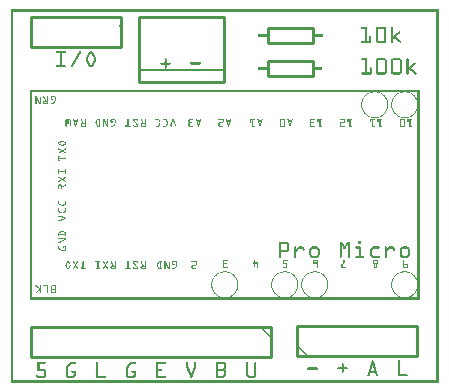
<source format=gto>
G04 MADE WITH FRITZING*
G04 WWW.FRITZING.ORG*
G04 DOUBLE SIDED*
G04 HOLES PLATED*
G04 CONTOUR ON CENTER OF CONTOUR VECTOR*
%ASAXBY*%
%FSLAX23Y23*%
%MOIN*%
%OFA0B0*%
%SFA1.0B1.0*%
%ADD10C,0.010000*%
%ADD11C,0.005000*%
%ADD12R,0.001000X0.001000*%
%LNSILK1*%
G90*
G70*
G54D10*
X856Y1073D02*
X1006Y1073D01*
D02*
X1006Y1073D02*
X1006Y1023D01*
D02*
X1006Y1023D02*
X856Y1023D01*
D02*
X856Y1023D02*
X856Y1073D01*
D02*
X857Y1182D02*
X1007Y1182D01*
D02*
X1007Y1182D02*
X1007Y1132D01*
D02*
X1007Y1132D02*
X857Y1132D01*
D02*
X857Y1132D02*
X857Y1182D01*
D02*
X367Y1219D02*
X67Y1219D01*
D02*
X67Y1219D02*
X67Y1119D01*
D02*
X67Y1119D02*
X367Y1119D01*
D02*
X367Y1119D02*
X367Y1219D01*
D02*
X712Y1218D02*
X427Y1218D01*
D02*
X427Y1218D02*
X427Y1002D01*
D02*
X427Y1002D02*
X712Y1002D01*
D02*
X712Y1002D02*
X712Y1218D01*
G54D11*
D02*
X427Y1042D02*
X712Y1042D01*
G54D10*
D02*
X954Y90D02*
X1354Y90D01*
D02*
X1354Y90D02*
X1354Y190D01*
D02*
X1354Y190D02*
X954Y190D01*
D02*
X954Y190D02*
X954Y90D01*
D02*
X868Y186D02*
X68Y186D01*
D02*
X68Y186D02*
X68Y86D01*
D02*
X68Y86D02*
X868Y86D01*
D02*
X868Y86D02*
X868Y186D01*
G54D12*
X0Y1245D02*
X1425Y1245D01*
X0Y1244D02*
X1425Y1244D01*
X0Y1243D02*
X1425Y1243D01*
X0Y1242D02*
X1425Y1242D01*
X0Y1241D02*
X1425Y1241D01*
X0Y1240D02*
X1425Y1240D01*
X0Y1239D02*
X1425Y1239D01*
X0Y1238D02*
X1425Y1238D01*
X0Y1237D02*
X7Y1237D01*
X1418Y1237D02*
X1425Y1237D01*
X0Y1236D02*
X7Y1236D01*
X1418Y1236D02*
X1425Y1236D01*
X0Y1235D02*
X7Y1235D01*
X1418Y1235D02*
X1425Y1235D01*
X0Y1234D02*
X7Y1234D01*
X1418Y1234D02*
X1425Y1234D01*
X0Y1233D02*
X7Y1233D01*
X1418Y1233D02*
X1425Y1233D01*
X0Y1232D02*
X7Y1232D01*
X1418Y1232D02*
X1425Y1232D01*
X0Y1231D02*
X7Y1231D01*
X1418Y1231D02*
X1425Y1231D01*
X0Y1230D02*
X7Y1230D01*
X1418Y1230D02*
X1425Y1230D01*
X0Y1229D02*
X7Y1229D01*
X1418Y1229D02*
X1425Y1229D01*
X0Y1228D02*
X7Y1228D01*
X1418Y1228D02*
X1425Y1228D01*
X0Y1227D02*
X7Y1227D01*
X1418Y1227D02*
X1425Y1227D01*
X0Y1226D02*
X7Y1226D01*
X1418Y1226D02*
X1425Y1226D01*
X0Y1225D02*
X7Y1225D01*
X1418Y1225D02*
X1425Y1225D01*
X0Y1224D02*
X7Y1224D01*
X1418Y1224D02*
X1425Y1224D01*
X0Y1223D02*
X7Y1223D01*
X1418Y1223D02*
X1425Y1223D01*
X0Y1222D02*
X7Y1222D01*
X1418Y1222D02*
X1425Y1222D01*
X0Y1221D02*
X7Y1221D01*
X1418Y1221D02*
X1425Y1221D01*
X0Y1220D02*
X7Y1220D01*
X333Y1220D02*
X334Y1220D01*
X1418Y1220D02*
X1425Y1220D01*
X0Y1219D02*
X7Y1219D01*
X332Y1219D02*
X335Y1219D01*
X1418Y1219D02*
X1425Y1219D01*
X0Y1218D02*
X7Y1218D01*
X331Y1218D02*
X336Y1218D01*
X1418Y1218D02*
X1425Y1218D01*
X0Y1217D02*
X7Y1217D01*
X331Y1217D02*
X337Y1217D01*
X1418Y1217D02*
X1425Y1217D01*
X0Y1216D02*
X7Y1216D01*
X332Y1216D02*
X338Y1216D01*
X1418Y1216D02*
X1425Y1216D01*
X0Y1215D02*
X7Y1215D01*
X333Y1215D02*
X339Y1215D01*
X1418Y1215D02*
X1425Y1215D01*
X0Y1214D02*
X7Y1214D01*
X334Y1214D02*
X340Y1214D01*
X1418Y1214D02*
X1425Y1214D01*
X0Y1213D02*
X7Y1213D01*
X1418Y1213D02*
X1425Y1213D01*
X0Y1212D02*
X7Y1212D01*
X1418Y1212D02*
X1425Y1212D01*
X0Y1211D02*
X7Y1211D01*
X1418Y1211D02*
X1425Y1211D01*
X0Y1210D02*
X7Y1210D01*
X1418Y1210D02*
X1425Y1210D01*
X0Y1209D02*
X7Y1209D01*
X1418Y1209D02*
X1425Y1209D01*
X0Y1208D02*
X7Y1208D01*
X1418Y1208D02*
X1425Y1208D01*
X0Y1207D02*
X7Y1207D01*
X1418Y1207D02*
X1425Y1207D01*
X0Y1206D02*
X7Y1206D01*
X1418Y1206D02*
X1425Y1206D01*
X0Y1205D02*
X7Y1205D01*
X1418Y1205D02*
X1425Y1205D01*
X0Y1204D02*
X7Y1204D01*
X1418Y1204D02*
X1425Y1204D01*
X0Y1203D02*
X7Y1203D01*
X1418Y1203D02*
X1425Y1203D01*
X0Y1202D02*
X7Y1202D01*
X1418Y1202D02*
X1425Y1202D01*
X0Y1201D02*
X7Y1201D01*
X1418Y1201D02*
X1425Y1201D01*
X0Y1200D02*
X7Y1200D01*
X1418Y1200D02*
X1425Y1200D01*
X0Y1199D02*
X7Y1199D01*
X1418Y1199D02*
X1425Y1199D01*
X0Y1198D02*
X7Y1198D01*
X1418Y1198D02*
X1425Y1198D01*
X0Y1197D02*
X7Y1197D01*
X1418Y1197D02*
X1425Y1197D01*
X0Y1196D02*
X7Y1196D01*
X1418Y1196D02*
X1425Y1196D01*
X0Y1195D02*
X7Y1195D01*
X1418Y1195D02*
X1425Y1195D01*
X0Y1194D02*
X7Y1194D01*
X1418Y1194D02*
X1425Y1194D01*
X0Y1193D02*
X7Y1193D01*
X361Y1193D02*
X361Y1193D01*
X1418Y1193D02*
X1425Y1193D01*
X0Y1192D02*
X7Y1192D01*
X361Y1192D02*
X362Y1192D01*
X1418Y1192D02*
X1425Y1192D01*
X0Y1191D02*
X7Y1191D01*
X361Y1191D02*
X363Y1191D01*
X1418Y1191D02*
X1425Y1191D01*
X0Y1190D02*
X7Y1190D01*
X361Y1190D02*
X364Y1190D01*
X1418Y1190D02*
X1425Y1190D01*
X0Y1189D02*
X7Y1189D01*
X361Y1189D02*
X365Y1189D01*
X1418Y1189D02*
X1425Y1189D01*
X0Y1188D02*
X7Y1188D01*
X361Y1188D02*
X366Y1188D01*
X1418Y1188D02*
X1425Y1188D01*
X0Y1187D02*
X7Y1187D01*
X361Y1187D02*
X367Y1187D01*
X1418Y1187D02*
X1425Y1187D01*
X0Y1186D02*
X7Y1186D01*
X362Y1186D02*
X367Y1186D01*
X1169Y1186D02*
X1187Y1186D01*
X1222Y1186D02*
X1247Y1186D01*
X1270Y1186D02*
X1272Y1186D01*
X1418Y1186D02*
X1425Y1186D01*
X0Y1185D02*
X7Y1185D01*
X363Y1185D02*
X367Y1185D01*
X1168Y1185D02*
X1187Y1185D01*
X1220Y1185D02*
X1248Y1185D01*
X1269Y1185D02*
X1273Y1185D01*
X1418Y1185D02*
X1425Y1185D01*
X0Y1184D02*
X7Y1184D01*
X364Y1184D02*
X366Y1184D01*
X1168Y1184D02*
X1187Y1184D01*
X1219Y1184D02*
X1249Y1184D01*
X1268Y1184D02*
X1274Y1184D01*
X1418Y1184D02*
X1425Y1184D01*
X0Y1183D02*
X7Y1183D01*
X365Y1183D02*
X365Y1183D01*
X1167Y1183D02*
X1187Y1183D01*
X1219Y1183D02*
X1250Y1183D01*
X1268Y1183D02*
X1274Y1183D01*
X1418Y1183D02*
X1425Y1183D01*
X0Y1182D02*
X7Y1182D01*
X1168Y1182D02*
X1187Y1182D01*
X1218Y1182D02*
X1251Y1182D01*
X1268Y1182D02*
X1274Y1182D01*
X1418Y1182D02*
X1425Y1182D01*
X0Y1181D02*
X7Y1181D01*
X1168Y1181D02*
X1187Y1181D01*
X1218Y1181D02*
X1251Y1181D01*
X1268Y1181D02*
X1274Y1181D01*
X1418Y1181D02*
X1425Y1181D01*
X0Y1180D02*
X7Y1180D01*
X1169Y1180D02*
X1187Y1180D01*
X1218Y1180D02*
X1251Y1180D01*
X1268Y1180D02*
X1274Y1180D01*
X1418Y1180D02*
X1425Y1180D01*
X0Y1179D02*
X7Y1179D01*
X1181Y1179D02*
X1187Y1179D01*
X1218Y1179D02*
X1224Y1179D01*
X1245Y1179D02*
X1251Y1179D01*
X1268Y1179D02*
X1274Y1179D01*
X1418Y1179D02*
X1425Y1179D01*
X0Y1178D02*
X7Y1178D01*
X1181Y1178D02*
X1187Y1178D01*
X1218Y1178D02*
X1224Y1178D01*
X1245Y1178D02*
X1251Y1178D01*
X1268Y1178D02*
X1274Y1178D01*
X1418Y1178D02*
X1425Y1178D01*
X0Y1177D02*
X7Y1177D01*
X1181Y1177D02*
X1187Y1177D01*
X1218Y1177D02*
X1224Y1177D01*
X1245Y1177D02*
X1251Y1177D01*
X1268Y1177D02*
X1274Y1177D01*
X1418Y1177D02*
X1425Y1177D01*
X0Y1176D02*
X7Y1176D01*
X1181Y1176D02*
X1187Y1176D01*
X1218Y1176D02*
X1224Y1176D01*
X1245Y1176D02*
X1251Y1176D01*
X1268Y1176D02*
X1274Y1176D01*
X1418Y1176D02*
X1425Y1176D01*
X0Y1175D02*
X7Y1175D01*
X1181Y1175D02*
X1187Y1175D01*
X1218Y1175D02*
X1224Y1175D01*
X1245Y1175D02*
X1251Y1175D01*
X1268Y1175D02*
X1274Y1175D01*
X1418Y1175D02*
X1425Y1175D01*
X0Y1174D02*
X7Y1174D01*
X1181Y1174D02*
X1187Y1174D01*
X1218Y1174D02*
X1224Y1174D01*
X1245Y1174D02*
X1251Y1174D01*
X1268Y1174D02*
X1274Y1174D01*
X1418Y1174D02*
X1425Y1174D01*
X0Y1173D02*
X7Y1173D01*
X1181Y1173D02*
X1187Y1173D01*
X1218Y1173D02*
X1224Y1173D01*
X1245Y1173D02*
X1251Y1173D01*
X1268Y1173D02*
X1274Y1173D01*
X1418Y1173D02*
X1425Y1173D01*
X0Y1172D02*
X7Y1172D01*
X1181Y1172D02*
X1187Y1172D01*
X1218Y1172D02*
X1224Y1172D01*
X1245Y1172D02*
X1251Y1172D01*
X1268Y1172D02*
X1274Y1172D01*
X1418Y1172D02*
X1425Y1172D01*
X0Y1171D02*
X7Y1171D01*
X1181Y1171D02*
X1187Y1171D01*
X1218Y1171D02*
X1224Y1171D01*
X1245Y1171D02*
X1251Y1171D01*
X1268Y1171D02*
X1274Y1171D01*
X1293Y1171D02*
X1297Y1171D01*
X1418Y1171D02*
X1425Y1171D01*
X0Y1170D02*
X7Y1170D01*
X1181Y1170D02*
X1187Y1170D01*
X1218Y1170D02*
X1224Y1170D01*
X1245Y1170D02*
X1251Y1170D01*
X1268Y1170D02*
X1274Y1170D01*
X1292Y1170D02*
X1297Y1170D01*
X1418Y1170D02*
X1425Y1170D01*
X0Y1169D02*
X7Y1169D01*
X1181Y1169D02*
X1187Y1169D01*
X1218Y1169D02*
X1224Y1169D01*
X1245Y1169D02*
X1251Y1169D01*
X1268Y1169D02*
X1274Y1169D01*
X1291Y1169D02*
X1298Y1169D01*
X1418Y1169D02*
X1425Y1169D01*
X0Y1168D02*
X7Y1168D01*
X1181Y1168D02*
X1187Y1168D01*
X1218Y1168D02*
X1224Y1168D01*
X1245Y1168D02*
X1251Y1168D01*
X1268Y1168D02*
X1274Y1168D01*
X1290Y1168D02*
X1298Y1168D01*
X1418Y1168D02*
X1425Y1168D01*
X0Y1167D02*
X7Y1167D01*
X1181Y1167D02*
X1187Y1167D01*
X1218Y1167D02*
X1224Y1167D01*
X1245Y1167D02*
X1251Y1167D01*
X1268Y1167D02*
X1274Y1167D01*
X1289Y1167D02*
X1298Y1167D01*
X1418Y1167D02*
X1425Y1167D01*
X0Y1166D02*
X7Y1166D01*
X1181Y1166D02*
X1187Y1166D01*
X1218Y1166D02*
X1224Y1166D01*
X1245Y1166D02*
X1251Y1166D01*
X1268Y1166D02*
X1274Y1166D01*
X1287Y1166D02*
X1297Y1166D01*
X1418Y1166D02*
X1425Y1166D01*
X0Y1165D02*
X7Y1165D01*
X1181Y1165D02*
X1187Y1165D01*
X1218Y1165D02*
X1224Y1165D01*
X1245Y1165D02*
X1251Y1165D01*
X1268Y1165D02*
X1274Y1165D01*
X1286Y1165D02*
X1296Y1165D01*
X1418Y1165D02*
X1425Y1165D01*
X0Y1164D02*
X7Y1164D01*
X1181Y1164D02*
X1187Y1164D01*
X1218Y1164D02*
X1224Y1164D01*
X1245Y1164D02*
X1251Y1164D01*
X1268Y1164D02*
X1274Y1164D01*
X1285Y1164D02*
X1295Y1164D01*
X1418Y1164D02*
X1425Y1164D01*
X0Y1163D02*
X7Y1163D01*
X1181Y1163D02*
X1187Y1163D01*
X1218Y1163D02*
X1224Y1163D01*
X1245Y1163D02*
X1251Y1163D01*
X1268Y1163D02*
X1274Y1163D01*
X1284Y1163D02*
X1294Y1163D01*
X1418Y1163D02*
X1425Y1163D01*
X0Y1162D02*
X7Y1162D01*
X1181Y1162D02*
X1187Y1162D01*
X1218Y1162D02*
X1224Y1162D01*
X1245Y1162D02*
X1251Y1162D01*
X1268Y1162D02*
X1274Y1162D01*
X1283Y1162D02*
X1292Y1162D01*
X1418Y1162D02*
X1425Y1162D01*
X0Y1161D02*
X7Y1161D01*
X825Y1161D02*
X856Y1161D01*
X1007Y1161D02*
X1039Y1161D01*
X1181Y1161D02*
X1187Y1161D01*
X1218Y1161D02*
X1224Y1161D01*
X1245Y1161D02*
X1251Y1161D01*
X1268Y1161D02*
X1274Y1161D01*
X1281Y1161D02*
X1291Y1161D01*
X1418Y1161D02*
X1425Y1161D01*
X0Y1160D02*
X7Y1160D01*
X825Y1160D02*
X856Y1160D01*
X1007Y1160D02*
X1039Y1160D01*
X1181Y1160D02*
X1187Y1160D01*
X1218Y1160D02*
X1224Y1160D01*
X1245Y1160D02*
X1251Y1160D01*
X1268Y1160D02*
X1274Y1160D01*
X1280Y1160D02*
X1290Y1160D01*
X1418Y1160D02*
X1425Y1160D01*
X0Y1159D02*
X7Y1159D01*
X825Y1159D02*
X856Y1159D01*
X1007Y1159D02*
X1039Y1159D01*
X1181Y1159D02*
X1187Y1159D01*
X1218Y1159D02*
X1224Y1159D01*
X1245Y1159D02*
X1251Y1159D01*
X1268Y1159D02*
X1274Y1159D01*
X1279Y1159D02*
X1289Y1159D01*
X1418Y1159D02*
X1425Y1159D01*
X0Y1158D02*
X7Y1158D01*
X825Y1158D02*
X856Y1158D01*
X1007Y1158D02*
X1039Y1158D01*
X1181Y1158D02*
X1187Y1158D01*
X1218Y1158D02*
X1224Y1158D01*
X1245Y1158D02*
X1251Y1158D01*
X1268Y1158D02*
X1274Y1158D01*
X1278Y1158D02*
X1288Y1158D01*
X1418Y1158D02*
X1425Y1158D01*
X0Y1157D02*
X7Y1157D01*
X825Y1157D02*
X856Y1157D01*
X1007Y1157D02*
X1039Y1157D01*
X1181Y1157D02*
X1187Y1157D01*
X1198Y1157D02*
X1198Y1157D01*
X1218Y1157D02*
X1224Y1157D01*
X1245Y1157D02*
X1251Y1157D01*
X1268Y1157D02*
X1274Y1157D01*
X1277Y1157D02*
X1287Y1157D01*
X1418Y1157D02*
X1425Y1157D01*
X0Y1156D02*
X7Y1156D01*
X825Y1156D02*
X856Y1156D01*
X1007Y1156D02*
X1039Y1156D01*
X1181Y1156D02*
X1187Y1156D01*
X1196Y1156D02*
X1200Y1156D01*
X1218Y1156D02*
X1224Y1156D01*
X1245Y1156D02*
X1251Y1156D01*
X1268Y1156D02*
X1274Y1156D01*
X1276Y1156D02*
X1285Y1156D01*
X1418Y1156D02*
X1425Y1156D01*
X0Y1155D02*
X7Y1155D01*
X825Y1155D02*
X856Y1155D01*
X1007Y1155D02*
X1039Y1155D01*
X1181Y1155D02*
X1187Y1155D01*
X1195Y1155D02*
X1201Y1155D01*
X1218Y1155D02*
X1224Y1155D01*
X1245Y1155D02*
X1251Y1155D01*
X1268Y1155D02*
X1284Y1155D01*
X1418Y1155D02*
X1425Y1155D01*
X0Y1154D02*
X7Y1154D01*
X825Y1154D02*
X856Y1154D01*
X1007Y1154D02*
X1039Y1154D01*
X1181Y1154D02*
X1187Y1154D01*
X1195Y1154D02*
X1201Y1154D01*
X1218Y1154D02*
X1224Y1154D01*
X1245Y1154D02*
X1251Y1154D01*
X1268Y1154D02*
X1283Y1154D01*
X1418Y1154D02*
X1425Y1154D01*
X0Y1153D02*
X7Y1153D01*
X825Y1153D02*
X856Y1153D01*
X1007Y1153D02*
X1039Y1153D01*
X1181Y1153D02*
X1187Y1153D01*
X1195Y1153D02*
X1201Y1153D01*
X1218Y1153D02*
X1224Y1153D01*
X1245Y1153D02*
X1251Y1153D01*
X1268Y1153D02*
X1283Y1153D01*
X1418Y1153D02*
X1425Y1153D01*
X0Y1152D02*
X7Y1152D01*
X824Y1152D02*
X856Y1152D01*
X1007Y1152D02*
X1039Y1152D01*
X1181Y1152D02*
X1187Y1152D01*
X1195Y1152D02*
X1201Y1152D01*
X1218Y1152D02*
X1224Y1152D01*
X1245Y1152D02*
X1251Y1152D01*
X1268Y1152D02*
X1284Y1152D01*
X1418Y1152D02*
X1425Y1152D01*
X0Y1151D02*
X7Y1151D01*
X1181Y1151D02*
X1187Y1151D01*
X1195Y1151D02*
X1201Y1151D01*
X1218Y1151D02*
X1224Y1151D01*
X1245Y1151D02*
X1251Y1151D01*
X1268Y1151D02*
X1286Y1151D01*
X1418Y1151D02*
X1425Y1151D01*
X0Y1150D02*
X7Y1150D01*
X1181Y1150D02*
X1187Y1150D01*
X1195Y1150D02*
X1201Y1150D01*
X1218Y1150D02*
X1224Y1150D01*
X1245Y1150D02*
X1251Y1150D01*
X1268Y1150D02*
X1287Y1150D01*
X1418Y1150D02*
X1425Y1150D01*
X0Y1149D02*
X7Y1149D01*
X1181Y1149D02*
X1187Y1149D01*
X1195Y1149D02*
X1201Y1149D01*
X1218Y1149D02*
X1224Y1149D01*
X1245Y1149D02*
X1251Y1149D01*
X1268Y1149D02*
X1288Y1149D01*
X1418Y1149D02*
X1425Y1149D01*
X0Y1148D02*
X7Y1148D01*
X1181Y1148D02*
X1187Y1148D01*
X1195Y1148D02*
X1201Y1148D01*
X1218Y1148D02*
X1224Y1148D01*
X1245Y1148D02*
X1251Y1148D01*
X1268Y1148D02*
X1276Y1148D01*
X1279Y1148D02*
X1289Y1148D01*
X1418Y1148D02*
X1425Y1148D01*
X0Y1147D02*
X7Y1147D01*
X1181Y1147D02*
X1187Y1147D01*
X1195Y1147D02*
X1201Y1147D01*
X1218Y1147D02*
X1224Y1147D01*
X1245Y1147D02*
X1251Y1147D01*
X1268Y1147D02*
X1275Y1147D01*
X1280Y1147D02*
X1290Y1147D01*
X1418Y1147D02*
X1425Y1147D01*
X0Y1146D02*
X7Y1146D01*
X1181Y1146D02*
X1187Y1146D01*
X1195Y1146D02*
X1201Y1146D01*
X1218Y1146D02*
X1224Y1146D01*
X1245Y1146D02*
X1251Y1146D01*
X1268Y1146D02*
X1274Y1146D01*
X1282Y1146D02*
X1291Y1146D01*
X1418Y1146D02*
X1425Y1146D01*
X0Y1145D02*
X7Y1145D01*
X1181Y1145D02*
X1187Y1145D01*
X1195Y1145D02*
X1201Y1145D01*
X1218Y1145D02*
X1224Y1145D01*
X1245Y1145D02*
X1251Y1145D01*
X1268Y1145D02*
X1274Y1145D01*
X1283Y1145D02*
X1293Y1145D01*
X1418Y1145D02*
X1425Y1145D01*
X0Y1144D02*
X7Y1144D01*
X1181Y1144D02*
X1187Y1144D01*
X1195Y1144D02*
X1201Y1144D01*
X1218Y1144D02*
X1224Y1144D01*
X1245Y1144D02*
X1251Y1144D01*
X1268Y1144D02*
X1274Y1144D01*
X1284Y1144D02*
X1294Y1144D01*
X1418Y1144D02*
X1425Y1144D01*
X0Y1143D02*
X7Y1143D01*
X1181Y1143D02*
X1187Y1143D01*
X1195Y1143D02*
X1201Y1143D01*
X1218Y1143D02*
X1224Y1143D01*
X1245Y1143D02*
X1251Y1143D01*
X1268Y1143D02*
X1274Y1143D01*
X1285Y1143D02*
X1295Y1143D01*
X1418Y1143D02*
X1425Y1143D01*
X0Y1142D02*
X7Y1142D01*
X1181Y1142D02*
X1187Y1142D01*
X1195Y1142D02*
X1201Y1142D01*
X1218Y1142D02*
X1224Y1142D01*
X1245Y1142D02*
X1251Y1142D01*
X1268Y1142D02*
X1274Y1142D01*
X1286Y1142D02*
X1296Y1142D01*
X1418Y1142D02*
X1425Y1142D01*
X0Y1141D02*
X7Y1141D01*
X1181Y1141D02*
X1187Y1141D01*
X1195Y1141D02*
X1201Y1141D01*
X1218Y1141D02*
X1224Y1141D01*
X1245Y1141D02*
X1251Y1141D01*
X1268Y1141D02*
X1274Y1141D01*
X1287Y1141D02*
X1297Y1141D01*
X1418Y1141D02*
X1425Y1141D01*
X0Y1140D02*
X7Y1140D01*
X1181Y1140D02*
X1187Y1140D01*
X1195Y1140D02*
X1201Y1140D01*
X1218Y1140D02*
X1224Y1140D01*
X1245Y1140D02*
X1251Y1140D01*
X1268Y1140D02*
X1274Y1140D01*
X1289Y1140D02*
X1298Y1140D01*
X1418Y1140D02*
X1425Y1140D01*
X0Y1139D02*
X7Y1139D01*
X1169Y1139D02*
X1201Y1139D01*
X1218Y1139D02*
X1251Y1139D01*
X1268Y1139D02*
X1274Y1139D01*
X1290Y1139D02*
X1300Y1139D01*
X1418Y1139D02*
X1425Y1139D01*
X0Y1138D02*
X7Y1138D01*
X1168Y1138D02*
X1201Y1138D01*
X1218Y1138D02*
X1251Y1138D01*
X1268Y1138D02*
X1274Y1138D01*
X1291Y1138D02*
X1301Y1138D01*
X1418Y1138D02*
X1425Y1138D01*
X0Y1137D02*
X7Y1137D01*
X1168Y1137D02*
X1201Y1137D01*
X1218Y1137D02*
X1251Y1137D01*
X1268Y1137D02*
X1274Y1137D01*
X1292Y1137D02*
X1301Y1137D01*
X1418Y1137D02*
X1425Y1137D01*
X0Y1136D02*
X7Y1136D01*
X1167Y1136D02*
X1201Y1136D01*
X1219Y1136D02*
X1250Y1136D01*
X1268Y1136D02*
X1274Y1136D01*
X1293Y1136D02*
X1301Y1136D01*
X1418Y1136D02*
X1425Y1136D01*
X0Y1135D02*
X7Y1135D01*
X1168Y1135D02*
X1201Y1135D01*
X1219Y1135D02*
X1250Y1135D01*
X1268Y1135D02*
X1274Y1135D01*
X1294Y1135D02*
X1301Y1135D01*
X1418Y1135D02*
X1425Y1135D01*
X0Y1134D02*
X7Y1134D01*
X1168Y1134D02*
X1200Y1134D01*
X1220Y1134D02*
X1249Y1134D01*
X1268Y1134D02*
X1273Y1134D01*
X1296Y1134D02*
X1301Y1134D01*
X1418Y1134D02*
X1425Y1134D01*
X0Y1133D02*
X7Y1133D01*
X1169Y1133D02*
X1199Y1133D01*
X1222Y1133D02*
X1247Y1133D01*
X1269Y1133D02*
X1272Y1133D01*
X1297Y1133D02*
X1300Y1133D01*
X1418Y1133D02*
X1425Y1133D01*
X0Y1132D02*
X7Y1132D01*
X1418Y1132D02*
X1425Y1132D01*
X0Y1131D02*
X7Y1131D01*
X1418Y1131D02*
X1425Y1131D01*
X0Y1130D02*
X7Y1130D01*
X1418Y1130D02*
X1425Y1130D01*
X0Y1129D02*
X7Y1129D01*
X1418Y1129D02*
X1425Y1129D01*
X0Y1128D02*
X7Y1128D01*
X1418Y1128D02*
X1425Y1128D01*
X0Y1127D02*
X7Y1127D01*
X1418Y1127D02*
X1425Y1127D01*
X0Y1126D02*
X7Y1126D01*
X1418Y1126D02*
X1425Y1126D01*
X0Y1125D02*
X7Y1125D01*
X1418Y1125D02*
X1425Y1125D01*
X0Y1124D02*
X7Y1124D01*
X1418Y1124D02*
X1425Y1124D01*
X0Y1123D02*
X7Y1123D01*
X1418Y1123D02*
X1425Y1123D01*
X0Y1122D02*
X7Y1122D01*
X1418Y1122D02*
X1425Y1122D01*
X0Y1121D02*
X7Y1121D01*
X1418Y1121D02*
X1425Y1121D01*
X0Y1120D02*
X7Y1120D01*
X1418Y1120D02*
X1425Y1120D01*
X0Y1119D02*
X7Y1119D01*
X1418Y1119D02*
X1425Y1119D01*
X0Y1118D02*
X7Y1118D01*
X1418Y1118D02*
X1425Y1118D01*
X0Y1117D02*
X7Y1117D01*
X1418Y1117D02*
X1425Y1117D01*
X0Y1116D02*
X7Y1116D01*
X1418Y1116D02*
X1425Y1116D01*
X0Y1115D02*
X7Y1115D01*
X1418Y1115D02*
X1425Y1115D01*
X0Y1114D02*
X7Y1114D01*
X1418Y1114D02*
X1425Y1114D01*
X0Y1113D02*
X7Y1113D01*
X1418Y1113D02*
X1425Y1113D01*
X0Y1112D02*
X7Y1112D01*
X1418Y1112D02*
X1425Y1112D01*
X0Y1111D02*
X7Y1111D01*
X1418Y1111D02*
X1425Y1111D01*
X0Y1110D02*
X7Y1110D01*
X1418Y1110D02*
X1425Y1110D01*
X0Y1109D02*
X7Y1109D01*
X1418Y1109D02*
X1425Y1109D01*
X0Y1108D02*
X7Y1108D01*
X1418Y1108D02*
X1425Y1108D01*
X0Y1107D02*
X7Y1107D01*
X1418Y1107D02*
X1425Y1107D01*
X0Y1106D02*
X7Y1106D01*
X1418Y1106D02*
X1425Y1106D01*
X0Y1105D02*
X7Y1105D01*
X152Y1105D02*
X181Y1105D01*
X229Y1105D02*
X232Y1105D01*
X265Y1105D02*
X269Y1105D01*
X1418Y1105D02*
X1425Y1105D01*
X0Y1104D02*
X7Y1104D01*
X150Y1104D02*
X183Y1104D01*
X228Y1104D02*
X233Y1104D01*
X263Y1104D02*
X271Y1104D01*
X1418Y1104D02*
X1425Y1104D01*
X0Y1103D02*
X7Y1103D01*
X150Y1103D02*
X183Y1103D01*
X227Y1103D02*
X233Y1103D01*
X261Y1103D02*
X272Y1103D01*
X1418Y1103D02*
X1425Y1103D01*
X0Y1102D02*
X7Y1102D01*
X150Y1102D02*
X183Y1102D01*
X227Y1102D02*
X233Y1102D01*
X260Y1102D02*
X273Y1102D01*
X1418Y1102D02*
X1425Y1102D01*
X0Y1101D02*
X7Y1101D01*
X150Y1101D02*
X183Y1101D01*
X226Y1101D02*
X233Y1101D01*
X260Y1101D02*
X274Y1101D01*
X1418Y1101D02*
X1425Y1101D01*
X0Y1100D02*
X7Y1100D01*
X150Y1100D02*
X183Y1100D01*
X226Y1100D02*
X233Y1100D01*
X259Y1100D02*
X275Y1100D01*
X1418Y1100D02*
X1425Y1100D01*
X0Y1099D02*
X7Y1099D01*
X151Y1099D02*
X182Y1099D01*
X225Y1099D02*
X232Y1099D01*
X258Y1099D02*
X275Y1099D01*
X1418Y1099D02*
X1425Y1099D01*
X0Y1098D02*
X7Y1098D01*
X163Y1098D02*
X170Y1098D01*
X225Y1098D02*
X232Y1098D01*
X258Y1098D02*
X265Y1098D01*
X268Y1098D02*
X276Y1098D01*
X1418Y1098D02*
X1425Y1098D01*
X0Y1097D02*
X7Y1097D01*
X163Y1097D02*
X170Y1097D01*
X224Y1097D02*
X231Y1097D01*
X257Y1097D02*
X264Y1097D01*
X269Y1097D02*
X276Y1097D01*
X1418Y1097D02*
X1425Y1097D01*
X0Y1096D02*
X7Y1096D01*
X163Y1096D02*
X170Y1096D01*
X223Y1096D02*
X231Y1096D01*
X257Y1096D02*
X264Y1096D01*
X270Y1096D02*
X277Y1096D01*
X1418Y1096D02*
X1425Y1096D01*
X0Y1095D02*
X7Y1095D01*
X163Y1095D02*
X170Y1095D01*
X223Y1095D02*
X230Y1095D01*
X256Y1095D02*
X263Y1095D01*
X270Y1095D02*
X277Y1095D01*
X1418Y1095D02*
X1425Y1095D01*
X0Y1094D02*
X7Y1094D01*
X163Y1094D02*
X170Y1094D01*
X222Y1094D02*
X229Y1094D01*
X256Y1094D02*
X263Y1094D01*
X271Y1094D02*
X278Y1094D01*
X1418Y1094D02*
X1425Y1094D01*
X0Y1093D02*
X7Y1093D01*
X163Y1093D02*
X170Y1093D01*
X222Y1093D02*
X229Y1093D01*
X255Y1093D02*
X262Y1093D01*
X271Y1093D02*
X278Y1093D01*
X1418Y1093D02*
X1425Y1093D01*
X0Y1092D02*
X7Y1092D01*
X163Y1092D02*
X170Y1092D01*
X221Y1092D02*
X228Y1092D01*
X255Y1092D02*
X262Y1092D01*
X272Y1092D02*
X279Y1092D01*
X1418Y1092D02*
X1425Y1092D01*
X0Y1091D02*
X7Y1091D01*
X163Y1091D02*
X170Y1091D01*
X220Y1091D02*
X228Y1091D01*
X255Y1091D02*
X261Y1091D01*
X272Y1091D02*
X279Y1091D01*
X1418Y1091D02*
X1425Y1091D01*
X0Y1090D02*
X7Y1090D01*
X163Y1090D02*
X170Y1090D01*
X220Y1090D02*
X227Y1090D01*
X254Y1090D02*
X261Y1090D01*
X273Y1090D02*
X280Y1090D01*
X1418Y1090D02*
X1425Y1090D01*
X0Y1089D02*
X7Y1089D01*
X163Y1089D02*
X170Y1089D01*
X219Y1089D02*
X226Y1089D01*
X254Y1089D02*
X260Y1089D01*
X273Y1089D02*
X280Y1089D01*
X1418Y1089D02*
X1425Y1089D01*
X0Y1088D02*
X7Y1088D01*
X163Y1088D02*
X170Y1088D01*
X219Y1088D02*
X226Y1088D01*
X253Y1088D02*
X260Y1088D01*
X274Y1088D02*
X281Y1088D01*
X1418Y1088D02*
X1425Y1088D01*
X0Y1087D02*
X7Y1087D01*
X163Y1087D02*
X170Y1087D01*
X218Y1087D02*
X225Y1087D01*
X253Y1087D02*
X259Y1087D01*
X274Y1087D02*
X281Y1087D01*
X1418Y1087D02*
X1425Y1087D01*
X0Y1086D02*
X7Y1086D01*
X163Y1086D02*
X170Y1086D01*
X218Y1086D02*
X225Y1086D01*
X252Y1086D02*
X259Y1086D01*
X275Y1086D02*
X282Y1086D01*
X1418Y1086D02*
X1425Y1086D01*
X0Y1085D02*
X7Y1085D01*
X163Y1085D02*
X170Y1085D01*
X217Y1085D02*
X224Y1085D01*
X252Y1085D02*
X258Y1085D01*
X275Y1085D02*
X282Y1085D01*
X1418Y1085D02*
X1425Y1085D01*
X0Y1084D02*
X7Y1084D01*
X163Y1084D02*
X170Y1084D01*
X216Y1084D02*
X224Y1084D01*
X251Y1084D02*
X258Y1084D01*
X276Y1084D02*
X283Y1084D01*
X1418Y1084D02*
X1425Y1084D01*
X0Y1083D02*
X7Y1083D01*
X163Y1083D02*
X170Y1083D01*
X216Y1083D02*
X223Y1083D01*
X251Y1083D02*
X257Y1083D01*
X276Y1083D02*
X283Y1083D01*
X1418Y1083D02*
X1425Y1083D01*
X0Y1082D02*
X7Y1082D01*
X163Y1082D02*
X170Y1082D01*
X215Y1082D02*
X222Y1082D01*
X251Y1082D02*
X257Y1082D01*
X277Y1082D02*
X283Y1082D01*
X1418Y1082D02*
X1425Y1082D01*
X0Y1081D02*
X7Y1081D01*
X163Y1081D02*
X170Y1081D01*
X215Y1081D02*
X222Y1081D01*
X250Y1081D02*
X257Y1081D01*
X277Y1081D02*
X283Y1081D01*
X514Y1081D02*
X517Y1081D01*
X1170Y1081D02*
X1188Y1081D01*
X1222Y1081D02*
X1247Y1081D01*
X1273Y1081D02*
X1298Y1081D01*
X1320Y1081D02*
X1323Y1081D01*
X1418Y1081D02*
X1425Y1081D01*
X0Y1080D02*
X7Y1080D01*
X163Y1080D02*
X170Y1080D01*
X214Y1080D02*
X221Y1080D01*
X250Y1080D02*
X256Y1080D01*
X277Y1080D02*
X284Y1080D01*
X513Y1080D02*
X518Y1080D01*
X1169Y1080D02*
X1188Y1080D01*
X1221Y1080D02*
X1249Y1080D01*
X1271Y1080D02*
X1299Y1080D01*
X1319Y1080D02*
X1324Y1080D01*
X1418Y1080D02*
X1425Y1080D01*
X0Y1079D02*
X7Y1079D01*
X163Y1079D02*
X170Y1079D01*
X213Y1079D02*
X221Y1079D01*
X250Y1079D02*
X256Y1079D01*
X278Y1079D02*
X284Y1079D01*
X513Y1079D02*
X518Y1079D01*
X1168Y1079D02*
X1188Y1079D01*
X1220Y1079D02*
X1250Y1079D01*
X1270Y1079D02*
X1300Y1079D01*
X1319Y1079D02*
X1324Y1079D01*
X1418Y1079D02*
X1425Y1079D01*
X0Y1078D02*
X7Y1078D01*
X163Y1078D02*
X170Y1078D01*
X213Y1078D02*
X220Y1078D01*
X250Y1078D02*
X256Y1078D01*
X278Y1078D02*
X284Y1078D01*
X513Y1078D02*
X519Y1078D01*
X1168Y1078D02*
X1188Y1078D01*
X1219Y1078D02*
X1251Y1078D01*
X1269Y1078D02*
X1301Y1078D01*
X1319Y1078D02*
X1325Y1078D01*
X1418Y1078D02*
X1425Y1078D01*
X0Y1077D02*
X7Y1077D01*
X163Y1077D02*
X170Y1077D01*
X212Y1077D02*
X219Y1077D01*
X250Y1077D02*
X256Y1077D01*
X277Y1077D02*
X284Y1077D01*
X513Y1077D02*
X519Y1077D01*
X1168Y1077D02*
X1188Y1077D01*
X1219Y1077D02*
X1251Y1077D01*
X1269Y1077D02*
X1301Y1077D01*
X1319Y1077D02*
X1325Y1077D01*
X1418Y1077D02*
X1425Y1077D01*
X0Y1076D02*
X7Y1076D01*
X163Y1076D02*
X170Y1076D01*
X212Y1076D02*
X219Y1076D01*
X250Y1076D02*
X256Y1076D01*
X277Y1076D02*
X283Y1076D01*
X513Y1076D02*
X519Y1076D01*
X1169Y1076D02*
X1188Y1076D01*
X1218Y1076D02*
X1252Y1076D01*
X1269Y1076D02*
X1302Y1076D01*
X1319Y1076D02*
X1325Y1076D01*
X1418Y1076D02*
X1425Y1076D01*
X0Y1075D02*
X7Y1075D01*
X163Y1075D02*
X170Y1075D01*
X211Y1075D02*
X218Y1075D01*
X250Y1075D02*
X257Y1075D01*
X277Y1075D02*
X283Y1075D01*
X513Y1075D02*
X519Y1075D01*
X1170Y1075D02*
X1188Y1075D01*
X1218Y1075D02*
X1252Y1075D01*
X1268Y1075D02*
X1302Y1075D01*
X1319Y1075D02*
X1325Y1075D01*
X1418Y1075D02*
X1425Y1075D01*
X0Y1074D02*
X7Y1074D01*
X163Y1074D02*
X170Y1074D01*
X211Y1074D02*
X218Y1074D01*
X251Y1074D02*
X257Y1074D01*
X277Y1074D02*
X283Y1074D01*
X513Y1074D02*
X519Y1074D01*
X1182Y1074D02*
X1188Y1074D01*
X1218Y1074D02*
X1224Y1074D01*
X1246Y1074D02*
X1252Y1074D01*
X1268Y1074D02*
X1274Y1074D01*
X1296Y1074D02*
X1302Y1074D01*
X1319Y1074D02*
X1325Y1074D01*
X1418Y1074D02*
X1425Y1074D01*
X0Y1073D02*
X7Y1073D01*
X163Y1073D02*
X170Y1073D01*
X210Y1073D02*
X217Y1073D01*
X251Y1073D02*
X258Y1073D01*
X276Y1073D02*
X283Y1073D01*
X513Y1073D02*
X519Y1073D01*
X1182Y1073D02*
X1188Y1073D01*
X1218Y1073D02*
X1224Y1073D01*
X1246Y1073D02*
X1252Y1073D01*
X1268Y1073D02*
X1274Y1073D01*
X1296Y1073D02*
X1302Y1073D01*
X1319Y1073D02*
X1325Y1073D01*
X1418Y1073D02*
X1425Y1073D01*
X0Y1072D02*
X7Y1072D01*
X163Y1072D02*
X170Y1072D01*
X209Y1072D02*
X217Y1072D01*
X252Y1072D02*
X258Y1072D01*
X276Y1072D02*
X282Y1072D01*
X513Y1072D02*
X519Y1072D01*
X1182Y1072D02*
X1188Y1072D01*
X1218Y1072D02*
X1224Y1072D01*
X1246Y1072D02*
X1252Y1072D01*
X1268Y1072D02*
X1274Y1072D01*
X1296Y1072D02*
X1302Y1072D01*
X1319Y1072D02*
X1325Y1072D01*
X1418Y1072D02*
X1425Y1072D01*
X0Y1071D02*
X7Y1071D01*
X163Y1071D02*
X170Y1071D01*
X209Y1071D02*
X216Y1071D01*
X252Y1071D02*
X259Y1071D01*
X275Y1071D02*
X282Y1071D01*
X513Y1071D02*
X519Y1071D01*
X1182Y1071D02*
X1188Y1071D01*
X1218Y1071D02*
X1224Y1071D01*
X1246Y1071D02*
X1252Y1071D01*
X1268Y1071D02*
X1274Y1071D01*
X1296Y1071D02*
X1302Y1071D01*
X1319Y1071D02*
X1325Y1071D01*
X1418Y1071D02*
X1425Y1071D01*
X0Y1070D02*
X7Y1070D01*
X163Y1070D02*
X170Y1070D01*
X208Y1070D02*
X215Y1070D01*
X252Y1070D02*
X259Y1070D01*
X275Y1070D02*
X281Y1070D01*
X513Y1070D02*
X519Y1070D01*
X601Y1070D02*
X631Y1070D01*
X1182Y1070D02*
X1188Y1070D01*
X1218Y1070D02*
X1224Y1070D01*
X1246Y1070D02*
X1252Y1070D01*
X1268Y1070D02*
X1274Y1070D01*
X1296Y1070D02*
X1302Y1070D01*
X1319Y1070D02*
X1325Y1070D01*
X1418Y1070D02*
X1425Y1070D01*
X0Y1069D02*
X7Y1069D01*
X163Y1069D02*
X170Y1069D01*
X208Y1069D02*
X215Y1069D01*
X253Y1069D02*
X260Y1069D01*
X274Y1069D02*
X281Y1069D01*
X513Y1069D02*
X519Y1069D01*
X600Y1069D02*
X632Y1069D01*
X1182Y1069D02*
X1188Y1069D01*
X1218Y1069D02*
X1224Y1069D01*
X1246Y1069D02*
X1252Y1069D01*
X1268Y1069D02*
X1274Y1069D01*
X1296Y1069D02*
X1302Y1069D01*
X1319Y1069D02*
X1325Y1069D01*
X1418Y1069D02*
X1425Y1069D01*
X0Y1068D02*
X7Y1068D01*
X163Y1068D02*
X170Y1068D01*
X207Y1068D02*
X214Y1068D01*
X253Y1068D02*
X260Y1068D01*
X274Y1068D02*
X280Y1068D01*
X512Y1068D02*
X519Y1068D01*
X599Y1068D02*
X633Y1068D01*
X1182Y1068D02*
X1188Y1068D01*
X1218Y1068D02*
X1224Y1068D01*
X1246Y1068D02*
X1252Y1068D01*
X1268Y1068D02*
X1274Y1068D01*
X1296Y1068D02*
X1302Y1068D01*
X1319Y1068D02*
X1325Y1068D01*
X1418Y1068D02*
X1425Y1068D01*
X0Y1067D02*
X7Y1067D01*
X163Y1067D02*
X170Y1067D01*
X206Y1067D02*
X214Y1067D01*
X254Y1067D02*
X261Y1067D01*
X273Y1067D02*
X280Y1067D01*
X500Y1067D02*
X531Y1067D01*
X599Y1067D02*
X633Y1067D01*
X1182Y1067D02*
X1188Y1067D01*
X1218Y1067D02*
X1224Y1067D01*
X1246Y1067D02*
X1252Y1067D01*
X1268Y1067D02*
X1274Y1067D01*
X1296Y1067D02*
X1302Y1067D01*
X1319Y1067D02*
X1325Y1067D01*
X1418Y1067D02*
X1425Y1067D01*
X0Y1066D02*
X7Y1066D01*
X163Y1066D02*
X170Y1066D01*
X206Y1066D02*
X213Y1066D01*
X254Y1066D02*
X261Y1066D01*
X273Y1066D02*
X279Y1066D01*
X499Y1066D02*
X532Y1066D01*
X599Y1066D02*
X633Y1066D01*
X1182Y1066D02*
X1188Y1066D01*
X1218Y1066D02*
X1224Y1066D01*
X1246Y1066D02*
X1252Y1066D01*
X1268Y1066D02*
X1274Y1066D01*
X1296Y1066D02*
X1302Y1066D01*
X1319Y1066D02*
X1325Y1066D01*
X1344Y1066D02*
X1347Y1066D01*
X1418Y1066D02*
X1425Y1066D01*
X0Y1065D02*
X7Y1065D01*
X163Y1065D02*
X170Y1065D01*
X205Y1065D02*
X212Y1065D01*
X255Y1065D02*
X262Y1065D01*
X272Y1065D02*
X279Y1065D01*
X499Y1065D02*
X532Y1065D01*
X599Y1065D02*
X633Y1065D01*
X1182Y1065D02*
X1188Y1065D01*
X1218Y1065D02*
X1224Y1065D01*
X1246Y1065D02*
X1252Y1065D01*
X1268Y1065D02*
X1274Y1065D01*
X1296Y1065D02*
X1302Y1065D01*
X1319Y1065D02*
X1325Y1065D01*
X1343Y1065D02*
X1348Y1065D01*
X1418Y1065D02*
X1425Y1065D01*
X0Y1064D02*
X7Y1064D01*
X163Y1064D02*
X170Y1064D01*
X205Y1064D02*
X212Y1064D01*
X255Y1064D02*
X262Y1064D01*
X272Y1064D02*
X278Y1064D01*
X499Y1064D02*
X532Y1064D01*
X599Y1064D02*
X633Y1064D01*
X1182Y1064D02*
X1188Y1064D01*
X1218Y1064D02*
X1224Y1064D01*
X1246Y1064D02*
X1252Y1064D01*
X1268Y1064D02*
X1274Y1064D01*
X1296Y1064D02*
X1302Y1064D01*
X1319Y1064D02*
X1325Y1064D01*
X1341Y1064D02*
X1349Y1064D01*
X1418Y1064D02*
X1425Y1064D01*
X0Y1063D02*
X7Y1063D01*
X163Y1063D02*
X170Y1063D01*
X204Y1063D02*
X211Y1063D01*
X256Y1063D02*
X263Y1063D01*
X271Y1063D02*
X278Y1063D01*
X499Y1063D02*
X532Y1063D01*
X599Y1063D02*
X632Y1063D01*
X1182Y1063D02*
X1188Y1063D01*
X1218Y1063D02*
X1224Y1063D01*
X1246Y1063D02*
X1252Y1063D01*
X1268Y1063D02*
X1274Y1063D01*
X1296Y1063D02*
X1302Y1063D01*
X1319Y1063D02*
X1325Y1063D01*
X1340Y1063D02*
X1349Y1063D01*
X1418Y1063D02*
X1425Y1063D01*
X0Y1062D02*
X7Y1062D01*
X163Y1062D02*
X170Y1062D01*
X204Y1062D02*
X211Y1062D01*
X256Y1062D02*
X263Y1062D01*
X271Y1062D02*
X277Y1062D01*
X500Y1062D02*
X531Y1062D01*
X600Y1062D02*
X632Y1062D01*
X1182Y1062D02*
X1188Y1062D01*
X1218Y1062D02*
X1224Y1062D01*
X1246Y1062D02*
X1252Y1062D01*
X1268Y1062D02*
X1274Y1062D01*
X1296Y1062D02*
X1302Y1062D01*
X1319Y1062D02*
X1325Y1062D01*
X1339Y1062D02*
X1348Y1062D01*
X1418Y1062D02*
X1425Y1062D01*
X0Y1061D02*
X7Y1061D01*
X163Y1061D02*
X170Y1061D01*
X203Y1061D02*
X210Y1061D01*
X257Y1061D02*
X264Y1061D01*
X270Y1061D02*
X277Y1061D01*
X501Y1061D02*
X530Y1061D01*
X601Y1061D02*
X631Y1061D01*
X1182Y1061D02*
X1188Y1061D01*
X1218Y1061D02*
X1224Y1061D01*
X1246Y1061D02*
X1252Y1061D01*
X1268Y1061D02*
X1274Y1061D01*
X1296Y1061D02*
X1302Y1061D01*
X1319Y1061D02*
X1325Y1061D01*
X1338Y1061D02*
X1348Y1061D01*
X1418Y1061D02*
X1425Y1061D01*
X0Y1060D02*
X7Y1060D01*
X163Y1060D02*
X170Y1060D01*
X202Y1060D02*
X210Y1060D01*
X257Y1060D02*
X264Y1060D01*
X270Y1060D02*
X276Y1060D01*
X513Y1060D02*
X519Y1060D01*
X1182Y1060D02*
X1188Y1060D01*
X1218Y1060D02*
X1224Y1060D01*
X1246Y1060D02*
X1252Y1060D01*
X1268Y1060D02*
X1274Y1060D01*
X1296Y1060D02*
X1302Y1060D01*
X1319Y1060D02*
X1325Y1060D01*
X1337Y1060D02*
X1347Y1060D01*
X1418Y1060D02*
X1425Y1060D01*
X0Y1059D02*
X7Y1059D01*
X163Y1059D02*
X170Y1059D01*
X202Y1059D02*
X209Y1059D01*
X258Y1059D02*
X265Y1059D01*
X269Y1059D02*
X276Y1059D01*
X513Y1059D02*
X519Y1059D01*
X1182Y1059D02*
X1188Y1059D01*
X1218Y1059D02*
X1224Y1059D01*
X1246Y1059D02*
X1252Y1059D01*
X1268Y1059D02*
X1274Y1059D01*
X1296Y1059D02*
X1302Y1059D01*
X1319Y1059D02*
X1325Y1059D01*
X1336Y1059D02*
X1345Y1059D01*
X1418Y1059D02*
X1425Y1059D01*
X0Y1058D02*
X7Y1058D01*
X152Y1058D02*
X181Y1058D01*
X201Y1058D02*
X208Y1058D01*
X258Y1058D02*
X275Y1058D01*
X513Y1058D02*
X519Y1058D01*
X1182Y1058D02*
X1188Y1058D01*
X1218Y1058D02*
X1224Y1058D01*
X1246Y1058D02*
X1252Y1058D01*
X1268Y1058D02*
X1274Y1058D01*
X1296Y1058D02*
X1302Y1058D01*
X1319Y1058D02*
X1325Y1058D01*
X1334Y1058D02*
X1344Y1058D01*
X1418Y1058D02*
X1425Y1058D01*
X0Y1057D02*
X7Y1057D01*
X151Y1057D02*
X182Y1057D01*
X201Y1057D02*
X208Y1057D01*
X259Y1057D02*
X275Y1057D01*
X513Y1057D02*
X519Y1057D01*
X1182Y1057D02*
X1188Y1057D01*
X1218Y1057D02*
X1224Y1057D01*
X1246Y1057D02*
X1252Y1057D01*
X1268Y1057D02*
X1274Y1057D01*
X1296Y1057D02*
X1302Y1057D01*
X1319Y1057D02*
X1325Y1057D01*
X1333Y1057D02*
X1343Y1057D01*
X1418Y1057D02*
X1425Y1057D01*
X0Y1056D02*
X7Y1056D01*
X150Y1056D02*
X183Y1056D01*
X200Y1056D02*
X207Y1056D01*
X259Y1056D02*
X274Y1056D01*
X513Y1056D02*
X519Y1056D01*
X1182Y1056D02*
X1188Y1056D01*
X1218Y1056D02*
X1224Y1056D01*
X1246Y1056D02*
X1252Y1056D01*
X1268Y1056D02*
X1274Y1056D01*
X1296Y1056D02*
X1302Y1056D01*
X1319Y1056D02*
X1325Y1056D01*
X1332Y1056D02*
X1342Y1056D01*
X1418Y1056D02*
X1425Y1056D01*
X0Y1055D02*
X7Y1055D01*
X150Y1055D02*
X183Y1055D01*
X200Y1055D02*
X207Y1055D01*
X260Y1055D02*
X274Y1055D01*
X513Y1055D02*
X519Y1055D01*
X1182Y1055D02*
X1188Y1055D01*
X1218Y1055D02*
X1224Y1055D01*
X1246Y1055D02*
X1252Y1055D01*
X1268Y1055D02*
X1274Y1055D01*
X1296Y1055D02*
X1302Y1055D01*
X1319Y1055D02*
X1325Y1055D01*
X1331Y1055D02*
X1341Y1055D01*
X1418Y1055D02*
X1425Y1055D01*
X0Y1054D02*
X7Y1054D01*
X150Y1054D02*
X183Y1054D01*
X200Y1054D02*
X206Y1054D01*
X261Y1054D02*
X273Y1054D01*
X513Y1054D02*
X519Y1054D01*
X1182Y1054D02*
X1188Y1054D01*
X1218Y1054D02*
X1224Y1054D01*
X1246Y1054D02*
X1252Y1054D01*
X1268Y1054D02*
X1274Y1054D01*
X1296Y1054D02*
X1302Y1054D01*
X1319Y1054D02*
X1325Y1054D01*
X1330Y1054D02*
X1340Y1054D01*
X1418Y1054D02*
X1425Y1054D01*
X0Y1053D02*
X7Y1053D01*
X150Y1053D02*
X183Y1053D01*
X201Y1053D02*
X205Y1053D01*
X262Y1053D02*
X272Y1053D01*
X513Y1053D02*
X519Y1053D01*
X823Y1053D02*
X854Y1053D01*
X1006Y1053D02*
X1038Y1053D01*
X1182Y1053D02*
X1188Y1053D01*
X1218Y1053D02*
X1224Y1053D01*
X1246Y1053D02*
X1252Y1053D01*
X1268Y1053D02*
X1274Y1053D01*
X1296Y1053D02*
X1302Y1053D01*
X1319Y1053D02*
X1325Y1053D01*
X1329Y1053D02*
X1338Y1053D01*
X1418Y1053D02*
X1425Y1053D01*
X0Y1052D02*
X7Y1052D01*
X151Y1052D02*
X182Y1052D01*
X201Y1052D02*
X204Y1052D01*
X264Y1052D02*
X270Y1052D01*
X513Y1052D02*
X519Y1052D01*
X823Y1052D02*
X855Y1052D01*
X1005Y1052D02*
X1038Y1052D01*
X1182Y1052D02*
X1188Y1052D01*
X1198Y1052D02*
X1199Y1052D01*
X1218Y1052D02*
X1224Y1052D01*
X1246Y1052D02*
X1252Y1052D01*
X1268Y1052D02*
X1274Y1052D01*
X1296Y1052D02*
X1302Y1052D01*
X1319Y1052D02*
X1325Y1052D01*
X1327Y1052D02*
X1337Y1052D01*
X1418Y1052D02*
X1425Y1052D01*
X0Y1051D02*
X7Y1051D01*
X513Y1051D02*
X519Y1051D01*
X823Y1051D02*
X855Y1051D01*
X1005Y1051D02*
X1038Y1051D01*
X1182Y1051D02*
X1188Y1051D01*
X1197Y1051D02*
X1201Y1051D01*
X1218Y1051D02*
X1224Y1051D01*
X1246Y1051D02*
X1252Y1051D01*
X1268Y1051D02*
X1274Y1051D01*
X1296Y1051D02*
X1302Y1051D01*
X1319Y1051D02*
X1336Y1051D01*
X1418Y1051D02*
X1425Y1051D01*
X0Y1050D02*
X7Y1050D01*
X513Y1050D02*
X519Y1050D01*
X823Y1050D02*
X855Y1050D01*
X1005Y1050D02*
X1038Y1050D01*
X1182Y1050D02*
X1188Y1050D01*
X1196Y1050D02*
X1201Y1050D01*
X1218Y1050D02*
X1224Y1050D01*
X1246Y1050D02*
X1252Y1050D01*
X1268Y1050D02*
X1274Y1050D01*
X1296Y1050D02*
X1302Y1050D01*
X1319Y1050D02*
X1335Y1050D01*
X1418Y1050D02*
X1425Y1050D01*
X0Y1049D02*
X7Y1049D01*
X513Y1049D02*
X518Y1049D01*
X824Y1049D02*
X855Y1049D01*
X1005Y1049D02*
X1037Y1049D01*
X1182Y1049D02*
X1188Y1049D01*
X1196Y1049D02*
X1201Y1049D01*
X1218Y1049D02*
X1224Y1049D01*
X1246Y1049D02*
X1252Y1049D01*
X1268Y1049D02*
X1274Y1049D01*
X1296Y1049D02*
X1302Y1049D01*
X1319Y1049D02*
X1334Y1049D01*
X1418Y1049D02*
X1425Y1049D01*
X0Y1048D02*
X7Y1048D01*
X514Y1048D02*
X517Y1048D01*
X824Y1048D02*
X855Y1048D01*
X1005Y1048D02*
X1038Y1048D01*
X1182Y1048D02*
X1188Y1048D01*
X1196Y1048D02*
X1202Y1048D01*
X1218Y1048D02*
X1224Y1048D01*
X1246Y1048D02*
X1252Y1048D01*
X1268Y1048D02*
X1274Y1048D01*
X1296Y1048D02*
X1302Y1048D01*
X1319Y1048D02*
X1334Y1048D01*
X1418Y1048D02*
X1425Y1048D01*
X0Y1047D02*
X7Y1047D01*
X823Y1047D02*
X855Y1047D01*
X1005Y1047D02*
X1038Y1047D01*
X1182Y1047D02*
X1188Y1047D01*
X1196Y1047D02*
X1202Y1047D01*
X1218Y1047D02*
X1224Y1047D01*
X1246Y1047D02*
X1252Y1047D01*
X1268Y1047D02*
X1274Y1047D01*
X1296Y1047D02*
X1302Y1047D01*
X1319Y1047D02*
X1335Y1047D01*
X1418Y1047D02*
X1425Y1047D01*
X0Y1046D02*
X7Y1046D01*
X823Y1046D02*
X855Y1046D01*
X1005Y1046D02*
X1038Y1046D01*
X1182Y1046D02*
X1188Y1046D01*
X1196Y1046D02*
X1202Y1046D01*
X1218Y1046D02*
X1224Y1046D01*
X1246Y1046D02*
X1252Y1046D01*
X1268Y1046D02*
X1274Y1046D01*
X1296Y1046D02*
X1302Y1046D01*
X1319Y1046D02*
X1336Y1046D01*
X1418Y1046D02*
X1425Y1046D01*
X0Y1045D02*
X7Y1045D01*
X823Y1045D02*
X855Y1045D01*
X1005Y1045D02*
X1038Y1045D01*
X1182Y1045D02*
X1188Y1045D01*
X1196Y1045D02*
X1202Y1045D01*
X1218Y1045D02*
X1224Y1045D01*
X1246Y1045D02*
X1252Y1045D01*
X1268Y1045D02*
X1274Y1045D01*
X1296Y1045D02*
X1302Y1045D01*
X1319Y1045D02*
X1338Y1045D01*
X1418Y1045D02*
X1425Y1045D01*
X0Y1044D02*
X7Y1044D01*
X823Y1044D02*
X855Y1044D01*
X1005Y1044D02*
X1038Y1044D01*
X1182Y1044D02*
X1188Y1044D01*
X1196Y1044D02*
X1202Y1044D01*
X1218Y1044D02*
X1224Y1044D01*
X1246Y1044D02*
X1252Y1044D01*
X1268Y1044D02*
X1274Y1044D01*
X1296Y1044D02*
X1302Y1044D01*
X1319Y1044D02*
X1339Y1044D01*
X1418Y1044D02*
X1425Y1044D01*
X0Y1043D02*
X7Y1043D01*
X1182Y1043D02*
X1188Y1043D01*
X1196Y1043D02*
X1202Y1043D01*
X1218Y1043D02*
X1224Y1043D01*
X1246Y1043D02*
X1252Y1043D01*
X1268Y1043D02*
X1274Y1043D01*
X1296Y1043D02*
X1302Y1043D01*
X1319Y1043D02*
X1327Y1043D01*
X1330Y1043D02*
X1340Y1043D01*
X1418Y1043D02*
X1425Y1043D01*
X0Y1042D02*
X7Y1042D01*
X1182Y1042D02*
X1188Y1042D01*
X1196Y1042D02*
X1202Y1042D01*
X1218Y1042D02*
X1224Y1042D01*
X1246Y1042D02*
X1252Y1042D01*
X1268Y1042D02*
X1274Y1042D01*
X1296Y1042D02*
X1302Y1042D01*
X1319Y1042D02*
X1326Y1042D01*
X1331Y1042D02*
X1341Y1042D01*
X1418Y1042D02*
X1425Y1042D01*
X0Y1041D02*
X7Y1041D01*
X1182Y1041D02*
X1188Y1041D01*
X1196Y1041D02*
X1202Y1041D01*
X1218Y1041D02*
X1224Y1041D01*
X1246Y1041D02*
X1252Y1041D01*
X1268Y1041D02*
X1274Y1041D01*
X1296Y1041D02*
X1302Y1041D01*
X1319Y1041D02*
X1325Y1041D01*
X1332Y1041D02*
X1342Y1041D01*
X1418Y1041D02*
X1425Y1041D01*
X0Y1040D02*
X7Y1040D01*
X1182Y1040D02*
X1188Y1040D01*
X1196Y1040D02*
X1202Y1040D01*
X1218Y1040D02*
X1224Y1040D01*
X1246Y1040D02*
X1252Y1040D01*
X1268Y1040D02*
X1274Y1040D01*
X1296Y1040D02*
X1302Y1040D01*
X1319Y1040D02*
X1325Y1040D01*
X1334Y1040D02*
X1343Y1040D01*
X1418Y1040D02*
X1425Y1040D01*
X0Y1039D02*
X7Y1039D01*
X1182Y1039D02*
X1188Y1039D01*
X1196Y1039D02*
X1202Y1039D01*
X1218Y1039D02*
X1224Y1039D01*
X1246Y1039D02*
X1252Y1039D01*
X1268Y1039D02*
X1274Y1039D01*
X1296Y1039D02*
X1302Y1039D01*
X1319Y1039D02*
X1325Y1039D01*
X1335Y1039D02*
X1345Y1039D01*
X1418Y1039D02*
X1425Y1039D01*
X0Y1038D02*
X7Y1038D01*
X1182Y1038D02*
X1188Y1038D01*
X1196Y1038D02*
X1202Y1038D01*
X1218Y1038D02*
X1224Y1038D01*
X1246Y1038D02*
X1252Y1038D01*
X1268Y1038D02*
X1274Y1038D01*
X1296Y1038D02*
X1302Y1038D01*
X1319Y1038D02*
X1325Y1038D01*
X1336Y1038D02*
X1346Y1038D01*
X1418Y1038D02*
X1425Y1038D01*
X0Y1037D02*
X7Y1037D01*
X1182Y1037D02*
X1188Y1037D01*
X1196Y1037D02*
X1202Y1037D01*
X1218Y1037D02*
X1224Y1037D01*
X1246Y1037D02*
X1252Y1037D01*
X1268Y1037D02*
X1274Y1037D01*
X1296Y1037D02*
X1302Y1037D01*
X1319Y1037D02*
X1325Y1037D01*
X1337Y1037D02*
X1347Y1037D01*
X1418Y1037D02*
X1425Y1037D01*
X0Y1036D02*
X7Y1036D01*
X1182Y1036D02*
X1188Y1036D01*
X1196Y1036D02*
X1202Y1036D01*
X1218Y1036D02*
X1224Y1036D01*
X1246Y1036D02*
X1252Y1036D01*
X1268Y1036D02*
X1274Y1036D01*
X1296Y1036D02*
X1302Y1036D01*
X1319Y1036D02*
X1325Y1036D01*
X1338Y1036D02*
X1348Y1036D01*
X1418Y1036D02*
X1425Y1036D01*
X0Y1035D02*
X7Y1035D01*
X1182Y1035D02*
X1188Y1035D01*
X1196Y1035D02*
X1202Y1035D01*
X1218Y1035D02*
X1224Y1035D01*
X1246Y1035D02*
X1252Y1035D01*
X1268Y1035D02*
X1274Y1035D01*
X1296Y1035D02*
X1302Y1035D01*
X1319Y1035D02*
X1325Y1035D01*
X1339Y1035D02*
X1349Y1035D01*
X1418Y1035D02*
X1425Y1035D01*
X0Y1034D02*
X7Y1034D01*
X1170Y1034D02*
X1202Y1034D01*
X1218Y1034D02*
X1252Y1034D01*
X1268Y1034D02*
X1302Y1034D01*
X1319Y1034D02*
X1325Y1034D01*
X1341Y1034D02*
X1350Y1034D01*
X1418Y1034D02*
X1425Y1034D01*
X0Y1033D02*
X7Y1033D01*
X1169Y1033D02*
X1202Y1033D01*
X1218Y1033D02*
X1252Y1033D01*
X1269Y1033D02*
X1302Y1033D01*
X1319Y1033D02*
X1325Y1033D01*
X1342Y1033D02*
X1351Y1033D01*
X1418Y1033D02*
X1425Y1033D01*
X0Y1032D02*
X7Y1032D01*
X1168Y1032D02*
X1202Y1032D01*
X1219Y1032D02*
X1251Y1032D01*
X1269Y1032D02*
X1301Y1032D01*
X1319Y1032D02*
X1325Y1032D01*
X1343Y1032D02*
X1352Y1032D01*
X1418Y1032D02*
X1425Y1032D01*
X0Y1031D02*
X7Y1031D01*
X1168Y1031D02*
X1202Y1031D01*
X1219Y1031D02*
X1251Y1031D01*
X1269Y1031D02*
X1301Y1031D01*
X1319Y1031D02*
X1325Y1031D01*
X1344Y1031D02*
X1352Y1031D01*
X1418Y1031D02*
X1425Y1031D01*
X0Y1030D02*
X7Y1030D01*
X1168Y1030D02*
X1201Y1030D01*
X1220Y1030D02*
X1250Y1030D01*
X1270Y1030D02*
X1300Y1030D01*
X1319Y1030D02*
X1324Y1030D01*
X1345Y1030D02*
X1352Y1030D01*
X1418Y1030D02*
X1425Y1030D01*
X0Y1029D02*
X7Y1029D01*
X1169Y1029D02*
X1201Y1029D01*
X1221Y1029D02*
X1249Y1029D01*
X1271Y1029D02*
X1299Y1029D01*
X1319Y1029D02*
X1324Y1029D01*
X1346Y1029D02*
X1351Y1029D01*
X1418Y1029D02*
X1425Y1029D01*
X0Y1028D02*
X7Y1028D01*
X1170Y1028D02*
X1200Y1028D01*
X1222Y1028D02*
X1247Y1028D01*
X1273Y1028D02*
X1298Y1028D01*
X1320Y1028D02*
X1323Y1028D01*
X1348Y1028D02*
X1350Y1028D01*
X1418Y1028D02*
X1425Y1028D01*
X0Y1027D02*
X7Y1027D01*
X1418Y1027D02*
X1425Y1027D01*
X0Y1026D02*
X7Y1026D01*
X1418Y1026D02*
X1425Y1026D01*
X0Y1025D02*
X7Y1025D01*
X1418Y1025D02*
X1425Y1025D01*
X0Y1024D02*
X7Y1024D01*
X1418Y1024D02*
X1425Y1024D01*
X0Y1023D02*
X7Y1023D01*
X1418Y1023D02*
X1425Y1023D01*
X0Y1022D02*
X7Y1022D01*
X1418Y1022D02*
X1425Y1022D01*
X0Y1021D02*
X7Y1021D01*
X1418Y1021D02*
X1425Y1021D01*
X0Y1020D02*
X7Y1020D01*
X1418Y1020D02*
X1425Y1020D01*
X0Y1019D02*
X7Y1019D01*
X1418Y1019D02*
X1425Y1019D01*
X0Y1018D02*
X7Y1018D01*
X1418Y1018D02*
X1425Y1018D01*
X0Y1017D02*
X7Y1017D01*
X1418Y1017D02*
X1425Y1017D01*
X0Y1016D02*
X7Y1016D01*
X1418Y1016D02*
X1425Y1016D01*
X0Y1015D02*
X7Y1015D01*
X1418Y1015D02*
X1425Y1015D01*
X0Y1014D02*
X7Y1014D01*
X1418Y1014D02*
X1425Y1014D01*
X0Y1013D02*
X7Y1013D01*
X1418Y1013D02*
X1425Y1013D01*
X0Y1012D02*
X7Y1012D01*
X1418Y1012D02*
X1425Y1012D01*
X0Y1011D02*
X7Y1011D01*
X1418Y1011D02*
X1425Y1011D01*
X0Y1010D02*
X7Y1010D01*
X1418Y1010D02*
X1425Y1010D01*
X0Y1009D02*
X7Y1009D01*
X1418Y1009D02*
X1425Y1009D01*
X0Y1008D02*
X7Y1008D01*
X1418Y1008D02*
X1425Y1008D01*
X0Y1007D02*
X7Y1007D01*
X1418Y1007D02*
X1425Y1007D01*
X0Y1006D02*
X7Y1006D01*
X1418Y1006D02*
X1425Y1006D01*
X0Y1005D02*
X7Y1005D01*
X1418Y1005D02*
X1425Y1005D01*
X0Y1004D02*
X7Y1004D01*
X1418Y1004D02*
X1425Y1004D01*
X0Y1003D02*
X7Y1003D01*
X1418Y1003D02*
X1425Y1003D01*
X0Y1002D02*
X7Y1002D01*
X1418Y1002D02*
X1425Y1002D01*
X0Y1001D02*
X7Y1001D01*
X1418Y1001D02*
X1425Y1001D01*
X0Y1000D02*
X7Y1000D01*
X1418Y1000D02*
X1425Y1000D01*
X0Y999D02*
X7Y999D01*
X1418Y999D02*
X1425Y999D01*
X0Y998D02*
X7Y998D01*
X1418Y998D02*
X1425Y998D01*
X0Y997D02*
X7Y997D01*
X1418Y997D02*
X1425Y997D01*
X0Y996D02*
X7Y996D01*
X1418Y996D02*
X1425Y996D01*
X0Y995D02*
X7Y995D01*
X1418Y995D02*
X1425Y995D01*
X0Y994D02*
X7Y994D01*
X1418Y994D02*
X1425Y994D01*
X0Y993D02*
X7Y993D01*
X1418Y993D02*
X1425Y993D01*
X0Y992D02*
X7Y992D01*
X1418Y992D02*
X1425Y992D01*
X0Y991D02*
X7Y991D01*
X1418Y991D02*
X1425Y991D01*
X0Y990D02*
X7Y990D01*
X1418Y990D02*
X1425Y990D01*
X0Y989D02*
X7Y989D01*
X1418Y989D02*
X1425Y989D01*
X0Y988D02*
X7Y988D01*
X1418Y988D02*
X1425Y988D01*
X0Y987D02*
X7Y987D01*
X1418Y987D02*
X1425Y987D01*
X0Y986D02*
X7Y986D01*
X1418Y986D02*
X1425Y986D01*
X0Y985D02*
X7Y985D01*
X1418Y985D02*
X1425Y985D01*
X0Y984D02*
X7Y984D01*
X1418Y984D02*
X1425Y984D01*
X0Y983D02*
X7Y983D01*
X1418Y983D02*
X1425Y983D01*
X0Y982D02*
X7Y982D01*
X1418Y982D02*
X1425Y982D01*
X0Y981D02*
X7Y981D01*
X1418Y981D02*
X1425Y981D01*
X0Y980D02*
X7Y980D01*
X1418Y980D02*
X1425Y980D01*
X0Y979D02*
X7Y979D01*
X1418Y979D02*
X1425Y979D01*
X0Y978D02*
X7Y978D01*
X1418Y978D02*
X1425Y978D01*
X0Y977D02*
X7Y977D01*
X1418Y977D02*
X1425Y977D01*
X0Y976D02*
X7Y976D01*
X64Y976D02*
X1362Y976D01*
X1418Y976D02*
X1425Y976D01*
X0Y975D02*
X7Y975D01*
X64Y975D02*
X1362Y975D01*
X1418Y975D02*
X1425Y975D01*
X0Y974D02*
X7Y974D01*
X64Y974D02*
X1362Y974D01*
X1418Y974D02*
X1425Y974D01*
X0Y973D02*
X7Y973D01*
X64Y973D02*
X1362Y973D01*
X1418Y973D02*
X1425Y973D01*
X0Y972D02*
X7Y972D01*
X64Y972D02*
X1362Y972D01*
X1418Y972D02*
X1425Y972D01*
X0Y971D02*
X7Y971D01*
X64Y971D02*
X1362Y971D01*
X1418Y971D02*
X1425Y971D01*
X0Y970D02*
X7Y970D01*
X64Y970D02*
X1362Y970D01*
X1418Y970D02*
X1425Y970D01*
X0Y969D02*
X7Y969D01*
X64Y969D02*
X1362Y969D01*
X1418Y969D02*
X1425Y969D01*
X0Y968D02*
X7Y968D01*
X64Y968D02*
X71Y968D01*
X1196Y968D02*
X1205Y968D01*
X1221Y968D02*
X1230Y968D01*
X1296Y968D02*
X1305Y968D01*
X1321Y968D02*
X1330Y968D01*
X1355Y968D02*
X1362Y968D01*
X1418Y968D02*
X1425Y968D01*
X0Y967D02*
X7Y967D01*
X64Y967D02*
X71Y967D01*
X1194Y967D02*
X1201Y967D01*
X1225Y967D02*
X1232Y967D01*
X1294Y967D02*
X1301Y967D01*
X1325Y967D02*
X1332Y967D01*
X1355Y967D02*
X1362Y967D01*
X1418Y967D02*
X1425Y967D01*
X0Y966D02*
X7Y966D01*
X64Y966D02*
X71Y966D01*
X1192Y966D02*
X1198Y966D01*
X1228Y966D02*
X1234Y966D01*
X1292Y966D02*
X1298Y966D01*
X1328Y966D02*
X1334Y966D01*
X1355Y966D02*
X1362Y966D01*
X1418Y966D02*
X1425Y966D01*
X0Y965D02*
X7Y965D01*
X64Y965D02*
X71Y965D01*
X1190Y965D02*
X1195Y965D01*
X1231Y965D02*
X1236Y965D01*
X1290Y965D02*
X1295Y965D01*
X1331Y965D02*
X1336Y965D01*
X1355Y965D02*
X1362Y965D01*
X1418Y965D02*
X1425Y965D01*
X0Y964D02*
X7Y964D01*
X64Y964D02*
X71Y964D01*
X1188Y964D02*
X1193Y964D01*
X1233Y964D02*
X1237Y964D01*
X1288Y964D02*
X1293Y964D01*
X1333Y964D02*
X1337Y964D01*
X1355Y964D02*
X1362Y964D01*
X1418Y964D02*
X1425Y964D01*
X0Y963D02*
X7Y963D01*
X64Y963D02*
X71Y963D01*
X1187Y963D02*
X1191Y963D01*
X1234Y963D02*
X1239Y963D01*
X1287Y963D02*
X1291Y963D01*
X1334Y963D02*
X1339Y963D01*
X1355Y963D02*
X1362Y963D01*
X1418Y963D02*
X1425Y963D01*
X0Y962D02*
X7Y962D01*
X64Y962D02*
X71Y962D01*
X1186Y962D02*
X1190Y962D01*
X1236Y962D02*
X1240Y962D01*
X1285Y962D02*
X1290Y962D01*
X1336Y962D02*
X1340Y962D01*
X1355Y962D02*
X1362Y962D01*
X1418Y962D02*
X1425Y962D01*
X0Y961D02*
X7Y961D01*
X64Y961D02*
X71Y961D01*
X1184Y961D02*
X1188Y961D01*
X1237Y961D02*
X1241Y961D01*
X1284Y961D02*
X1288Y961D01*
X1337Y961D02*
X1341Y961D01*
X1355Y961D02*
X1362Y961D01*
X1418Y961D02*
X1425Y961D01*
X0Y960D02*
X7Y960D01*
X64Y960D02*
X71Y960D01*
X1183Y960D02*
X1187Y960D01*
X1239Y960D02*
X1243Y960D01*
X1283Y960D02*
X1287Y960D01*
X1339Y960D02*
X1343Y960D01*
X1355Y960D02*
X1362Y960D01*
X1418Y960D02*
X1425Y960D01*
X0Y959D02*
X7Y959D01*
X64Y959D02*
X71Y959D01*
X1182Y959D02*
X1186Y959D01*
X1240Y959D02*
X1244Y959D01*
X1282Y959D02*
X1286Y959D01*
X1340Y959D02*
X1344Y959D01*
X1355Y959D02*
X1362Y959D01*
X1418Y959D02*
X1425Y959D01*
X0Y958D02*
X7Y958D01*
X64Y958D02*
X71Y958D01*
X1181Y958D02*
X1184Y958D01*
X1241Y958D02*
X1245Y958D01*
X1281Y958D02*
X1284Y958D01*
X1341Y958D02*
X1345Y958D01*
X1355Y958D02*
X1362Y958D01*
X1418Y958D02*
X1425Y958D01*
X0Y957D02*
X7Y957D01*
X64Y957D02*
X71Y957D01*
X1180Y957D02*
X1183Y957D01*
X1242Y957D02*
X1246Y957D01*
X1280Y957D02*
X1283Y957D01*
X1342Y957D02*
X1346Y957D01*
X1355Y957D02*
X1362Y957D01*
X1418Y957D02*
X1425Y957D01*
X0Y956D02*
X7Y956D01*
X64Y956D02*
X71Y956D01*
X1179Y956D02*
X1182Y956D01*
X1243Y956D02*
X1246Y956D01*
X1279Y956D02*
X1282Y956D01*
X1343Y956D02*
X1346Y956D01*
X1355Y956D02*
X1362Y956D01*
X1418Y956D02*
X1425Y956D01*
X0Y955D02*
X7Y955D01*
X64Y955D02*
X71Y955D01*
X83Y955D02*
X86Y955D01*
X97Y955D02*
X98Y955D01*
X108Y955D02*
X109Y955D01*
X122Y955D02*
X123Y955D01*
X137Y955D02*
X145Y955D01*
X1178Y955D02*
X1181Y955D01*
X1244Y955D02*
X1247Y955D01*
X1278Y955D02*
X1281Y955D01*
X1344Y955D02*
X1347Y955D01*
X1355Y955D02*
X1362Y955D01*
X1418Y955D02*
X1425Y955D01*
X0Y954D02*
X7Y954D01*
X64Y954D02*
X71Y954D01*
X82Y954D02*
X87Y954D01*
X96Y954D02*
X98Y954D01*
X108Y954D02*
X110Y954D01*
X121Y954D02*
X124Y954D01*
X135Y954D02*
X147Y954D01*
X1178Y954D02*
X1180Y954D01*
X1245Y954D02*
X1248Y954D01*
X1278Y954D02*
X1280Y954D01*
X1345Y954D02*
X1348Y954D01*
X1355Y954D02*
X1362Y954D01*
X1418Y954D02*
X1425Y954D01*
X0Y953D02*
X7Y953D01*
X64Y953D02*
X71Y953D01*
X82Y953D02*
X87Y953D01*
X96Y953D02*
X99Y953D01*
X108Y953D02*
X111Y953D01*
X121Y953D02*
X124Y953D01*
X134Y953D02*
X148Y953D01*
X1177Y953D02*
X1180Y953D01*
X1246Y953D02*
X1249Y953D01*
X1277Y953D02*
X1280Y953D01*
X1346Y953D02*
X1349Y953D01*
X1355Y953D02*
X1362Y953D01*
X1418Y953D02*
X1425Y953D01*
X0Y952D02*
X7Y952D01*
X64Y952D02*
X71Y952D01*
X82Y952D02*
X87Y952D01*
X96Y952D02*
X99Y952D01*
X108Y952D02*
X111Y952D01*
X121Y952D02*
X124Y952D01*
X133Y952D02*
X148Y952D01*
X1176Y952D02*
X1179Y952D01*
X1247Y952D02*
X1250Y952D01*
X1276Y952D02*
X1279Y952D01*
X1347Y952D02*
X1349Y952D01*
X1355Y952D02*
X1362Y952D01*
X1418Y952D02*
X1425Y952D01*
X0Y951D02*
X7Y951D01*
X64Y951D02*
X71Y951D01*
X82Y951D02*
X88Y951D01*
X96Y951D02*
X99Y951D01*
X109Y951D02*
X112Y951D01*
X121Y951D02*
X124Y951D01*
X133Y951D02*
X135Y951D01*
X146Y951D02*
X149Y951D01*
X1176Y951D02*
X1178Y951D01*
X1248Y951D02*
X1250Y951D01*
X1276Y951D02*
X1278Y951D01*
X1347Y951D02*
X1350Y951D01*
X1355Y951D02*
X1362Y951D01*
X1418Y951D02*
X1425Y951D01*
X0Y950D02*
X7Y950D01*
X64Y950D02*
X71Y950D01*
X82Y950D02*
X88Y950D01*
X96Y950D02*
X99Y950D01*
X109Y950D02*
X112Y950D01*
X121Y950D02*
X124Y950D01*
X133Y950D02*
X135Y950D01*
X146Y950D02*
X149Y950D01*
X1175Y950D02*
X1177Y950D01*
X1248Y950D02*
X1251Y950D01*
X1275Y950D02*
X1277Y950D01*
X1348Y950D02*
X1351Y950D01*
X1355Y950D02*
X1362Y950D01*
X1418Y950D02*
X1425Y950D01*
X0Y949D02*
X7Y949D01*
X64Y949D02*
X71Y949D01*
X82Y949D02*
X89Y949D01*
X96Y949D02*
X99Y949D01*
X110Y949D02*
X113Y949D01*
X121Y949D02*
X124Y949D01*
X133Y949D02*
X135Y949D01*
X146Y949D02*
X149Y949D01*
X1174Y949D02*
X1177Y949D01*
X1249Y949D02*
X1251Y949D01*
X1274Y949D02*
X1277Y949D01*
X1349Y949D02*
X1351Y949D01*
X1355Y949D02*
X1362Y949D01*
X1418Y949D02*
X1425Y949D01*
X0Y948D02*
X7Y948D01*
X64Y948D02*
X71Y948D01*
X82Y948D02*
X89Y948D01*
X96Y948D02*
X99Y948D01*
X110Y948D02*
X113Y948D01*
X121Y948D02*
X124Y948D01*
X133Y948D02*
X135Y948D01*
X146Y948D02*
X149Y948D01*
X1174Y948D02*
X1176Y948D01*
X1249Y948D02*
X1252Y948D01*
X1274Y948D02*
X1276Y948D01*
X1349Y948D02*
X1352Y948D01*
X1355Y948D02*
X1362Y948D01*
X1418Y948D02*
X1425Y948D01*
X0Y947D02*
X7Y947D01*
X64Y947D02*
X71Y947D01*
X82Y947D02*
X85Y947D01*
X87Y947D02*
X90Y947D01*
X96Y947D02*
X99Y947D01*
X111Y947D02*
X114Y947D01*
X121Y947D02*
X124Y947D01*
X133Y947D02*
X135Y947D01*
X146Y947D02*
X149Y947D01*
X1173Y947D02*
X1176Y947D01*
X1250Y947D02*
X1252Y947D01*
X1273Y947D02*
X1276Y947D01*
X1350Y947D02*
X1352Y947D01*
X1355Y947D02*
X1362Y947D01*
X1418Y947D02*
X1425Y947D01*
X0Y946D02*
X7Y946D01*
X64Y946D02*
X71Y946D01*
X82Y946D02*
X85Y946D01*
X87Y946D02*
X90Y946D01*
X96Y946D02*
X99Y946D01*
X112Y946D02*
X115Y946D01*
X121Y946D02*
X124Y946D01*
X133Y946D02*
X139Y946D01*
X146Y946D02*
X149Y946D01*
X1173Y946D02*
X1175Y946D01*
X1251Y946D02*
X1253Y946D01*
X1273Y946D02*
X1275Y946D01*
X1351Y946D02*
X1353Y946D01*
X1355Y946D02*
X1362Y946D01*
X1418Y946D02*
X1425Y946D01*
X0Y945D02*
X7Y945D01*
X64Y945D02*
X71Y945D01*
X82Y945D02*
X85Y945D01*
X88Y945D02*
X90Y945D01*
X96Y945D02*
X99Y945D01*
X112Y945D02*
X115Y945D01*
X121Y945D02*
X124Y945D01*
X133Y945D02*
X140Y945D01*
X146Y945D02*
X149Y945D01*
X1172Y945D02*
X1175Y945D01*
X1251Y945D02*
X1253Y945D01*
X1272Y945D02*
X1275Y945D01*
X1351Y945D02*
X1353Y945D01*
X1355Y945D02*
X1362Y945D01*
X1418Y945D02*
X1425Y945D01*
X0Y944D02*
X7Y944D01*
X64Y944D02*
X71Y944D01*
X82Y944D02*
X85Y944D01*
X88Y944D02*
X91Y944D01*
X96Y944D02*
X99Y944D01*
X113Y944D02*
X116Y944D01*
X121Y944D02*
X124Y944D01*
X133Y944D02*
X140Y944D01*
X146Y944D02*
X149Y944D01*
X1172Y944D02*
X1174Y944D01*
X1252Y944D02*
X1254Y944D01*
X1272Y944D02*
X1274Y944D01*
X1352Y944D02*
X1362Y944D01*
X1418Y944D02*
X1425Y944D01*
X0Y943D02*
X7Y943D01*
X64Y943D02*
X71Y943D01*
X82Y943D02*
X85Y943D01*
X88Y943D02*
X91Y943D01*
X96Y943D02*
X99Y943D01*
X113Y943D02*
X116Y943D01*
X121Y943D02*
X124Y943D01*
X133Y943D02*
X139Y943D01*
X146Y943D02*
X149Y943D01*
X1172Y943D02*
X1174Y943D01*
X1252Y943D02*
X1254Y943D01*
X1272Y943D02*
X1274Y943D01*
X1352Y943D02*
X1362Y943D01*
X1418Y943D02*
X1425Y943D01*
X0Y942D02*
X7Y942D01*
X64Y942D02*
X71Y942D01*
X82Y942D02*
X85Y942D01*
X89Y942D02*
X92Y942D01*
X96Y942D02*
X99Y942D01*
X114Y942D02*
X117Y942D01*
X121Y942D02*
X124Y942D01*
X146Y942D02*
X149Y942D01*
X1171Y942D02*
X1173Y942D01*
X1252Y942D02*
X1255Y942D01*
X1271Y942D02*
X1273Y942D01*
X1352Y942D02*
X1362Y942D01*
X1418Y942D02*
X1425Y942D01*
X0Y941D02*
X7Y941D01*
X64Y941D02*
X71Y941D01*
X82Y941D02*
X85Y941D01*
X89Y941D02*
X92Y941D01*
X96Y941D02*
X99Y941D01*
X114Y941D02*
X118Y941D01*
X121Y941D02*
X124Y941D01*
X146Y941D02*
X149Y941D01*
X1171Y941D02*
X1173Y941D01*
X1253Y941D02*
X1255Y941D01*
X1271Y941D02*
X1273Y941D01*
X1353Y941D02*
X1362Y941D01*
X1418Y941D02*
X1425Y941D01*
X0Y940D02*
X7Y940D01*
X64Y940D02*
X71Y940D01*
X82Y940D02*
X85Y940D01*
X90Y940D02*
X93Y940D01*
X96Y940D02*
X99Y940D01*
X111Y940D02*
X124Y940D01*
X146Y940D02*
X149Y940D01*
X1170Y940D02*
X1173Y940D01*
X1253Y940D02*
X1255Y940D01*
X1270Y940D02*
X1273Y940D01*
X1353Y940D02*
X1362Y940D01*
X1418Y940D02*
X1425Y940D01*
X0Y939D02*
X7Y939D01*
X64Y939D02*
X71Y939D01*
X82Y939D02*
X85Y939D01*
X90Y939D02*
X93Y939D01*
X96Y939D02*
X99Y939D01*
X109Y939D02*
X124Y939D01*
X146Y939D02*
X149Y939D01*
X1170Y939D02*
X1172Y939D01*
X1253Y939D02*
X1256Y939D01*
X1270Y939D02*
X1272Y939D01*
X1353Y939D02*
X1362Y939D01*
X1418Y939D02*
X1425Y939D01*
X0Y938D02*
X7Y938D01*
X64Y938D02*
X71Y938D01*
X82Y938D02*
X85Y938D01*
X91Y938D02*
X94Y938D01*
X96Y938D02*
X99Y938D01*
X108Y938D02*
X124Y938D01*
X145Y938D02*
X148Y938D01*
X1170Y938D02*
X1172Y938D01*
X1254Y938D02*
X1256Y938D01*
X1270Y938D02*
X1272Y938D01*
X1354Y938D02*
X1362Y938D01*
X1418Y938D02*
X1425Y938D01*
X0Y937D02*
X7Y937D01*
X64Y937D02*
X71Y937D01*
X82Y937D02*
X85Y937D01*
X91Y937D02*
X94Y937D01*
X96Y937D02*
X99Y937D01*
X108Y937D02*
X124Y937D01*
X144Y937D02*
X148Y937D01*
X1170Y937D02*
X1172Y937D01*
X1254Y937D02*
X1256Y937D01*
X1270Y937D02*
X1272Y937D01*
X1354Y937D02*
X1362Y937D01*
X1418Y937D02*
X1425Y937D01*
X0Y936D02*
X7Y936D01*
X64Y936D02*
X71Y936D01*
X82Y936D02*
X85Y936D01*
X92Y936D02*
X94Y936D01*
X96Y936D02*
X99Y936D01*
X108Y936D02*
X110Y936D01*
X121Y936D02*
X124Y936D01*
X144Y936D02*
X147Y936D01*
X1169Y936D02*
X1172Y936D01*
X1254Y936D02*
X1256Y936D01*
X1269Y936D02*
X1271Y936D01*
X1354Y936D02*
X1362Y936D01*
X1418Y936D02*
X1425Y936D01*
X0Y935D02*
X7Y935D01*
X64Y935D02*
X71Y935D01*
X82Y935D02*
X85Y935D01*
X92Y935D02*
X99Y935D01*
X107Y935D02*
X110Y935D01*
X121Y935D02*
X124Y935D01*
X143Y935D02*
X146Y935D01*
X1169Y935D02*
X1171Y935D01*
X1254Y935D02*
X1257Y935D01*
X1269Y935D02*
X1271Y935D01*
X1354Y935D02*
X1362Y935D01*
X1418Y935D02*
X1425Y935D01*
X0Y934D02*
X7Y934D01*
X64Y934D02*
X71Y934D01*
X82Y934D02*
X85Y934D01*
X92Y934D02*
X99Y934D01*
X107Y934D02*
X110Y934D01*
X121Y934D02*
X124Y934D01*
X142Y934D02*
X146Y934D01*
X1169Y934D02*
X1171Y934D01*
X1255Y934D02*
X1257Y934D01*
X1269Y934D02*
X1271Y934D01*
X1355Y934D02*
X1362Y934D01*
X1418Y934D02*
X1425Y934D01*
X0Y933D02*
X7Y933D01*
X64Y933D02*
X71Y933D01*
X82Y933D02*
X85Y933D01*
X93Y933D02*
X99Y933D01*
X108Y933D02*
X110Y933D01*
X121Y933D02*
X124Y933D01*
X141Y933D02*
X145Y933D01*
X1169Y933D02*
X1171Y933D01*
X1255Y933D02*
X1257Y933D01*
X1269Y933D02*
X1271Y933D01*
X1355Y933D02*
X1362Y933D01*
X1418Y933D02*
X1425Y933D01*
X0Y932D02*
X7Y932D01*
X64Y932D02*
X71Y932D01*
X82Y932D02*
X85Y932D01*
X93Y932D02*
X99Y932D01*
X108Y932D02*
X111Y932D01*
X121Y932D02*
X124Y932D01*
X140Y932D02*
X144Y932D01*
X1169Y932D02*
X1171Y932D01*
X1255Y932D02*
X1257Y932D01*
X1269Y932D02*
X1271Y932D01*
X1355Y932D02*
X1362Y932D01*
X1418Y932D02*
X1425Y932D01*
X0Y931D02*
X7Y931D01*
X64Y931D02*
X71Y931D01*
X82Y931D02*
X85Y931D01*
X94Y931D02*
X99Y931D01*
X108Y931D02*
X124Y931D01*
X133Y931D02*
X143Y931D01*
X1169Y931D02*
X1171Y931D01*
X1255Y931D02*
X1257Y931D01*
X1269Y931D02*
X1271Y931D01*
X1355Y931D02*
X1362Y931D01*
X1418Y931D02*
X1425Y931D01*
X0Y930D02*
X7Y930D01*
X64Y930D02*
X71Y930D01*
X82Y930D02*
X85Y930D01*
X94Y930D02*
X99Y930D01*
X109Y930D02*
X124Y930D01*
X133Y930D02*
X142Y930D01*
X1169Y930D02*
X1171Y930D01*
X1255Y930D02*
X1257Y930D01*
X1269Y930D02*
X1271Y930D01*
X1355Y930D02*
X1362Y930D01*
X1418Y930D02*
X1425Y930D01*
X0Y929D02*
X7Y929D01*
X64Y929D02*
X71Y929D01*
X83Y929D02*
X85Y929D01*
X95Y929D02*
X99Y929D01*
X110Y929D02*
X124Y929D01*
X133Y929D02*
X141Y929D01*
X1169Y929D02*
X1171Y929D01*
X1255Y929D02*
X1257Y929D01*
X1268Y929D02*
X1270Y929D01*
X1355Y929D02*
X1362Y929D01*
X1418Y929D02*
X1425Y929D01*
X0Y928D02*
X7Y928D01*
X64Y928D02*
X71Y928D01*
X1168Y928D02*
X1170Y928D01*
X1255Y928D02*
X1257Y928D01*
X1268Y928D02*
X1270Y928D01*
X1355Y928D02*
X1362Y928D01*
X1418Y928D02*
X1425Y928D01*
X0Y927D02*
X7Y927D01*
X64Y927D02*
X71Y927D01*
X1168Y927D02*
X1170Y927D01*
X1255Y927D02*
X1257Y927D01*
X1268Y927D02*
X1270Y927D01*
X1355Y927D02*
X1362Y927D01*
X1418Y927D02*
X1425Y927D01*
X0Y926D02*
X7Y926D01*
X64Y926D02*
X71Y926D01*
X1168Y926D02*
X1170Y926D01*
X1255Y926D02*
X1257Y926D01*
X1268Y926D02*
X1270Y926D01*
X1355Y926D02*
X1362Y926D01*
X1418Y926D02*
X1425Y926D01*
X0Y925D02*
X7Y925D01*
X64Y925D02*
X71Y925D01*
X1168Y925D02*
X1170Y925D01*
X1255Y925D02*
X1257Y925D01*
X1268Y925D02*
X1270Y925D01*
X1355Y925D02*
X1362Y925D01*
X1418Y925D02*
X1425Y925D01*
X0Y924D02*
X7Y924D01*
X64Y924D02*
X71Y924D01*
X1169Y924D02*
X1171Y924D01*
X1255Y924D02*
X1257Y924D01*
X1268Y924D02*
X1271Y924D01*
X1355Y924D02*
X1362Y924D01*
X1418Y924D02*
X1425Y924D01*
X0Y923D02*
X7Y923D01*
X64Y923D02*
X71Y923D01*
X1169Y923D02*
X1171Y923D01*
X1255Y923D02*
X1257Y923D01*
X1269Y923D02*
X1271Y923D01*
X1355Y923D02*
X1362Y923D01*
X1418Y923D02*
X1425Y923D01*
X0Y922D02*
X7Y922D01*
X64Y922D02*
X71Y922D01*
X1169Y922D02*
X1171Y922D01*
X1255Y922D02*
X1257Y922D01*
X1269Y922D02*
X1271Y922D01*
X1355Y922D02*
X1362Y922D01*
X1418Y922D02*
X1425Y922D01*
X0Y921D02*
X7Y921D01*
X64Y921D02*
X71Y921D01*
X1169Y921D02*
X1171Y921D01*
X1255Y921D02*
X1257Y921D01*
X1269Y921D02*
X1271Y921D01*
X1355Y921D02*
X1362Y921D01*
X1418Y921D02*
X1425Y921D01*
X0Y920D02*
X7Y920D01*
X64Y920D02*
X71Y920D01*
X1169Y920D02*
X1171Y920D01*
X1255Y920D02*
X1257Y920D01*
X1269Y920D02*
X1271Y920D01*
X1355Y920D02*
X1362Y920D01*
X1418Y920D02*
X1425Y920D01*
X0Y919D02*
X7Y919D01*
X64Y919D02*
X71Y919D01*
X1169Y919D02*
X1171Y919D01*
X1255Y919D02*
X1257Y919D01*
X1269Y919D02*
X1271Y919D01*
X1355Y919D02*
X1362Y919D01*
X1418Y919D02*
X1425Y919D01*
X0Y918D02*
X7Y918D01*
X64Y918D02*
X71Y918D01*
X1169Y918D02*
X1171Y918D01*
X1254Y918D02*
X1256Y918D01*
X1269Y918D02*
X1271Y918D01*
X1354Y918D02*
X1362Y918D01*
X1418Y918D02*
X1425Y918D01*
X0Y917D02*
X7Y917D01*
X64Y917D02*
X71Y917D01*
X1170Y917D02*
X1172Y917D01*
X1254Y917D02*
X1256Y917D01*
X1269Y917D02*
X1272Y917D01*
X1354Y917D02*
X1362Y917D01*
X1418Y917D02*
X1425Y917D01*
X0Y916D02*
X7Y916D01*
X64Y916D02*
X71Y916D01*
X1170Y916D02*
X1172Y916D01*
X1254Y916D02*
X1256Y916D01*
X1270Y916D02*
X1272Y916D01*
X1354Y916D02*
X1362Y916D01*
X1418Y916D02*
X1425Y916D01*
X0Y915D02*
X7Y915D01*
X64Y915D02*
X71Y915D01*
X1170Y915D02*
X1172Y915D01*
X1254Y915D02*
X1256Y915D01*
X1270Y915D02*
X1272Y915D01*
X1354Y915D02*
X1362Y915D01*
X1418Y915D02*
X1425Y915D01*
X0Y914D02*
X7Y914D01*
X64Y914D02*
X71Y914D01*
X1170Y914D02*
X1172Y914D01*
X1253Y914D02*
X1255Y914D01*
X1270Y914D02*
X1272Y914D01*
X1353Y914D02*
X1362Y914D01*
X1418Y914D02*
X1425Y914D01*
X0Y913D02*
X7Y913D01*
X64Y913D02*
X71Y913D01*
X1171Y913D02*
X1173Y913D01*
X1253Y913D02*
X1255Y913D01*
X1271Y913D02*
X1273Y913D01*
X1353Y913D02*
X1362Y913D01*
X1418Y913D02*
X1425Y913D01*
X0Y912D02*
X7Y912D01*
X64Y912D02*
X71Y912D01*
X1171Y912D02*
X1173Y912D01*
X1253Y912D02*
X1255Y912D01*
X1271Y912D02*
X1273Y912D01*
X1353Y912D02*
X1362Y912D01*
X1418Y912D02*
X1425Y912D01*
X0Y911D02*
X7Y911D01*
X64Y911D02*
X71Y911D01*
X1171Y911D02*
X1173Y911D01*
X1252Y911D02*
X1254Y911D01*
X1271Y911D02*
X1273Y911D01*
X1352Y911D02*
X1362Y911D01*
X1418Y911D02*
X1425Y911D01*
X0Y910D02*
X7Y910D01*
X64Y910D02*
X71Y910D01*
X1172Y910D02*
X1174Y910D01*
X1252Y910D02*
X1254Y910D01*
X1272Y910D02*
X1274Y910D01*
X1352Y910D02*
X1362Y910D01*
X1418Y910D02*
X1425Y910D01*
X0Y909D02*
X7Y909D01*
X64Y909D02*
X71Y909D01*
X1172Y909D02*
X1174Y909D01*
X1251Y909D02*
X1254Y909D01*
X1272Y909D02*
X1274Y909D01*
X1351Y909D02*
X1362Y909D01*
X1418Y909D02*
X1425Y909D01*
X0Y908D02*
X7Y908D01*
X64Y908D02*
X71Y908D01*
X1173Y908D02*
X1175Y908D01*
X1251Y908D02*
X1253Y908D01*
X1273Y908D02*
X1275Y908D01*
X1351Y908D02*
X1353Y908D01*
X1355Y908D02*
X1362Y908D01*
X1418Y908D02*
X1425Y908D01*
X0Y907D02*
X7Y907D01*
X64Y907D02*
X71Y907D01*
X1173Y907D02*
X1175Y907D01*
X1250Y907D02*
X1253Y907D01*
X1273Y907D02*
X1275Y907D01*
X1350Y907D02*
X1353Y907D01*
X1355Y907D02*
X1362Y907D01*
X1418Y907D02*
X1425Y907D01*
X0Y906D02*
X7Y906D01*
X64Y906D02*
X71Y906D01*
X1174Y906D02*
X1176Y906D01*
X1250Y906D02*
X1252Y906D01*
X1274Y906D02*
X1276Y906D01*
X1350Y906D02*
X1352Y906D01*
X1355Y906D02*
X1362Y906D01*
X1418Y906D02*
X1425Y906D01*
X0Y905D02*
X7Y905D01*
X64Y905D02*
X71Y905D01*
X1174Y905D02*
X1177Y905D01*
X1249Y905D02*
X1252Y905D01*
X1274Y905D02*
X1277Y905D01*
X1349Y905D02*
X1352Y905D01*
X1355Y905D02*
X1362Y905D01*
X1418Y905D02*
X1425Y905D01*
X0Y904D02*
X7Y904D01*
X64Y904D02*
X71Y904D01*
X1175Y904D02*
X1177Y904D01*
X1249Y904D02*
X1251Y904D01*
X1275Y904D02*
X1277Y904D01*
X1349Y904D02*
X1351Y904D01*
X1355Y904D02*
X1362Y904D01*
X1418Y904D02*
X1425Y904D01*
X0Y903D02*
X7Y903D01*
X64Y903D02*
X71Y903D01*
X1175Y903D02*
X1178Y903D01*
X1248Y903D02*
X1250Y903D01*
X1275Y903D02*
X1278Y903D01*
X1348Y903D02*
X1350Y903D01*
X1355Y903D02*
X1362Y903D01*
X1418Y903D02*
X1425Y903D01*
X0Y902D02*
X7Y902D01*
X64Y902D02*
X71Y902D01*
X1176Y902D02*
X1179Y902D01*
X1247Y902D02*
X1250Y902D01*
X1276Y902D02*
X1279Y902D01*
X1347Y902D02*
X1350Y902D01*
X1355Y902D02*
X1362Y902D01*
X1418Y902D02*
X1425Y902D01*
X0Y901D02*
X7Y901D01*
X64Y901D02*
X71Y901D01*
X1177Y901D02*
X1179Y901D01*
X1246Y901D02*
X1249Y901D01*
X1277Y901D02*
X1279Y901D01*
X1346Y901D02*
X1349Y901D01*
X1355Y901D02*
X1362Y901D01*
X1418Y901D02*
X1425Y901D01*
X0Y900D02*
X7Y900D01*
X64Y900D02*
X71Y900D01*
X1177Y900D02*
X1180Y900D01*
X1246Y900D02*
X1248Y900D01*
X1277Y900D02*
X1280Y900D01*
X1346Y900D02*
X1348Y900D01*
X1355Y900D02*
X1362Y900D01*
X1418Y900D02*
X1425Y900D01*
X0Y899D02*
X7Y899D01*
X64Y899D02*
X71Y899D01*
X1178Y899D02*
X1181Y899D01*
X1245Y899D02*
X1248Y899D01*
X1278Y899D02*
X1281Y899D01*
X1345Y899D02*
X1348Y899D01*
X1355Y899D02*
X1362Y899D01*
X1418Y899D02*
X1425Y899D01*
X0Y898D02*
X7Y898D01*
X64Y898D02*
X71Y898D01*
X1179Y898D02*
X1182Y898D01*
X1244Y898D02*
X1247Y898D01*
X1279Y898D02*
X1282Y898D01*
X1344Y898D02*
X1347Y898D01*
X1355Y898D02*
X1362Y898D01*
X1418Y898D02*
X1425Y898D01*
X0Y897D02*
X7Y897D01*
X64Y897D02*
X71Y897D01*
X1180Y897D02*
X1183Y897D01*
X1243Y897D02*
X1246Y897D01*
X1280Y897D02*
X1283Y897D01*
X1343Y897D02*
X1346Y897D01*
X1355Y897D02*
X1362Y897D01*
X1418Y897D02*
X1425Y897D01*
X0Y896D02*
X7Y896D01*
X64Y896D02*
X71Y896D01*
X1181Y896D02*
X1184Y896D01*
X1242Y896D02*
X1245Y896D01*
X1281Y896D02*
X1284Y896D01*
X1342Y896D02*
X1345Y896D01*
X1355Y896D02*
X1362Y896D01*
X1418Y896D02*
X1425Y896D01*
X0Y895D02*
X7Y895D01*
X64Y895D02*
X71Y895D01*
X1181Y895D02*
X1185Y895D01*
X1241Y895D02*
X1244Y895D01*
X1281Y895D02*
X1285Y895D01*
X1341Y895D02*
X1344Y895D01*
X1355Y895D02*
X1362Y895D01*
X1418Y895D02*
X1425Y895D01*
X0Y894D02*
X7Y894D01*
X64Y894D02*
X71Y894D01*
X1183Y894D02*
X1186Y894D01*
X1240Y894D02*
X1243Y894D01*
X1283Y894D02*
X1286Y894D01*
X1340Y894D02*
X1343Y894D01*
X1355Y894D02*
X1362Y894D01*
X1418Y894D02*
X1425Y894D01*
X0Y893D02*
X7Y893D01*
X64Y893D02*
X71Y893D01*
X1184Y893D02*
X1188Y893D01*
X1238Y893D02*
X1242Y893D01*
X1284Y893D02*
X1287Y893D01*
X1338Y893D02*
X1342Y893D01*
X1355Y893D02*
X1362Y893D01*
X1418Y893D02*
X1425Y893D01*
X0Y892D02*
X7Y892D01*
X64Y892D02*
X71Y892D01*
X1185Y892D02*
X1189Y892D01*
X1237Y892D02*
X1241Y892D01*
X1285Y892D02*
X1289Y892D01*
X1337Y892D02*
X1341Y892D01*
X1355Y892D02*
X1362Y892D01*
X1418Y892D02*
X1425Y892D01*
X0Y891D02*
X7Y891D01*
X64Y891D02*
X71Y891D01*
X1186Y891D02*
X1190Y891D01*
X1235Y891D02*
X1240Y891D01*
X1286Y891D02*
X1290Y891D01*
X1335Y891D02*
X1340Y891D01*
X1355Y891D02*
X1362Y891D01*
X1418Y891D02*
X1425Y891D01*
X0Y890D02*
X7Y890D01*
X64Y890D02*
X71Y890D01*
X1188Y890D02*
X1192Y890D01*
X1234Y890D02*
X1238Y890D01*
X1287Y890D02*
X1292Y890D01*
X1334Y890D02*
X1338Y890D01*
X1355Y890D02*
X1362Y890D01*
X1418Y890D02*
X1425Y890D01*
X0Y889D02*
X7Y889D01*
X64Y889D02*
X71Y889D01*
X1189Y889D02*
X1194Y889D01*
X1232Y889D02*
X1237Y889D01*
X1289Y889D02*
X1294Y889D01*
X1332Y889D02*
X1337Y889D01*
X1355Y889D02*
X1362Y889D01*
X1418Y889D02*
X1425Y889D01*
X0Y888D02*
X7Y888D01*
X64Y888D02*
X71Y888D01*
X1191Y888D02*
X1196Y888D01*
X1230Y888D02*
X1235Y888D01*
X1291Y888D02*
X1296Y888D01*
X1330Y888D02*
X1335Y888D01*
X1355Y888D02*
X1362Y888D01*
X1418Y888D02*
X1425Y888D01*
X0Y887D02*
X7Y887D01*
X64Y887D02*
X71Y887D01*
X1192Y887D02*
X1199Y887D01*
X1227Y887D02*
X1233Y887D01*
X1292Y887D02*
X1299Y887D01*
X1327Y887D02*
X1333Y887D01*
X1355Y887D02*
X1362Y887D01*
X1418Y887D02*
X1425Y887D01*
X0Y886D02*
X7Y886D01*
X64Y886D02*
X71Y886D01*
X1195Y886D02*
X1203Y886D01*
X1223Y886D02*
X1231Y886D01*
X1295Y886D02*
X1303Y886D01*
X1323Y886D02*
X1331Y886D01*
X1355Y886D02*
X1362Y886D01*
X1418Y886D02*
X1425Y886D01*
X0Y885D02*
X7Y885D01*
X64Y885D02*
X71Y885D01*
X1197Y885D02*
X1208Y885D01*
X1218Y885D02*
X1229Y885D01*
X1297Y885D02*
X1308Y885D01*
X1318Y885D02*
X1329Y885D01*
X1355Y885D02*
X1362Y885D01*
X1418Y885D02*
X1425Y885D01*
X0Y884D02*
X7Y884D01*
X64Y884D02*
X71Y884D01*
X1200Y884D02*
X1226Y884D01*
X1300Y884D02*
X1326Y884D01*
X1355Y884D02*
X1362Y884D01*
X1418Y884D02*
X1425Y884D01*
X0Y883D02*
X7Y883D01*
X64Y883D02*
X71Y883D01*
X1203Y883D02*
X1223Y883D01*
X1303Y883D02*
X1322Y883D01*
X1355Y883D02*
X1362Y883D01*
X1418Y883D02*
X1425Y883D01*
X0Y882D02*
X7Y882D01*
X64Y882D02*
X71Y882D01*
X1209Y882D02*
X1217Y882D01*
X1309Y882D02*
X1317Y882D01*
X1355Y882D02*
X1362Y882D01*
X1418Y882D02*
X1425Y882D01*
X0Y881D02*
X7Y881D01*
X64Y881D02*
X71Y881D01*
X1355Y881D02*
X1362Y881D01*
X1418Y881D02*
X1425Y881D01*
X0Y880D02*
X7Y880D01*
X64Y880D02*
X71Y880D01*
X185Y880D02*
X189Y880D01*
X192Y880D02*
X196Y880D01*
X208Y880D02*
X209Y880D01*
X222Y880D02*
X223Y880D01*
X233Y880D02*
X234Y880D01*
X247Y880D02*
X248Y880D01*
X290Y880D02*
X298Y880D01*
X308Y880D02*
X311Y880D01*
X322Y880D02*
X323Y880D01*
X337Y880D02*
X345Y880D01*
X390Y880D02*
X391Y880D01*
X410Y880D02*
X420Y880D01*
X433Y880D02*
X434Y880D01*
X447Y880D02*
X448Y880D01*
X483Y880D02*
X491Y880D01*
X508Y880D02*
X516Y880D01*
X540Y880D02*
X541Y880D01*
X595Y880D02*
X608Y880D01*
X618Y880D02*
X619Y880D01*
X632Y880D02*
X633Y880D01*
X693Y880D02*
X708Y880D01*
X718Y880D02*
X719Y880D01*
X732Y880D02*
X733Y880D01*
X798Y880D02*
X813Y880D01*
X823Y880D02*
X824Y880D01*
X837Y880D02*
X838Y880D01*
X900Y880D02*
X911Y880D01*
X923Y880D02*
X924Y880D01*
X937Y880D02*
X938Y880D01*
X1000Y880D02*
X1012Y880D01*
X1023Y880D02*
X1038Y880D01*
X1098Y880D02*
X1113Y880D01*
X1123Y880D02*
X1138Y880D01*
X1198Y880D02*
X1212Y880D01*
X1223Y880D02*
X1237Y880D01*
X1299Y880D02*
X1311Y880D01*
X1323Y880D02*
X1337Y880D01*
X1355Y880D02*
X1362Y880D01*
X1418Y880D02*
X1425Y880D01*
X0Y879D02*
X7Y879D01*
X64Y879D02*
X71Y879D01*
X184Y879D02*
X197Y879D01*
X208Y879D02*
X210Y879D01*
X221Y879D02*
X224Y879D01*
X233Y879D02*
X235Y879D01*
X246Y879D02*
X249Y879D01*
X288Y879D02*
X298Y879D01*
X307Y879D02*
X312Y879D01*
X321Y879D02*
X324Y879D01*
X334Y879D02*
X347Y879D01*
X389Y879D02*
X392Y879D01*
X409Y879D02*
X422Y879D01*
X433Y879D02*
X435Y879D01*
X446Y879D02*
X449Y879D01*
X482Y879D02*
X493Y879D01*
X507Y879D02*
X518Y879D01*
X539Y879D02*
X542Y879D01*
X593Y879D02*
X608Y879D01*
X617Y879D02*
X620Y879D01*
X631Y879D02*
X634Y879D01*
X692Y879D02*
X709Y879D01*
X717Y879D02*
X720Y879D01*
X731Y879D02*
X734Y879D01*
X797Y879D02*
X813Y879D01*
X822Y879D02*
X825Y879D01*
X836Y879D02*
X839Y879D01*
X898Y879D02*
X913Y879D01*
X922Y879D02*
X925Y879D01*
X936Y879D02*
X939Y879D01*
X998Y879D02*
X1013Y879D01*
X1022Y879D02*
X1038Y879D01*
X1097Y879D02*
X1113Y879D01*
X1122Y879D02*
X1138Y879D01*
X1197Y879D02*
X1213Y879D01*
X1222Y879D02*
X1238Y879D01*
X1298Y879D02*
X1312Y879D01*
X1322Y879D02*
X1338Y879D01*
X1355Y879D02*
X1362Y879D01*
X1418Y879D02*
X1425Y879D01*
X0Y878D02*
X7Y878D01*
X64Y878D02*
X71Y878D01*
X183Y878D02*
X197Y878D01*
X208Y878D02*
X210Y878D01*
X221Y878D02*
X224Y878D01*
X233Y878D02*
X236Y878D01*
X246Y878D02*
X249Y878D01*
X287Y878D02*
X298Y878D01*
X307Y878D02*
X312Y878D01*
X321Y878D02*
X324Y878D01*
X334Y878D02*
X348Y878D01*
X389Y878D02*
X392Y878D01*
X408Y878D02*
X423Y878D01*
X433Y878D02*
X436Y878D01*
X446Y878D02*
X449Y878D01*
X482Y878D02*
X494Y878D01*
X507Y878D02*
X519Y878D01*
X539Y878D02*
X542Y878D01*
X593Y878D02*
X608Y878D01*
X617Y878D02*
X620Y878D01*
X631Y878D02*
X634Y878D01*
X692Y878D02*
X709Y878D01*
X717Y878D02*
X720Y878D01*
X731Y878D02*
X734Y878D01*
X797Y878D02*
X813Y878D01*
X822Y878D02*
X825Y878D01*
X836Y878D02*
X839Y878D01*
X897Y878D02*
X913Y878D01*
X922Y878D02*
X925Y878D01*
X936Y878D02*
X939Y878D01*
X997Y878D02*
X1013Y878D01*
X1022Y878D02*
X1038Y878D01*
X1097Y878D02*
X1113Y878D01*
X1122Y878D02*
X1138Y878D01*
X1197Y878D02*
X1213Y878D01*
X1222Y878D02*
X1238Y878D01*
X1297Y878D02*
X1313Y878D01*
X1322Y878D02*
X1338Y878D01*
X1355Y878D02*
X1362Y878D01*
X1418Y878D02*
X1425Y878D01*
X0Y877D02*
X7Y877D01*
X64Y877D02*
X71Y877D01*
X183Y877D02*
X198Y877D01*
X208Y877D02*
X210Y877D01*
X221Y877D02*
X223Y877D01*
X233Y877D02*
X236Y877D01*
X246Y877D02*
X249Y877D01*
X286Y877D02*
X298Y877D01*
X307Y877D02*
X312Y877D01*
X321Y877D02*
X324Y877D01*
X333Y877D02*
X348Y877D01*
X389Y877D02*
X392Y877D01*
X408Y877D02*
X423Y877D01*
X433Y877D02*
X436Y877D01*
X446Y877D02*
X449Y877D01*
X483Y877D02*
X494Y877D01*
X508Y877D02*
X519Y877D01*
X539Y877D02*
X543Y877D01*
X592Y877D02*
X608Y877D01*
X618Y877D02*
X620Y877D01*
X631Y877D02*
X633Y877D01*
X693Y877D02*
X709Y877D01*
X718Y877D02*
X720Y877D01*
X731Y877D02*
X733Y877D01*
X797Y877D02*
X813Y877D01*
X823Y877D02*
X825Y877D01*
X836Y877D02*
X838Y877D01*
X897Y877D02*
X913Y877D01*
X923Y877D02*
X925Y877D01*
X936Y877D02*
X938Y877D01*
X997Y877D02*
X1013Y877D01*
X1022Y877D02*
X1038Y877D01*
X1098Y877D02*
X1113Y877D01*
X1122Y877D02*
X1138Y877D01*
X1197Y877D02*
X1212Y877D01*
X1222Y877D02*
X1238Y877D01*
X1297Y877D02*
X1313Y877D01*
X1322Y877D02*
X1338Y877D01*
X1355Y877D02*
X1362Y877D01*
X1418Y877D02*
X1425Y877D01*
X0Y876D02*
X7Y876D01*
X64Y876D02*
X71Y876D01*
X182Y876D02*
X185Y876D01*
X189Y876D02*
X192Y876D01*
X196Y876D02*
X199Y876D01*
X208Y876D02*
X211Y876D01*
X220Y876D02*
X223Y876D01*
X234Y876D02*
X237Y876D01*
X246Y876D02*
X249Y876D01*
X286Y876D02*
X289Y876D01*
X293Y876D02*
X295Y876D01*
X307Y876D02*
X313Y876D01*
X321Y876D02*
X324Y876D01*
X333Y876D02*
X335Y876D01*
X346Y876D02*
X349Y876D01*
X389Y876D02*
X392Y876D01*
X407Y876D02*
X410Y876D01*
X421Y876D02*
X424Y876D01*
X434Y876D02*
X437Y876D01*
X446Y876D02*
X449Y876D01*
X492Y876D02*
X495Y876D01*
X517Y876D02*
X520Y876D01*
X538Y876D02*
X543Y876D01*
X592Y876D02*
X595Y876D01*
X618Y876D02*
X621Y876D01*
X630Y876D02*
X633Y876D01*
X706Y876D02*
X709Y876D01*
X718Y876D02*
X721Y876D01*
X730Y876D02*
X733Y876D01*
X797Y876D02*
X800Y876D01*
X804Y876D02*
X807Y876D01*
X823Y876D02*
X826Y876D01*
X835Y876D02*
X838Y876D01*
X897Y876D02*
X900Y876D01*
X911Y876D02*
X913Y876D01*
X923Y876D02*
X926Y876D01*
X935Y876D02*
X938Y876D01*
X997Y876D02*
X1000Y876D01*
X1022Y876D02*
X1025Y876D01*
X1029Y876D02*
X1032Y876D01*
X1111Y876D02*
X1113Y876D01*
X1122Y876D02*
X1125Y876D01*
X1129Y876D02*
X1132Y876D01*
X1197Y876D02*
X1200Y876D01*
X1204Y876D02*
X1206Y876D01*
X1222Y876D02*
X1225Y876D01*
X1229Y876D02*
X1232Y876D01*
X1297Y876D02*
X1300Y876D01*
X1311Y876D02*
X1313Y876D01*
X1322Y876D02*
X1325Y876D01*
X1329Y876D02*
X1332Y876D01*
X1355Y876D02*
X1362Y876D01*
X1418Y876D02*
X1425Y876D01*
X0Y875D02*
X7Y875D01*
X64Y875D02*
X71Y875D01*
X182Y875D02*
X185Y875D01*
X189Y875D02*
X192Y875D01*
X196Y875D02*
X199Y875D01*
X208Y875D02*
X211Y875D01*
X220Y875D02*
X223Y875D01*
X234Y875D02*
X237Y875D01*
X246Y875D02*
X249Y875D01*
X285Y875D02*
X288Y875D01*
X293Y875D02*
X295Y875D01*
X307Y875D02*
X313Y875D01*
X321Y875D02*
X324Y875D01*
X332Y875D02*
X335Y875D01*
X346Y875D02*
X349Y875D01*
X389Y875D02*
X392Y875D01*
X408Y875D02*
X411Y875D01*
X421Y875D02*
X423Y875D01*
X434Y875D02*
X437Y875D01*
X446Y875D02*
X449Y875D01*
X492Y875D02*
X495Y875D01*
X517Y875D02*
X520Y875D01*
X538Y875D02*
X543Y875D01*
X592Y875D02*
X595Y875D01*
X618Y875D02*
X621Y875D01*
X630Y875D02*
X633Y875D01*
X706Y875D02*
X709Y875D01*
X718Y875D02*
X721Y875D01*
X730Y875D02*
X733Y875D01*
X797Y875D02*
X800Y875D01*
X804Y875D02*
X807Y875D01*
X823Y875D02*
X826Y875D01*
X835Y875D02*
X838Y875D01*
X897Y875D02*
X900Y875D01*
X911Y875D02*
X913Y875D01*
X923Y875D02*
X926Y875D01*
X935Y875D02*
X938Y875D01*
X997Y875D02*
X1000Y875D01*
X1022Y875D02*
X1025Y875D01*
X1029Y875D02*
X1032Y875D01*
X1111Y875D02*
X1113Y875D01*
X1122Y875D02*
X1125Y875D01*
X1129Y875D02*
X1132Y875D01*
X1197Y875D02*
X1200Y875D01*
X1204Y875D02*
X1206Y875D01*
X1222Y875D02*
X1225Y875D01*
X1229Y875D02*
X1232Y875D01*
X1297Y875D02*
X1300Y875D01*
X1311Y875D02*
X1313Y875D01*
X1322Y875D02*
X1325Y875D01*
X1329Y875D02*
X1332Y875D01*
X1355Y875D02*
X1362Y875D01*
X1418Y875D02*
X1425Y875D01*
X0Y874D02*
X7Y874D01*
X64Y874D02*
X71Y874D01*
X182Y874D02*
X185Y874D01*
X189Y874D02*
X192Y874D01*
X196Y874D02*
X199Y874D01*
X209Y874D02*
X222Y874D01*
X235Y874D02*
X238Y874D01*
X246Y874D02*
X249Y874D01*
X285Y874D02*
X288Y874D01*
X293Y874D02*
X295Y874D01*
X307Y874D02*
X314Y874D01*
X321Y874D02*
X324Y874D01*
X332Y874D02*
X335Y874D01*
X346Y874D02*
X349Y874D01*
X389Y874D02*
X392Y874D01*
X408Y874D02*
X412Y874D01*
X422Y874D02*
X423Y874D01*
X435Y874D02*
X438Y874D01*
X446Y874D02*
X449Y874D01*
X493Y874D02*
X496Y874D01*
X518Y874D02*
X521Y874D01*
X537Y874D02*
X544Y874D01*
X592Y874D02*
X595Y874D01*
X619Y874D02*
X632Y874D01*
X706Y874D02*
X709Y874D01*
X719Y874D02*
X732Y874D01*
X797Y874D02*
X800Y874D01*
X804Y874D02*
X807Y874D01*
X824Y874D02*
X837Y874D01*
X897Y874D02*
X900Y874D01*
X911Y874D02*
X913Y874D01*
X924Y874D02*
X937Y874D01*
X997Y874D02*
X1000Y874D01*
X1022Y874D02*
X1025Y874D01*
X1029Y874D02*
X1032Y874D01*
X1111Y874D02*
X1113Y874D01*
X1122Y874D02*
X1125Y874D01*
X1129Y874D02*
X1132Y874D01*
X1197Y874D02*
X1200Y874D01*
X1204Y874D02*
X1206Y874D01*
X1222Y874D02*
X1225Y874D01*
X1229Y874D02*
X1232Y874D01*
X1297Y874D02*
X1300Y874D01*
X1311Y874D02*
X1313Y874D01*
X1322Y874D02*
X1325Y874D01*
X1329Y874D02*
X1332Y874D01*
X1355Y874D02*
X1362Y874D01*
X1418Y874D02*
X1425Y874D01*
X0Y873D02*
X7Y873D01*
X64Y873D02*
X71Y873D01*
X182Y873D02*
X185Y873D01*
X189Y873D02*
X192Y873D01*
X196Y873D02*
X199Y873D01*
X209Y873D02*
X222Y873D01*
X235Y873D02*
X239Y873D01*
X246Y873D02*
X249Y873D01*
X284Y873D02*
X287Y873D01*
X293Y873D02*
X295Y873D01*
X307Y873D02*
X314Y873D01*
X321Y873D02*
X324Y873D01*
X332Y873D02*
X335Y873D01*
X346Y873D02*
X349Y873D01*
X389Y873D02*
X392Y873D01*
X409Y873D02*
X412Y873D01*
X435Y873D02*
X438Y873D01*
X446Y873D02*
X449Y873D01*
X493Y873D02*
X496Y873D01*
X518Y873D02*
X521Y873D01*
X537Y873D02*
X544Y873D01*
X592Y873D02*
X595Y873D01*
X619Y873D02*
X632Y873D01*
X706Y873D02*
X709Y873D01*
X719Y873D02*
X732Y873D01*
X797Y873D02*
X800Y873D01*
X804Y873D02*
X807Y873D01*
X824Y873D02*
X837Y873D01*
X897Y873D02*
X900Y873D01*
X911Y873D02*
X913Y873D01*
X924Y873D02*
X937Y873D01*
X997Y873D02*
X1000Y873D01*
X1022Y873D02*
X1025Y873D01*
X1029Y873D02*
X1032Y873D01*
X1111Y873D02*
X1113Y873D01*
X1122Y873D02*
X1125Y873D01*
X1129Y873D02*
X1132Y873D01*
X1197Y873D02*
X1200Y873D01*
X1204Y873D02*
X1206Y873D01*
X1222Y873D02*
X1225Y873D01*
X1229Y873D02*
X1232Y873D01*
X1297Y873D02*
X1300Y873D01*
X1311Y873D02*
X1313Y873D01*
X1322Y873D02*
X1325Y873D01*
X1329Y873D02*
X1332Y873D01*
X1355Y873D02*
X1362Y873D01*
X1418Y873D02*
X1425Y873D01*
X0Y872D02*
X7Y872D01*
X64Y872D02*
X71Y872D01*
X182Y872D02*
X185Y872D01*
X189Y872D02*
X192Y872D01*
X196Y872D02*
X199Y872D01*
X209Y872D02*
X222Y872D01*
X236Y872D02*
X239Y872D01*
X246Y872D02*
X249Y872D01*
X284Y872D02*
X287Y872D01*
X293Y872D02*
X295Y872D01*
X307Y872D02*
X310Y872D01*
X312Y872D02*
X315Y872D01*
X321Y872D02*
X324Y872D01*
X332Y872D02*
X335Y872D01*
X346Y872D02*
X349Y872D01*
X389Y872D02*
X392Y872D01*
X410Y872D02*
X413Y872D01*
X436Y872D02*
X439Y872D01*
X446Y872D02*
X449Y872D01*
X494Y872D02*
X497Y872D01*
X519Y872D02*
X522Y872D01*
X537Y872D02*
X539Y872D01*
X542Y872D02*
X544Y872D01*
X592Y872D02*
X595Y872D01*
X619Y872D02*
X632Y872D01*
X706Y872D02*
X709Y872D01*
X719Y872D02*
X732Y872D01*
X797Y872D02*
X800Y872D01*
X804Y872D02*
X807Y872D01*
X824Y872D02*
X837Y872D01*
X897Y872D02*
X900Y872D01*
X911Y872D02*
X913Y872D01*
X924Y872D02*
X937Y872D01*
X997Y872D02*
X1000Y872D01*
X1022Y872D02*
X1025Y872D01*
X1029Y872D02*
X1032Y872D01*
X1111Y872D02*
X1113Y872D01*
X1122Y872D02*
X1125Y872D01*
X1129Y872D02*
X1132Y872D01*
X1197Y872D02*
X1200Y872D01*
X1204Y872D02*
X1206Y872D01*
X1222Y872D02*
X1225Y872D01*
X1229Y872D02*
X1232Y872D01*
X1297Y872D02*
X1300Y872D01*
X1311Y872D02*
X1313Y872D01*
X1322Y872D02*
X1325Y872D01*
X1329Y872D02*
X1332Y872D01*
X1355Y872D02*
X1362Y872D01*
X1418Y872D02*
X1425Y872D01*
X0Y871D02*
X7Y871D01*
X64Y871D02*
X71Y871D01*
X182Y871D02*
X185Y871D01*
X189Y871D02*
X192Y871D01*
X196Y871D02*
X199Y871D01*
X210Y871D02*
X222Y871D01*
X237Y871D02*
X240Y871D01*
X246Y871D02*
X249Y871D01*
X283Y871D02*
X286Y871D01*
X293Y871D02*
X295Y871D01*
X307Y871D02*
X310Y871D01*
X312Y871D02*
X315Y871D01*
X321Y871D02*
X324Y871D01*
X332Y871D02*
X339Y871D01*
X346Y871D02*
X349Y871D01*
X389Y871D02*
X392Y871D01*
X410Y871D02*
X414Y871D01*
X437Y871D02*
X440Y871D01*
X446Y871D02*
X449Y871D01*
X494Y871D02*
X497Y871D01*
X519Y871D02*
X522Y871D01*
X536Y871D02*
X539Y871D01*
X542Y871D02*
X545Y871D01*
X592Y871D02*
X595Y871D01*
X620Y871D02*
X632Y871D01*
X706Y871D02*
X709Y871D01*
X719Y871D02*
X732Y871D01*
X797Y871D02*
X800Y871D01*
X804Y871D02*
X807Y871D01*
X824Y871D02*
X837Y871D01*
X897Y871D02*
X900Y871D01*
X911Y871D02*
X913Y871D01*
X924Y871D02*
X936Y871D01*
X997Y871D02*
X1000Y871D01*
X1022Y871D02*
X1025Y871D01*
X1029Y871D02*
X1032Y871D01*
X1111Y871D02*
X1113Y871D01*
X1122Y871D02*
X1125Y871D01*
X1129Y871D02*
X1132Y871D01*
X1197Y871D02*
X1200Y871D01*
X1204Y871D02*
X1206Y871D01*
X1222Y871D02*
X1225Y871D01*
X1229Y871D02*
X1232Y871D01*
X1297Y871D02*
X1300Y871D01*
X1311Y871D02*
X1313Y871D01*
X1322Y871D02*
X1325Y871D01*
X1329Y871D02*
X1332Y871D01*
X1355Y871D02*
X1362Y871D01*
X1418Y871D02*
X1425Y871D01*
X0Y870D02*
X7Y870D01*
X64Y870D02*
X71Y870D01*
X182Y870D02*
X185Y870D01*
X189Y870D02*
X192Y870D01*
X196Y870D02*
X199Y870D01*
X210Y870D02*
X212Y870D01*
X219Y870D02*
X221Y870D01*
X237Y870D02*
X240Y870D01*
X246Y870D02*
X249Y870D01*
X283Y870D02*
X286Y870D01*
X293Y870D02*
X295Y870D01*
X307Y870D02*
X310Y870D01*
X313Y870D02*
X315Y870D01*
X321Y870D02*
X324Y870D01*
X332Y870D02*
X340Y870D01*
X346Y870D02*
X349Y870D01*
X389Y870D02*
X392Y870D01*
X411Y870D02*
X415Y870D01*
X437Y870D02*
X440Y870D01*
X446Y870D02*
X449Y870D01*
X495Y870D02*
X498Y870D01*
X520Y870D02*
X523Y870D01*
X536Y870D02*
X539Y870D01*
X542Y870D02*
X545Y870D01*
X592Y870D02*
X595Y870D01*
X620Y870D02*
X622Y870D01*
X629Y870D02*
X631Y870D01*
X706Y870D02*
X709Y870D01*
X720Y870D02*
X722Y870D01*
X729Y870D02*
X731Y870D01*
X797Y870D02*
X800Y870D01*
X804Y870D02*
X807Y870D01*
X825Y870D02*
X827Y870D01*
X834Y870D02*
X836Y870D01*
X897Y870D02*
X900Y870D01*
X911Y870D02*
X913Y870D01*
X925Y870D02*
X927Y870D01*
X933Y870D02*
X936Y870D01*
X997Y870D02*
X1000Y870D01*
X1022Y870D02*
X1025Y870D01*
X1029Y870D02*
X1032Y870D01*
X1111Y870D02*
X1113Y870D01*
X1122Y870D02*
X1125Y870D01*
X1129Y870D02*
X1132Y870D01*
X1197Y870D02*
X1200Y870D01*
X1204Y870D02*
X1206Y870D01*
X1222Y870D02*
X1225Y870D01*
X1229Y870D02*
X1232Y870D01*
X1297Y870D02*
X1300Y870D01*
X1311Y870D02*
X1313Y870D01*
X1322Y870D02*
X1325Y870D01*
X1329Y870D02*
X1332Y870D01*
X1355Y870D02*
X1362Y870D01*
X1418Y870D02*
X1425Y870D01*
X0Y869D02*
X7Y869D01*
X64Y869D02*
X71Y869D01*
X182Y869D02*
X185Y869D01*
X189Y869D02*
X192Y869D01*
X196Y869D02*
X199Y869D01*
X210Y869D02*
X213Y869D01*
X218Y869D02*
X221Y869D01*
X238Y869D02*
X241Y869D01*
X246Y869D02*
X249Y869D01*
X283Y869D02*
X285Y869D01*
X293Y869D02*
X295Y869D01*
X307Y869D02*
X310Y869D01*
X313Y869D02*
X316Y869D01*
X321Y869D02*
X324Y869D01*
X332Y869D02*
X340Y869D01*
X346Y869D02*
X349Y869D01*
X389Y869D02*
X392Y869D01*
X412Y869D02*
X416Y869D01*
X438Y869D02*
X441Y869D01*
X446Y869D02*
X449Y869D01*
X495Y869D02*
X498Y869D01*
X520Y869D02*
X523Y869D01*
X535Y869D02*
X538Y869D01*
X543Y869D02*
X546Y869D01*
X592Y869D02*
X595Y869D01*
X620Y869D02*
X623Y869D01*
X628Y869D02*
X631Y869D01*
X706Y869D02*
X709Y869D01*
X720Y869D02*
X723Y869D01*
X728Y869D02*
X731Y869D01*
X797Y869D02*
X800Y869D01*
X804Y869D02*
X807Y869D01*
X825Y869D02*
X828Y869D01*
X833Y869D02*
X836Y869D01*
X897Y869D02*
X900Y869D01*
X911Y869D02*
X913Y869D01*
X925Y869D02*
X928Y869D01*
X933Y869D02*
X936Y869D01*
X997Y869D02*
X1000Y869D01*
X1022Y869D02*
X1025Y869D01*
X1029Y869D02*
X1032Y869D01*
X1111Y869D02*
X1113Y869D01*
X1122Y869D02*
X1125Y869D01*
X1129Y869D02*
X1132Y869D01*
X1197Y869D02*
X1199Y869D01*
X1204Y869D02*
X1206Y869D01*
X1222Y869D02*
X1224Y869D01*
X1229Y869D02*
X1232Y869D01*
X1297Y869D02*
X1300Y869D01*
X1311Y869D02*
X1313Y869D01*
X1322Y869D02*
X1324Y869D01*
X1329Y869D02*
X1332Y869D01*
X1355Y869D02*
X1362Y869D01*
X1418Y869D02*
X1425Y869D01*
X0Y868D02*
X7Y868D01*
X64Y868D02*
X71Y868D01*
X182Y868D02*
X185Y868D01*
X189Y868D02*
X192Y868D01*
X196Y868D02*
X199Y868D01*
X210Y868D02*
X213Y868D01*
X218Y868D02*
X221Y868D01*
X238Y868D02*
X241Y868D01*
X246Y868D02*
X249Y868D01*
X282Y868D02*
X285Y868D01*
X293Y868D02*
X295Y868D01*
X307Y868D02*
X310Y868D01*
X314Y868D02*
X316Y868D01*
X321Y868D02*
X324Y868D01*
X333Y868D02*
X339Y868D01*
X346Y868D02*
X349Y868D01*
X389Y868D02*
X392Y868D01*
X413Y868D02*
X416Y868D01*
X438Y868D02*
X441Y868D01*
X446Y868D02*
X449Y868D01*
X496Y868D02*
X498Y868D01*
X521Y868D02*
X523Y868D01*
X535Y868D02*
X538Y868D01*
X543Y868D02*
X546Y868D01*
X593Y868D02*
X604Y868D01*
X620Y868D02*
X623Y868D01*
X628Y868D02*
X631Y868D01*
X694Y868D02*
X708Y868D01*
X720Y868D02*
X723Y868D01*
X728Y868D02*
X731Y868D01*
X798Y868D02*
X799Y868D01*
X804Y868D02*
X807Y868D01*
X825Y868D02*
X828Y868D01*
X833Y868D02*
X836Y868D01*
X897Y868D02*
X900Y868D01*
X911Y868D02*
X913Y868D01*
X925Y868D02*
X928Y868D01*
X933Y868D02*
X936Y868D01*
X998Y868D02*
X1009Y868D01*
X1023Y868D02*
X1024Y868D01*
X1029Y868D02*
X1032Y868D01*
X1099Y868D02*
X1113Y868D01*
X1123Y868D02*
X1123Y868D01*
X1129Y868D02*
X1132Y868D01*
X1198Y868D02*
X1198Y868D01*
X1204Y868D02*
X1206Y868D01*
X1223Y868D02*
X1223Y868D01*
X1229Y868D02*
X1232Y868D01*
X1297Y868D02*
X1300Y868D01*
X1311Y868D02*
X1313Y868D01*
X1323Y868D02*
X1323Y868D01*
X1329Y868D02*
X1332Y868D01*
X1355Y868D02*
X1362Y868D01*
X1418Y868D02*
X1425Y868D01*
X0Y867D02*
X7Y867D01*
X64Y867D02*
X71Y867D01*
X182Y867D02*
X185Y867D01*
X189Y867D02*
X192Y867D01*
X196Y867D02*
X199Y867D01*
X211Y867D02*
X213Y867D01*
X218Y867D02*
X220Y867D01*
X239Y867D02*
X242Y867D01*
X246Y867D02*
X249Y867D01*
X282Y867D02*
X285Y867D01*
X293Y867D02*
X295Y867D01*
X307Y867D02*
X310Y867D01*
X314Y867D02*
X317Y867D01*
X321Y867D02*
X324Y867D01*
X346Y867D02*
X349Y867D01*
X389Y867D02*
X392Y867D01*
X414Y867D02*
X417Y867D01*
X439Y867D02*
X442Y867D01*
X446Y867D02*
X449Y867D01*
X496Y867D02*
X498Y867D01*
X521Y867D02*
X524Y867D01*
X535Y867D02*
X537Y867D01*
X544Y867D02*
X546Y867D01*
X593Y867D02*
X605Y867D01*
X621Y867D02*
X623Y867D01*
X628Y867D02*
X630Y867D01*
X693Y867D02*
X708Y867D01*
X721Y867D02*
X723Y867D01*
X728Y867D02*
X730Y867D01*
X804Y867D02*
X807Y867D01*
X826Y867D02*
X828Y867D01*
X833Y867D02*
X835Y867D01*
X897Y867D02*
X900Y867D01*
X911Y867D02*
X913Y867D01*
X926Y867D02*
X928Y867D01*
X933Y867D02*
X935Y867D01*
X998Y867D02*
X1010Y867D01*
X1029Y867D02*
X1032Y867D01*
X1098Y867D02*
X1113Y867D01*
X1129Y867D02*
X1132Y867D01*
X1204Y867D02*
X1206Y867D01*
X1229Y867D02*
X1232Y867D01*
X1297Y867D02*
X1300Y867D01*
X1311Y867D02*
X1313Y867D01*
X1329Y867D02*
X1332Y867D01*
X1355Y867D02*
X1362Y867D01*
X1418Y867D02*
X1425Y867D01*
X0Y866D02*
X7Y866D01*
X64Y866D02*
X71Y866D01*
X182Y866D02*
X185Y866D01*
X189Y866D02*
X192Y866D01*
X196Y866D02*
X199Y866D01*
X211Y866D02*
X214Y866D01*
X217Y866D02*
X220Y866D01*
X239Y866D02*
X243Y866D01*
X246Y866D02*
X249Y866D01*
X282Y866D02*
X285Y866D01*
X293Y866D02*
X295Y866D01*
X307Y866D02*
X310Y866D01*
X314Y866D02*
X317Y866D01*
X321Y866D02*
X324Y866D01*
X346Y866D02*
X349Y866D01*
X389Y866D02*
X392Y866D01*
X414Y866D02*
X418Y866D01*
X439Y866D02*
X443Y866D01*
X446Y866D02*
X449Y866D01*
X496Y866D02*
X498Y866D01*
X521Y866D02*
X524Y866D01*
X534Y866D02*
X537Y866D01*
X544Y866D02*
X547Y866D01*
X593Y866D02*
X605Y866D01*
X621Y866D02*
X624Y866D01*
X627Y866D02*
X630Y866D01*
X692Y866D02*
X707Y866D01*
X721Y866D02*
X724Y866D01*
X727Y866D02*
X730Y866D01*
X804Y866D02*
X807Y866D01*
X826Y866D02*
X829Y866D01*
X832Y866D02*
X835Y866D01*
X897Y866D02*
X900Y866D01*
X911Y866D02*
X913Y866D01*
X926Y866D02*
X929Y866D01*
X932Y866D02*
X935Y866D01*
X998Y866D02*
X1010Y866D01*
X1029Y866D02*
X1032Y866D01*
X1097Y866D02*
X1112Y866D01*
X1129Y866D02*
X1132Y866D01*
X1204Y866D02*
X1206Y866D01*
X1229Y866D02*
X1232Y866D01*
X1297Y866D02*
X1300Y866D01*
X1311Y866D02*
X1313Y866D01*
X1329Y866D02*
X1332Y866D01*
X1355Y866D02*
X1362Y866D01*
X1418Y866D02*
X1425Y866D01*
X0Y865D02*
X7Y865D01*
X64Y865D02*
X71Y865D01*
X182Y865D02*
X185Y865D01*
X189Y865D02*
X192Y865D01*
X196Y865D02*
X199Y865D01*
X211Y865D02*
X214Y865D01*
X217Y865D02*
X220Y865D01*
X236Y865D02*
X249Y865D01*
X282Y865D02*
X285Y865D01*
X293Y865D02*
X295Y865D01*
X307Y865D02*
X310Y865D01*
X315Y865D02*
X318Y865D01*
X321Y865D02*
X324Y865D01*
X346Y865D02*
X349Y865D01*
X389Y865D02*
X392Y865D01*
X415Y865D02*
X419Y865D01*
X436Y865D02*
X449Y865D01*
X496Y865D02*
X498Y865D01*
X521Y865D02*
X523Y865D01*
X534Y865D02*
X537Y865D01*
X544Y865D02*
X547Y865D01*
X593Y865D02*
X604Y865D01*
X621Y865D02*
X624Y865D01*
X627Y865D02*
X630Y865D01*
X692Y865D02*
X705Y865D01*
X721Y865D02*
X724Y865D01*
X727Y865D02*
X730Y865D01*
X804Y865D02*
X807Y865D01*
X826Y865D02*
X829Y865D01*
X832Y865D02*
X835Y865D01*
X897Y865D02*
X900Y865D01*
X911Y865D02*
X913Y865D01*
X926Y865D02*
X929Y865D01*
X932Y865D02*
X935Y865D01*
X997Y865D02*
X1009Y865D01*
X1029Y865D02*
X1032Y865D01*
X1097Y865D02*
X1110Y865D01*
X1129Y865D02*
X1132Y865D01*
X1204Y865D02*
X1206Y865D01*
X1229Y865D02*
X1232Y865D01*
X1297Y865D02*
X1300Y865D01*
X1311Y865D02*
X1313Y865D01*
X1329Y865D02*
X1332Y865D01*
X1355Y865D02*
X1362Y865D01*
X1418Y865D02*
X1425Y865D01*
X0Y864D02*
X7Y864D01*
X64Y864D02*
X71Y864D01*
X182Y864D02*
X185Y864D01*
X189Y864D02*
X192Y864D01*
X196Y864D02*
X199Y864D01*
X212Y864D02*
X214Y864D01*
X217Y864D02*
X220Y864D01*
X234Y864D02*
X249Y864D01*
X283Y864D02*
X286Y864D01*
X293Y864D02*
X295Y864D01*
X307Y864D02*
X310Y864D01*
X315Y864D02*
X318Y864D01*
X321Y864D02*
X324Y864D01*
X346Y864D02*
X348Y864D01*
X389Y864D02*
X392Y864D01*
X416Y864D02*
X419Y864D01*
X434Y864D02*
X449Y864D01*
X495Y864D02*
X498Y864D01*
X520Y864D02*
X523Y864D01*
X534Y864D02*
X536Y864D01*
X545Y864D02*
X548Y864D01*
X592Y864D02*
X595Y864D01*
X622Y864D02*
X624Y864D01*
X627Y864D02*
X630Y864D01*
X692Y864D02*
X695Y864D01*
X722Y864D02*
X724Y864D01*
X727Y864D02*
X729Y864D01*
X804Y864D02*
X807Y864D01*
X826Y864D02*
X829Y864D01*
X832Y864D02*
X834Y864D01*
X897Y864D02*
X900Y864D01*
X911Y864D02*
X913Y864D01*
X926Y864D02*
X929Y864D01*
X932Y864D02*
X934Y864D01*
X997Y864D02*
X1000Y864D01*
X1029Y864D02*
X1032Y864D01*
X1097Y864D02*
X1100Y864D01*
X1129Y864D02*
X1132Y864D01*
X1204Y864D02*
X1206Y864D01*
X1229Y864D02*
X1232Y864D01*
X1297Y864D02*
X1300Y864D01*
X1311Y864D02*
X1313Y864D01*
X1329Y864D02*
X1332Y864D01*
X1355Y864D02*
X1362Y864D01*
X1418Y864D02*
X1425Y864D01*
X0Y863D02*
X7Y863D01*
X64Y863D02*
X71Y863D01*
X182Y863D02*
X185Y863D01*
X189Y863D02*
X192Y863D01*
X196Y863D02*
X199Y863D01*
X212Y863D02*
X215Y863D01*
X217Y863D02*
X219Y863D01*
X233Y863D02*
X249Y863D01*
X283Y863D02*
X286Y863D01*
X293Y863D02*
X295Y863D01*
X307Y863D02*
X310Y863D01*
X316Y863D02*
X319Y863D01*
X321Y863D02*
X324Y863D01*
X345Y863D02*
X348Y863D01*
X389Y863D02*
X392Y863D01*
X417Y863D02*
X420Y863D01*
X433Y863D02*
X449Y863D01*
X495Y863D02*
X498Y863D01*
X520Y863D02*
X523Y863D01*
X533Y863D02*
X536Y863D01*
X545Y863D02*
X548Y863D01*
X592Y863D02*
X595Y863D01*
X622Y863D02*
X625Y863D01*
X627Y863D02*
X629Y863D01*
X692Y863D02*
X695Y863D01*
X722Y863D02*
X724Y863D01*
X727Y863D02*
X729Y863D01*
X804Y863D02*
X807Y863D01*
X827Y863D02*
X829Y863D01*
X832Y863D02*
X834Y863D01*
X897Y863D02*
X900Y863D01*
X911Y863D02*
X913Y863D01*
X927Y863D02*
X929Y863D01*
X931Y863D02*
X934Y863D01*
X997Y863D02*
X1000Y863D01*
X1029Y863D02*
X1032Y863D01*
X1097Y863D02*
X1100Y863D01*
X1129Y863D02*
X1132Y863D01*
X1204Y863D02*
X1206Y863D01*
X1229Y863D02*
X1232Y863D01*
X1297Y863D02*
X1300Y863D01*
X1311Y863D02*
X1313Y863D01*
X1329Y863D02*
X1332Y863D01*
X1355Y863D02*
X1362Y863D01*
X1418Y863D02*
X1425Y863D01*
X0Y862D02*
X7Y862D01*
X64Y862D02*
X71Y862D01*
X182Y862D02*
X185Y862D01*
X196Y862D02*
X199Y862D01*
X212Y862D02*
X219Y862D01*
X233Y862D02*
X249Y862D01*
X284Y862D02*
X287Y862D01*
X293Y862D02*
X295Y862D01*
X307Y862D02*
X310Y862D01*
X316Y862D02*
X319Y862D01*
X321Y862D02*
X324Y862D01*
X344Y862D02*
X348Y862D01*
X389Y862D02*
X392Y862D01*
X417Y862D02*
X421Y862D01*
X433Y862D02*
X449Y862D01*
X494Y862D02*
X497Y862D01*
X519Y862D02*
X522Y862D01*
X533Y862D02*
X535Y862D01*
X546Y862D02*
X548Y862D01*
X592Y862D02*
X595Y862D01*
X622Y862D02*
X629Y862D01*
X692Y862D02*
X695Y862D01*
X722Y862D02*
X729Y862D01*
X804Y862D02*
X807Y862D01*
X827Y862D02*
X834Y862D01*
X897Y862D02*
X900Y862D01*
X911Y862D02*
X913Y862D01*
X927Y862D02*
X934Y862D01*
X997Y862D02*
X1000Y862D01*
X1029Y862D02*
X1032Y862D01*
X1097Y862D02*
X1100Y862D01*
X1129Y862D02*
X1132Y862D01*
X1204Y862D02*
X1206Y862D01*
X1229Y862D02*
X1232Y862D01*
X1297Y862D02*
X1300Y862D01*
X1311Y862D02*
X1313Y862D01*
X1329Y862D02*
X1332Y862D01*
X1355Y862D02*
X1362Y862D01*
X1418Y862D02*
X1425Y862D01*
X0Y861D02*
X7Y861D01*
X64Y861D02*
X71Y861D01*
X182Y861D02*
X185Y861D01*
X196Y861D02*
X199Y861D01*
X212Y861D02*
X219Y861D01*
X233Y861D02*
X235Y861D01*
X246Y861D02*
X249Y861D01*
X284Y861D02*
X287Y861D01*
X293Y861D02*
X295Y861D01*
X307Y861D02*
X310Y861D01*
X317Y861D02*
X319Y861D01*
X321Y861D02*
X324Y861D01*
X344Y861D02*
X347Y861D01*
X389Y861D02*
X392Y861D01*
X418Y861D02*
X422Y861D01*
X433Y861D02*
X435Y861D01*
X446Y861D02*
X449Y861D01*
X494Y861D02*
X497Y861D01*
X519Y861D02*
X522Y861D01*
X532Y861D02*
X535Y861D01*
X546Y861D02*
X549Y861D01*
X592Y861D02*
X595Y861D01*
X622Y861D02*
X629Y861D01*
X692Y861D02*
X695Y861D01*
X722Y861D02*
X729Y861D01*
X804Y861D02*
X807Y861D01*
X827Y861D02*
X834Y861D01*
X897Y861D02*
X900Y861D01*
X911Y861D02*
X913Y861D01*
X927Y861D02*
X934Y861D01*
X997Y861D02*
X1000Y861D01*
X1029Y861D02*
X1032Y861D01*
X1097Y861D02*
X1100Y861D01*
X1129Y861D02*
X1132Y861D01*
X1204Y861D02*
X1206Y861D01*
X1229Y861D02*
X1232Y861D01*
X1297Y861D02*
X1300Y861D01*
X1311Y861D02*
X1313Y861D01*
X1329Y861D02*
X1332Y861D01*
X1355Y861D02*
X1362Y861D01*
X1418Y861D02*
X1425Y861D01*
X0Y860D02*
X7Y860D01*
X64Y860D02*
X71Y860D01*
X182Y860D02*
X185Y860D01*
X196Y860D02*
X199Y860D01*
X213Y860D02*
X218Y860D01*
X233Y860D02*
X235Y860D01*
X246Y860D02*
X249Y860D01*
X285Y860D02*
X288Y860D01*
X293Y860D02*
X295Y860D01*
X307Y860D02*
X310Y860D01*
X317Y860D02*
X324Y860D01*
X343Y860D02*
X346Y860D01*
X389Y860D02*
X392Y860D01*
X419Y860D02*
X422Y860D01*
X432Y860D02*
X435Y860D01*
X446Y860D02*
X449Y860D01*
X493Y860D02*
X496Y860D01*
X518Y860D02*
X521Y860D01*
X532Y860D02*
X535Y860D01*
X546Y860D02*
X549Y860D01*
X592Y860D02*
X595Y860D01*
X623Y860D02*
X628Y860D01*
X692Y860D02*
X695Y860D01*
X723Y860D02*
X728Y860D01*
X804Y860D02*
X807Y860D01*
X828Y860D02*
X833Y860D01*
X897Y860D02*
X900Y860D01*
X911Y860D02*
X913Y860D01*
X928Y860D02*
X933Y860D01*
X997Y860D02*
X1000Y860D01*
X1029Y860D02*
X1032Y860D01*
X1097Y860D02*
X1100Y860D01*
X1129Y860D02*
X1132Y860D01*
X1204Y860D02*
X1206Y860D01*
X1229Y860D02*
X1232Y860D01*
X1297Y860D02*
X1300Y860D01*
X1311Y860D02*
X1313Y860D01*
X1329Y860D02*
X1332Y860D01*
X1355Y860D02*
X1362Y860D01*
X1418Y860D02*
X1425Y860D01*
X0Y859D02*
X7Y859D01*
X64Y859D02*
X71Y859D01*
X182Y859D02*
X185Y859D01*
X196Y859D02*
X199Y859D01*
X213Y859D02*
X218Y859D01*
X233Y859D02*
X235Y859D01*
X246Y859D02*
X249Y859D01*
X285Y859D02*
X288Y859D01*
X293Y859D02*
X295Y859D01*
X307Y859D02*
X310Y859D01*
X317Y859D02*
X324Y859D01*
X342Y859D02*
X346Y859D01*
X383Y859D02*
X384Y859D01*
X389Y859D02*
X392Y859D01*
X397Y859D02*
X398Y859D01*
X408Y859D02*
X409Y859D01*
X420Y859D02*
X423Y859D01*
X432Y859D02*
X435Y859D01*
X446Y859D02*
X449Y859D01*
X493Y859D02*
X496Y859D01*
X518Y859D02*
X521Y859D01*
X532Y859D02*
X535Y859D01*
X546Y859D02*
X549Y859D01*
X592Y859D02*
X595Y859D01*
X623Y859D02*
X628Y859D01*
X692Y859D02*
X695Y859D01*
X723Y859D02*
X728Y859D01*
X804Y859D02*
X807Y859D01*
X828Y859D02*
X833Y859D01*
X897Y859D02*
X900Y859D01*
X911Y859D02*
X913Y859D01*
X928Y859D02*
X933Y859D01*
X997Y859D02*
X1000Y859D01*
X1029Y859D02*
X1032Y859D01*
X1097Y859D02*
X1100Y859D01*
X1129Y859D02*
X1132Y859D01*
X1204Y859D02*
X1206Y859D01*
X1229Y859D02*
X1232Y859D01*
X1297Y859D02*
X1300Y859D01*
X1311Y859D02*
X1313Y859D01*
X1329Y859D02*
X1332Y859D01*
X1355Y859D02*
X1362Y859D01*
X1418Y859D02*
X1425Y859D01*
X0Y858D02*
X7Y858D01*
X64Y858D02*
X71Y858D01*
X182Y858D02*
X185Y858D01*
X196Y858D02*
X199Y858D01*
X213Y858D02*
X218Y858D01*
X233Y858D02*
X235Y858D01*
X246Y858D02*
X249Y858D01*
X286Y858D02*
X289Y858D01*
X293Y858D02*
X295Y858D01*
X307Y858D02*
X310Y858D01*
X318Y858D02*
X324Y858D01*
X341Y858D02*
X345Y858D01*
X382Y858D02*
X385Y858D01*
X389Y858D02*
X392Y858D01*
X396Y858D02*
X398Y858D01*
X407Y858D02*
X410Y858D01*
X421Y858D02*
X423Y858D01*
X433Y858D02*
X435Y858D01*
X446Y858D02*
X449Y858D01*
X492Y858D02*
X495Y858D01*
X517Y858D02*
X520Y858D01*
X532Y858D02*
X535Y858D01*
X546Y858D02*
X549Y858D01*
X592Y858D02*
X595Y858D01*
X623Y858D02*
X628Y858D01*
X692Y858D02*
X695Y858D01*
X723Y858D02*
X728Y858D01*
X804Y858D02*
X807Y858D01*
X828Y858D02*
X833Y858D01*
X897Y858D02*
X900Y858D01*
X911Y858D02*
X913Y858D01*
X928Y858D02*
X933Y858D01*
X997Y858D02*
X1000Y858D01*
X1029Y858D02*
X1032Y858D01*
X1097Y858D02*
X1100Y858D01*
X1129Y858D02*
X1132Y858D01*
X1204Y858D02*
X1206Y858D01*
X1229Y858D02*
X1232Y858D01*
X1297Y858D02*
X1300Y858D01*
X1311Y858D02*
X1313Y858D01*
X1329Y858D02*
X1332Y858D01*
X1355Y858D02*
X1362Y858D01*
X1418Y858D02*
X1425Y858D01*
X0Y857D02*
X7Y857D01*
X64Y857D02*
X71Y857D01*
X182Y857D02*
X185Y857D01*
X196Y857D02*
X199Y857D01*
X214Y857D02*
X218Y857D01*
X233Y857D02*
X236Y857D01*
X246Y857D02*
X249Y857D01*
X286Y857D02*
X289Y857D01*
X293Y857D02*
X295Y857D01*
X307Y857D02*
X310Y857D01*
X318Y857D02*
X324Y857D01*
X340Y857D02*
X344Y857D01*
X382Y857D02*
X385Y857D01*
X389Y857D02*
X392Y857D01*
X396Y857D02*
X399Y857D01*
X408Y857D02*
X410Y857D01*
X421Y857D02*
X424Y857D01*
X433Y857D02*
X436Y857D01*
X446Y857D02*
X449Y857D01*
X491Y857D02*
X495Y857D01*
X516Y857D02*
X520Y857D01*
X532Y857D02*
X535Y857D01*
X546Y857D02*
X549Y857D01*
X592Y857D02*
X595Y857D01*
X624Y857D02*
X627Y857D01*
X692Y857D02*
X695Y857D01*
X724Y857D02*
X727Y857D01*
X804Y857D02*
X807Y857D01*
X829Y857D02*
X832Y857D01*
X897Y857D02*
X900Y857D01*
X911Y857D02*
X913Y857D01*
X928Y857D02*
X932Y857D01*
X997Y857D02*
X1000Y857D01*
X1029Y857D02*
X1032Y857D01*
X1097Y857D02*
X1100Y857D01*
X1129Y857D02*
X1132Y857D01*
X1204Y857D02*
X1207Y857D01*
X1229Y857D02*
X1232Y857D01*
X1297Y857D02*
X1300Y857D01*
X1311Y857D02*
X1313Y857D01*
X1329Y857D02*
X1332Y857D01*
X1355Y857D02*
X1362Y857D01*
X1418Y857D02*
X1425Y857D01*
X0Y856D02*
X7Y856D01*
X64Y856D02*
X71Y856D01*
X182Y856D02*
X185Y856D01*
X196Y856D02*
X199Y856D01*
X214Y856D02*
X217Y856D01*
X233Y856D02*
X249Y856D01*
X287Y856D02*
X298Y856D01*
X307Y856D02*
X310Y856D01*
X319Y856D02*
X324Y856D01*
X333Y856D02*
X343Y856D01*
X382Y856D02*
X399Y856D01*
X408Y856D02*
X423Y856D01*
X433Y856D02*
X449Y856D01*
X483Y856D02*
X494Y856D01*
X508Y856D02*
X519Y856D01*
X532Y856D02*
X535Y856D01*
X546Y856D02*
X549Y856D01*
X592Y856D02*
X608Y856D01*
X624Y856D02*
X627Y856D01*
X692Y856D02*
X708Y856D01*
X724Y856D02*
X727Y856D01*
X804Y856D02*
X813Y856D01*
X829Y856D02*
X832Y856D01*
X897Y856D02*
X913Y856D01*
X929Y856D02*
X932Y856D01*
X997Y856D02*
X1013Y856D01*
X1029Y856D02*
X1038Y856D01*
X1097Y856D02*
X1113Y856D01*
X1129Y856D02*
X1138Y856D01*
X1204Y856D02*
X1213Y856D01*
X1229Y856D02*
X1238Y856D01*
X1297Y856D02*
X1313Y856D01*
X1329Y856D02*
X1338Y856D01*
X1355Y856D02*
X1362Y856D01*
X1418Y856D02*
X1425Y856D01*
X0Y855D02*
X7Y855D01*
X64Y855D02*
X71Y855D01*
X182Y855D02*
X185Y855D01*
X196Y855D02*
X199Y855D01*
X214Y855D02*
X217Y855D01*
X234Y855D02*
X249Y855D01*
X287Y855D02*
X299Y855D01*
X307Y855D02*
X310Y855D01*
X319Y855D02*
X324Y855D01*
X333Y855D02*
X342Y855D01*
X382Y855D02*
X399Y855D01*
X408Y855D02*
X423Y855D01*
X434Y855D02*
X449Y855D01*
X482Y855D02*
X493Y855D01*
X507Y855D02*
X519Y855D01*
X532Y855D02*
X535Y855D01*
X546Y855D02*
X549Y855D01*
X593Y855D02*
X609Y855D01*
X624Y855D02*
X627Y855D01*
X693Y855D02*
X708Y855D01*
X724Y855D02*
X727Y855D01*
X804Y855D02*
X813Y855D01*
X829Y855D02*
X832Y855D01*
X898Y855D02*
X913Y855D01*
X929Y855D02*
X932Y855D01*
X998Y855D02*
X1013Y855D01*
X1029Y855D02*
X1038Y855D01*
X1098Y855D02*
X1113Y855D01*
X1129Y855D02*
X1138Y855D01*
X1204Y855D02*
X1213Y855D01*
X1229Y855D02*
X1238Y855D01*
X1298Y855D02*
X1313Y855D01*
X1329Y855D02*
X1338Y855D01*
X1355Y855D02*
X1362Y855D01*
X1418Y855D02*
X1425Y855D01*
X0Y854D02*
X7Y854D01*
X64Y854D02*
X71Y854D01*
X183Y854D02*
X185Y854D01*
X196Y854D02*
X198Y854D01*
X215Y854D02*
X216Y854D01*
X235Y854D02*
X249Y854D01*
X289Y854D02*
X298Y854D01*
X308Y854D02*
X310Y854D01*
X320Y854D02*
X324Y854D01*
X333Y854D02*
X341Y854D01*
X382Y854D02*
X399Y854D01*
X410Y854D02*
X422Y854D01*
X435Y854D02*
X449Y854D01*
X483Y854D02*
X492Y854D01*
X508Y854D02*
X517Y854D01*
X533Y854D02*
X535Y854D01*
X546Y854D02*
X548Y854D01*
X594Y854D02*
X608Y854D01*
X625Y854D02*
X626Y854D01*
X694Y854D02*
X708Y854D01*
X725Y854D02*
X726Y854D01*
X804Y854D02*
X813Y854D01*
X830Y854D02*
X831Y854D01*
X899Y854D02*
X912Y854D01*
X930Y854D02*
X931Y854D01*
X998Y854D02*
X1013Y854D01*
X1029Y854D02*
X1038Y854D01*
X1098Y854D02*
X1113Y854D01*
X1129Y854D02*
X1138Y854D01*
X1204Y854D02*
X1213Y854D01*
X1229Y854D02*
X1238Y854D01*
X1298Y854D02*
X1312Y854D01*
X1329Y854D02*
X1338Y854D01*
X1355Y854D02*
X1362Y854D01*
X1418Y854D02*
X1425Y854D01*
X0Y853D02*
X7Y853D01*
X64Y853D02*
X71Y853D01*
X1355Y853D02*
X1362Y853D01*
X1418Y853D02*
X1425Y853D01*
X0Y852D02*
X7Y852D01*
X64Y852D02*
X71Y852D01*
X1355Y852D02*
X1362Y852D01*
X1418Y852D02*
X1425Y852D01*
X0Y851D02*
X7Y851D01*
X64Y851D02*
X71Y851D01*
X1355Y851D02*
X1362Y851D01*
X1418Y851D02*
X1425Y851D01*
X0Y850D02*
X7Y850D01*
X64Y850D02*
X71Y850D01*
X1355Y850D02*
X1362Y850D01*
X1418Y850D02*
X1425Y850D01*
X0Y849D02*
X7Y849D01*
X64Y849D02*
X71Y849D01*
X1355Y849D02*
X1362Y849D01*
X1418Y849D02*
X1425Y849D01*
X0Y848D02*
X7Y848D01*
X64Y848D02*
X71Y848D01*
X1355Y848D02*
X1362Y848D01*
X1418Y848D02*
X1425Y848D01*
X0Y847D02*
X7Y847D01*
X64Y847D02*
X71Y847D01*
X1355Y847D02*
X1362Y847D01*
X1418Y847D02*
X1425Y847D01*
X0Y846D02*
X7Y846D01*
X64Y846D02*
X71Y846D01*
X1355Y846D02*
X1362Y846D01*
X1418Y846D02*
X1425Y846D01*
X0Y845D02*
X7Y845D01*
X64Y845D02*
X71Y845D01*
X1355Y845D02*
X1362Y845D01*
X1418Y845D02*
X1425Y845D01*
X0Y844D02*
X7Y844D01*
X64Y844D02*
X71Y844D01*
X1355Y844D02*
X1362Y844D01*
X1418Y844D02*
X1425Y844D01*
X0Y843D02*
X7Y843D01*
X64Y843D02*
X71Y843D01*
X1355Y843D02*
X1362Y843D01*
X1418Y843D02*
X1425Y843D01*
X0Y842D02*
X7Y842D01*
X64Y842D02*
X71Y842D01*
X1355Y842D02*
X1362Y842D01*
X1418Y842D02*
X1425Y842D01*
X0Y841D02*
X7Y841D01*
X64Y841D02*
X71Y841D01*
X1355Y841D02*
X1362Y841D01*
X1418Y841D02*
X1425Y841D01*
X0Y840D02*
X7Y840D01*
X64Y840D02*
X71Y840D01*
X1355Y840D02*
X1362Y840D01*
X1418Y840D02*
X1425Y840D01*
X0Y839D02*
X7Y839D01*
X64Y839D02*
X71Y839D01*
X1355Y839D02*
X1362Y839D01*
X1418Y839D02*
X1425Y839D01*
X0Y838D02*
X7Y838D01*
X64Y838D02*
X71Y838D01*
X1355Y838D02*
X1362Y838D01*
X1418Y838D02*
X1425Y838D01*
X0Y837D02*
X7Y837D01*
X64Y837D02*
X71Y837D01*
X1355Y837D02*
X1362Y837D01*
X1418Y837D02*
X1425Y837D01*
X0Y836D02*
X7Y836D01*
X64Y836D02*
X71Y836D01*
X1355Y836D02*
X1362Y836D01*
X1418Y836D02*
X1425Y836D01*
X0Y835D02*
X7Y835D01*
X64Y835D02*
X71Y835D01*
X1355Y835D02*
X1362Y835D01*
X1418Y835D02*
X1425Y835D01*
X0Y834D02*
X7Y834D01*
X64Y834D02*
X71Y834D01*
X1355Y834D02*
X1362Y834D01*
X1418Y834D02*
X1425Y834D01*
X0Y833D02*
X7Y833D01*
X64Y833D02*
X71Y833D01*
X1355Y833D02*
X1362Y833D01*
X1418Y833D02*
X1425Y833D01*
X0Y832D02*
X7Y832D01*
X64Y832D02*
X71Y832D01*
X1355Y832D02*
X1362Y832D01*
X1418Y832D02*
X1425Y832D01*
X0Y831D02*
X7Y831D01*
X64Y831D02*
X71Y831D01*
X1355Y831D02*
X1362Y831D01*
X1418Y831D02*
X1425Y831D01*
X0Y830D02*
X7Y830D01*
X64Y830D02*
X71Y830D01*
X1355Y830D02*
X1362Y830D01*
X1418Y830D02*
X1425Y830D01*
X0Y829D02*
X7Y829D01*
X64Y829D02*
X71Y829D01*
X1355Y829D02*
X1362Y829D01*
X1418Y829D02*
X1425Y829D01*
X0Y828D02*
X7Y828D01*
X64Y828D02*
X71Y828D01*
X1355Y828D02*
X1362Y828D01*
X1418Y828D02*
X1425Y828D01*
X0Y827D02*
X7Y827D01*
X64Y827D02*
X71Y827D01*
X1355Y827D02*
X1362Y827D01*
X1418Y827D02*
X1425Y827D01*
X0Y826D02*
X7Y826D01*
X64Y826D02*
X71Y826D01*
X1355Y826D02*
X1362Y826D01*
X1418Y826D02*
X1425Y826D01*
X0Y825D02*
X7Y825D01*
X64Y825D02*
X71Y825D01*
X1355Y825D02*
X1362Y825D01*
X1418Y825D02*
X1425Y825D01*
X0Y824D02*
X7Y824D01*
X64Y824D02*
X71Y824D01*
X1355Y824D02*
X1362Y824D01*
X1418Y824D02*
X1425Y824D01*
X0Y823D02*
X7Y823D01*
X64Y823D02*
X71Y823D01*
X1355Y823D02*
X1362Y823D01*
X1418Y823D02*
X1425Y823D01*
X0Y822D02*
X7Y822D01*
X64Y822D02*
X71Y822D01*
X1355Y822D02*
X1362Y822D01*
X1418Y822D02*
X1425Y822D01*
X0Y821D02*
X7Y821D01*
X64Y821D02*
X71Y821D01*
X1355Y821D02*
X1362Y821D01*
X1418Y821D02*
X1425Y821D01*
X0Y820D02*
X7Y820D01*
X64Y820D02*
X71Y820D01*
X1355Y820D02*
X1362Y820D01*
X1418Y820D02*
X1425Y820D01*
X0Y819D02*
X7Y819D01*
X64Y819D02*
X71Y819D01*
X1355Y819D02*
X1362Y819D01*
X1418Y819D02*
X1425Y819D01*
X0Y818D02*
X7Y818D01*
X64Y818D02*
X71Y818D01*
X1355Y818D02*
X1362Y818D01*
X1418Y818D02*
X1425Y818D01*
X0Y817D02*
X7Y817D01*
X64Y817D02*
X71Y817D01*
X1355Y817D02*
X1362Y817D01*
X1418Y817D02*
X1425Y817D01*
X0Y816D02*
X7Y816D01*
X64Y816D02*
X71Y816D01*
X1355Y816D02*
X1362Y816D01*
X1418Y816D02*
X1425Y816D01*
X0Y815D02*
X7Y815D01*
X64Y815D02*
X71Y815D01*
X1355Y815D02*
X1362Y815D01*
X1418Y815D02*
X1425Y815D01*
X0Y814D02*
X7Y814D01*
X64Y814D02*
X71Y814D01*
X1355Y814D02*
X1362Y814D01*
X1418Y814D02*
X1425Y814D01*
X0Y813D02*
X7Y813D01*
X64Y813D02*
X71Y813D01*
X1355Y813D02*
X1362Y813D01*
X1418Y813D02*
X1425Y813D01*
X0Y812D02*
X7Y812D01*
X64Y812D02*
X71Y812D01*
X1355Y812D02*
X1362Y812D01*
X1418Y812D02*
X1425Y812D01*
X0Y811D02*
X7Y811D01*
X64Y811D02*
X71Y811D01*
X1355Y811D02*
X1362Y811D01*
X1418Y811D02*
X1425Y811D01*
X0Y810D02*
X7Y810D01*
X64Y810D02*
X71Y810D01*
X1355Y810D02*
X1362Y810D01*
X1418Y810D02*
X1425Y810D01*
X0Y809D02*
X7Y809D01*
X64Y809D02*
X71Y809D01*
X1355Y809D02*
X1362Y809D01*
X1418Y809D02*
X1425Y809D01*
X0Y808D02*
X7Y808D01*
X64Y808D02*
X71Y808D01*
X1355Y808D02*
X1362Y808D01*
X1418Y808D02*
X1425Y808D01*
X0Y807D02*
X7Y807D01*
X64Y807D02*
X71Y807D01*
X1355Y807D02*
X1362Y807D01*
X1418Y807D02*
X1425Y807D01*
X0Y806D02*
X7Y806D01*
X64Y806D02*
X71Y806D01*
X169Y806D02*
X174Y806D01*
X1355Y806D02*
X1362Y806D01*
X1418Y806D02*
X1425Y806D01*
X0Y805D02*
X7Y805D01*
X64Y805D02*
X71Y805D01*
X167Y805D02*
X176Y805D01*
X1355Y805D02*
X1362Y805D01*
X1418Y805D02*
X1425Y805D01*
X0Y804D02*
X7Y804D01*
X64Y804D02*
X71Y804D01*
X165Y804D02*
X178Y804D01*
X1355Y804D02*
X1362Y804D01*
X1418Y804D02*
X1425Y804D01*
X0Y803D02*
X7Y803D01*
X64Y803D02*
X71Y803D01*
X162Y803D02*
X170Y803D01*
X172Y803D02*
X180Y803D01*
X1355Y803D02*
X1362Y803D01*
X1418Y803D02*
X1425Y803D01*
X0Y802D02*
X7Y802D01*
X64Y802D02*
X71Y802D01*
X161Y802D02*
X167Y802D01*
X175Y802D02*
X182Y802D01*
X1355Y802D02*
X1362Y802D01*
X1418Y802D02*
X1425Y802D01*
X0Y801D02*
X7Y801D01*
X64Y801D02*
X71Y801D01*
X159Y801D02*
X165Y801D01*
X177Y801D02*
X183Y801D01*
X1355Y801D02*
X1362Y801D01*
X1418Y801D02*
X1425Y801D01*
X0Y800D02*
X7Y800D01*
X64Y800D02*
X71Y800D01*
X159Y800D02*
X163Y800D01*
X179Y800D02*
X184Y800D01*
X1355Y800D02*
X1362Y800D01*
X1418Y800D02*
X1425Y800D01*
X0Y799D02*
X7Y799D01*
X64Y799D02*
X71Y799D01*
X158Y799D02*
X161Y799D01*
X181Y799D02*
X184Y799D01*
X1355Y799D02*
X1362Y799D01*
X1418Y799D02*
X1425Y799D01*
X0Y798D02*
X7Y798D01*
X64Y798D02*
X71Y798D01*
X158Y798D02*
X161Y798D01*
X182Y798D02*
X184Y798D01*
X1355Y798D02*
X1362Y798D01*
X1418Y798D02*
X1425Y798D01*
X0Y797D02*
X7Y797D01*
X64Y797D02*
X71Y797D01*
X158Y797D02*
X162Y797D01*
X181Y797D02*
X184Y797D01*
X1355Y797D02*
X1362Y797D01*
X1418Y797D02*
X1425Y797D01*
X0Y796D02*
X7Y796D01*
X64Y796D02*
X71Y796D01*
X159Y796D02*
X163Y796D01*
X179Y796D02*
X184Y796D01*
X1355Y796D02*
X1362Y796D01*
X1418Y796D02*
X1425Y796D01*
X0Y795D02*
X7Y795D01*
X64Y795D02*
X71Y795D01*
X159Y795D02*
X165Y795D01*
X177Y795D02*
X183Y795D01*
X1355Y795D02*
X1362Y795D01*
X1418Y795D02*
X1425Y795D01*
X0Y794D02*
X7Y794D01*
X64Y794D02*
X71Y794D01*
X161Y794D02*
X167Y794D01*
X175Y794D02*
X182Y794D01*
X1355Y794D02*
X1362Y794D01*
X1418Y794D02*
X1425Y794D01*
X0Y793D02*
X7Y793D01*
X64Y793D02*
X71Y793D01*
X163Y793D02*
X170Y793D01*
X173Y793D02*
X180Y793D01*
X1355Y793D02*
X1362Y793D01*
X1418Y793D02*
X1425Y793D01*
X0Y792D02*
X7Y792D01*
X64Y792D02*
X71Y792D01*
X165Y792D02*
X178Y792D01*
X1355Y792D02*
X1362Y792D01*
X1418Y792D02*
X1425Y792D01*
X0Y791D02*
X7Y791D01*
X64Y791D02*
X71Y791D01*
X167Y791D02*
X176Y791D01*
X1355Y791D02*
X1362Y791D01*
X1418Y791D02*
X1425Y791D01*
X0Y790D02*
X7Y790D01*
X64Y790D02*
X71Y790D01*
X169Y790D02*
X174Y790D01*
X1355Y790D02*
X1362Y790D01*
X1418Y790D02*
X1425Y790D01*
X0Y789D02*
X7Y789D01*
X64Y789D02*
X71Y789D01*
X1355Y789D02*
X1362Y789D01*
X1418Y789D02*
X1425Y789D01*
X0Y788D02*
X7Y788D01*
X64Y788D02*
X71Y788D01*
X1355Y788D02*
X1362Y788D01*
X1418Y788D02*
X1425Y788D01*
X0Y787D02*
X7Y787D01*
X64Y787D02*
X71Y787D01*
X1355Y787D02*
X1362Y787D01*
X1418Y787D02*
X1425Y787D01*
X0Y786D02*
X7Y786D01*
X64Y786D02*
X71Y786D01*
X1355Y786D02*
X1362Y786D01*
X1418Y786D02*
X1425Y786D01*
X0Y785D02*
X7Y785D01*
X64Y785D02*
X71Y785D01*
X1355Y785D02*
X1362Y785D01*
X1418Y785D02*
X1425Y785D01*
X0Y784D02*
X7Y784D01*
X64Y784D02*
X71Y784D01*
X1355Y784D02*
X1362Y784D01*
X1418Y784D02*
X1425Y784D01*
X0Y783D02*
X7Y783D01*
X64Y783D02*
X71Y783D01*
X1355Y783D02*
X1362Y783D01*
X1418Y783D02*
X1425Y783D01*
X0Y782D02*
X7Y782D01*
X64Y782D02*
X71Y782D01*
X1355Y782D02*
X1362Y782D01*
X1418Y782D02*
X1425Y782D01*
X0Y781D02*
X7Y781D01*
X64Y781D02*
X71Y781D01*
X159Y781D02*
X160Y781D01*
X182Y781D02*
X184Y781D01*
X1355Y781D02*
X1362Y781D01*
X1418Y781D02*
X1425Y781D01*
X0Y780D02*
X7Y780D01*
X64Y780D02*
X71Y780D01*
X158Y780D02*
X162Y780D01*
X180Y780D02*
X184Y780D01*
X1355Y780D02*
X1362Y780D01*
X1418Y780D02*
X1425Y780D01*
X0Y779D02*
X7Y779D01*
X64Y779D02*
X71Y779D01*
X158Y779D02*
X164Y779D01*
X179Y779D02*
X184Y779D01*
X1355Y779D02*
X1362Y779D01*
X1418Y779D02*
X1425Y779D01*
X0Y778D02*
X7Y778D01*
X64Y778D02*
X71Y778D01*
X159Y778D02*
X165Y778D01*
X177Y778D02*
X183Y778D01*
X1355Y778D02*
X1362Y778D01*
X1418Y778D02*
X1425Y778D01*
X0Y777D02*
X7Y777D01*
X64Y777D02*
X71Y777D01*
X161Y777D02*
X167Y777D01*
X175Y777D02*
X181Y777D01*
X1355Y777D02*
X1362Y777D01*
X1418Y777D02*
X1425Y777D01*
X0Y776D02*
X7Y776D01*
X64Y776D02*
X71Y776D01*
X163Y776D02*
X169Y776D01*
X174Y776D02*
X179Y776D01*
X1355Y776D02*
X1362Y776D01*
X1418Y776D02*
X1425Y776D01*
X0Y775D02*
X7Y775D01*
X64Y775D02*
X71Y775D01*
X165Y775D02*
X178Y775D01*
X1355Y775D02*
X1362Y775D01*
X1418Y775D02*
X1425Y775D01*
X0Y774D02*
X7Y774D01*
X64Y774D02*
X71Y774D01*
X166Y774D02*
X176Y774D01*
X1355Y774D02*
X1362Y774D01*
X1418Y774D02*
X1425Y774D01*
X0Y773D02*
X7Y773D01*
X64Y773D02*
X71Y773D01*
X168Y773D02*
X175Y773D01*
X1355Y773D02*
X1362Y773D01*
X1418Y773D02*
X1425Y773D01*
X0Y772D02*
X7Y772D01*
X64Y772D02*
X71Y772D01*
X167Y772D02*
X176Y772D01*
X1355Y772D02*
X1362Y772D01*
X1418Y772D02*
X1425Y772D01*
X0Y771D02*
X7Y771D01*
X64Y771D02*
X71Y771D01*
X165Y771D02*
X177Y771D01*
X1355Y771D02*
X1362Y771D01*
X1418Y771D02*
X1425Y771D01*
X0Y770D02*
X7Y770D01*
X64Y770D02*
X71Y770D01*
X163Y770D02*
X169Y770D01*
X173Y770D02*
X179Y770D01*
X1355Y770D02*
X1362Y770D01*
X1418Y770D02*
X1425Y770D01*
X0Y769D02*
X7Y769D01*
X64Y769D02*
X71Y769D01*
X162Y769D02*
X168Y769D01*
X175Y769D02*
X181Y769D01*
X1355Y769D02*
X1362Y769D01*
X1418Y769D02*
X1425Y769D01*
X0Y768D02*
X7Y768D01*
X64Y768D02*
X71Y768D01*
X160Y768D02*
X166Y768D01*
X177Y768D02*
X183Y768D01*
X1355Y768D02*
X1362Y768D01*
X1418Y768D02*
X1425Y768D01*
X0Y767D02*
X7Y767D01*
X64Y767D02*
X71Y767D01*
X159Y767D02*
X164Y767D01*
X178Y767D02*
X184Y767D01*
X1355Y767D02*
X1362Y767D01*
X1418Y767D02*
X1425Y767D01*
X0Y766D02*
X7Y766D01*
X64Y766D02*
X71Y766D01*
X158Y766D02*
X162Y766D01*
X180Y766D02*
X184Y766D01*
X1355Y766D02*
X1362Y766D01*
X1418Y766D02*
X1425Y766D01*
X0Y765D02*
X7Y765D01*
X64Y765D02*
X71Y765D01*
X159Y765D02*
X161Y765D01*
X182Y765D02*
X184Y765D01*
X1355Y765D02*
X1362Y765D01*
X1418Y765D02*
X1425Y765D01*
X0Y764D02*
X7Y764D01*
X64Y764D02*
X71Y764D01*
X1355Y764D02*
X1362Y764D01*
X1418Y764D02*
X1425Y764D01*
X0Y763D02*
X7Y763D01*
X64Y763D02*
X71Y763D01*
X1355Y763D02*
X1362Y763D01*
X1418Y763D02*
X1425Y763D01*
X0Y762D02*
X7Y762D01*
X64Y762D02*
X71Y762D01*
X1355Y762D02*
X1362Y762D01*
X1418Y762D02*
X1425Y762D01*
X0Y761D02*
X7Y761D01*
X64Y761D02*
X71Y761D01*
X1355Y761D02*
X1362Y761D01*
X1418Y761D02*
X1425Y761D01*
X0Y760D02*
X7Y760D01*
X64Y760D02*
X71Y760D01*
X1355Y760D02*
X1362Y760D01*
X1418Y760D02*
X1425Y760D01*
X0Y759D02*
X7Y759D01*
X64Y759D02*
X71Y759D01*
X1355Y759D02*
X1362Y759D01*
X1418Y759D02*
X1425Y759D01*
X0Y758D02*
X7Y758D01*
X64Y758D02*
X71Y758D01*
X1355Y758D02*
X1362Y758D01*
X1418Y758D02*
X1425Y758D01*
X0Y757D02*
X7Y757D01*
X64Y757D02*
X71Y757D01*
X1355Y757D02*
X1362Y757D01*
X1418Y757D02*
X1425Y757D01*
X0Y756D02*
X7Y756D01*
X64Y756D02*
X71Y756D01*
X158Y756D02*
X163Y756D01*
X1355Y756D02*
X1362Y756D01*
X1418Y756D02*
X1425Y756D01*
X0Y755D02*
X7Y755D01*
X64Y755D02*
X71Y755D01*
X158Y755D02*
X164Y755D01*
X1355Y755D02*
X1362Y755D01*
X1418Y755D02*
X1425Y755D01*
X0Y754D02*
X7Y754D01*
X64Y754D02*
X71Y754D01*
X158Y754D02*
X163Y754D01*
X1355Y754D02*
X1362Y754D01*
X1418Y754D02*
X1425Y754D01*
X0Y753D02*
X7Y753D01*
X64Y753D02*
X71Y753D01*
X158Y753D02*
X162Y753D01*
X1355Y753D02*
X1362Y753D01*
X1418Y753D02*
X1425Y753D01*
X0Y752D02*
X7Y752D01*
X64Y752D02*
X71Y752D01*
X158Y752D02*
X161Y752D01*
X1355Y752D02*
X1362Y752D01*
X1418Y752D02*
X1425Y752D01*
X0Y751D02*
X7Y751D01*
X64Y751D02*
X71Y751D01*
X158Y751D02*
X161Y751D01*
X1355Y751D02*
X1362Y751D01*
X1418Y751D02*
X1425Y751D01*
X0Y750D02*
X7Y750D01*
X64Y750D02*
X71Y750D01*
X158Y750D02*
X161Y750D01*
X1355Y750D02*
X1362Y750D01*
X1418Y750D02*
X1425Y750D01*
X0Y749D02*
X7Y749D01*
X64Y749D02*
X71Y749D01*
X158Y749D02*
X184Y749D01*
X1355Y749D02*
X1362Y749D01*
X1418Y749D02*
X1425Y749D01*
X0Y748D02*
X7Y748D01*
X64Y748D02*
X71Y748D01*
X158Y748D02*
X184Y748D01*
X1355Y748D02*
X1362Y748D01*
X1418Y748D02*
X1425Y748D01*
X0Y747D02*
X7Y747D01*
X64Y747D02*
X71Y747D01*
X158Y747D02*
X184Y747D01*
X1355Y747D02*
X1362Y747D01*
X1418Y747D02*
X1425Y747D01*
X0Y746D02*
X7Y746D01*
X64Y746D02*
X71Y746D01*
X158Y746D02*
X161Y746D01*
X1355Y746D02*
X1362Y746D01*
X1418Y746D02*
X1425Y746D01*
X0Y745D02*
X7Y745D01*
X64Y745D02*
X71Y745D01*
X158Y745D02*
X161Y745D01*
X1355Y745D02*
X1362Y745D01*
X1418Y745D02*
X1425Y745D01*
X0Y744D02*
X7Y744D01*
X64Y744D02*
X71Y744D01*
X158Y744D02*
X161Y744D01*
X1355Y744D02*
X1362Y744D01*
X1418Y744D02*
X1425Y744D01*
X0Y743D02*
X7Y743D01*
X64Y743D02*
X71Y743D01*
X158Y743D02*
X161Y743D01*
X1355Y743D02*
X1362Y743D01*
X1418Y743D02*
X1425Y743D01*
X0Y742D02*
X7Y742D01*
X64Y742D02*
X71Y742D01*
X158Y742D02*
X163Y742D01*
X1355Y742D02*
X1362Y742D01*
X1418Y742D02*
X1425Y742D01*
X0Y741D02*
X7Y741D01*
X64Y741D02*
X71Y741D01*
X158Y741D02*
X164Y741D01*
X1355Y741D02*
X1362Y741D01*
X1418Y741D02*
X1425Y741D01*
X0Y740D02*
X7Y740D01*
X64Y740D02*
X71Y740D01*
X158Y740D02*
X163Y740D01*
X1355Y740D02*
X1362Y740D01*
X1418Y740D02*
X1425Y740D01*
X0Y739D02*
X7Y739D01*
X64Y739D02*
X71Y739D01*
X1355Y739D02*
X1362Y739D01*
X1418Y739D02*
X1425Y739D01*
X0Y738D02*
X7Y738D01*
X64Y738D02*
X71Y738D01*
X1355Y738D02*
X1362Y738D01*
X1418Y738D02*
X1425Y738D01*
X0Y737D02*
X7Y737D01*
X64Y737D02*
X71Y737D01*
X1355Y737D02*
X1362Y737D01*
X1418Y737D02*
X1425Y737D01*
X0Y736D02*
X7Y736D01*
X64Y736D02*
X71Y736D01*
X1355Y736D02*
X1362Y736D01*
X1418Y736D02*
X1425Y736D01*
X0Y735D02*
X7Y735D01*
X64Y735D02*
X71Y735D01*
X1355Y735D02*
X1362Y735D01*
X1418Y735D02*
X1425Y735D01*
X0Y734D02*
X7Y734D01*
X64Y734D02*
X71Y734D01*
X1355Y734D02*
X1362Y734D01*
X1418Y734D02*
X1425Y734D01*
X0Y733D02*
X7Y733D01*
X64Y733D02*
X71Y733D01*
X1355Y733D02*
X1362Y733D01*
X1418Y733D02*
X1425Y733D01*
X0Y732D02*
X7Y732D01*
X64Y732D02*
X71Y732D01*
X1355Y732D02*
X1362Y732D01*
X1418Y732D02*
X1425Y732D01*
X0Y731D02*
X7Y731D01*
X64Y731D02*
X71Y731D01*
X1355Y731D02*
X1362Y731D01*
X1418Y731D02*
X1425Y731D01*
X0Y730D02*
X7Y730D01*
X64Y730D02*
X71Y730D01*
X1355Y730D02*
X1362Y730D01*
X1418Y730D02*
X1425Y730D01*
X0Y729D02*
X7Y729D01*
X64Y729D02*
X71Y729D01*
X1355Y729D02*
X1362Y729D01*
X1418Y729D02*
X1425Y729D01*
X0Y728D02*
X7Y728D01*
X64Y728D02*
X71Y728D01*
X1355Y728D02*
X1362Y728D01*
X1418Y728D02*
X1425Y728D01*
X0Y727D02*
X7Y727D01*
X64Y727D02*
X71Y727D01*
X1355Y727D02*
X1362Y727D01*
X1418Y727D02*
X1425Y727D01*
X0Y726D02*
X7Y726D01*
X64Y726D02*
X71Y726D01*
X1355Y726D02*
X1362Y726D01*
X1418Y726D02*
X1425Y726D01*
X0Y725D02*
X7Y725D01*
X64Y725D02*
X71Y725D01*
X1355Y725D02*
X1362Y725D01*
X1418Y725D02*
X1425Y725D01*
X0Y724D02*
X7Y724D01*
X64Y724D02*
X71Y724D01*
X1355Y724D02*
X1362Y724D01*
X1418Y724D02*
X1425Y724D01*
X0Y723D02*
X7Y723D01*
X64Y723D02*
X71Y723D01*
X1355Y723D02*
X1362Y723D01*
X1418Y723D02*
X1425Y723D01*
X0Y722D02*
X7Y722D01*
X64Y722D02*
X71Y722D01*
X1355Y722D02*
X1362Y722D01*
X1418Y722D02*
X1425Y722D01*
X0Y721D02*
X7Y721D01*
X64Y721D02*
X71Y721D01*
X1355Y721D02*
X1362Y721D01*
X1418Y721D02*
X1425Y721D01*
X0Y720D02*
X7Y720D01*
X64Y720D02*
X71Y720D01*
X1355Y720D02*
X1362Y720D01*
X1418Y720D02*
X1425Y720D01*
X0Y719D02*
X7Y719D01*
X64Y719D02*
X71Y719D01*
X1355Y719D02*
X1362Y719D01*
X1418Y719D02*
X1425Y719D01*
X0Y718D02*
X7Y718D01*
X64Y718D02*
X71Y718D01*
X1355Y718D02*
X1362Y718D01*
X1418Y718D02*
X1425Y718D01*
X0Y717D02*
X7Y717D01*
X64Y717D02*
X71Y717D01*
X1355Y717D02*
X1362Y717D01*
X1418Y717D02*
X1425Y717D01*
X0Y716D02*
X7Y716D01*
X64Y716D02*
X71Y716D01*
X1355Y716D02*
X1362Y716D01*
X1418Y716D02*
X1425Y716D01*
X0Y715D02*
X7Y715D01*
X64Y715D02*
X71Y715D01*
X1355Y715D02*
X1362Y715D01*
X1418Y715D02*
X1425Y715D01*
X0Y714D02*
X7Y714D01*
X64Y714D02*
X71Y714D01*
X1355Y714D02*
X1362Y714D01*
X1418Y714D02*
X1425Y714D01*
X0Y713D02*
X7Y713D01*
X64Y713D02*
X71Y713D01*
X1355Y713D02*
X1362Y713D01*
X1418Y713D02*
X1425Y713D01*
X0Y712D02*
X7Y712D01*
X64Y712D02*
X71Y712D01*
X1355Y712D02*
X1362Y712D01*
X1418Y712D02*
X1425Y712D01*
X0Y711D02*
X7Y711D01*
X64Y711D02*
X71Y711D01*
X159Y711D02*
X160Y711D01*
X182Y711D02*
X184Y711D01*
X1355Y711D02*
X1362Y711D01*
X1418Y711D02*
X1425Y711D01*
X0Y710D02*
X7Y710D01*
X64Y710D02*
X71Y710D01*
X158Y710D02*
X161Y710D01*
X182Y710D02*
X184Y710D01*
X1355Y710D02*
X1362Y710D01*
X1418Y710D02*
X1425Y710D01*
X0Y709D02*
X7Y709D01*
X64Y709D02*
X71Y709D01*
X158Y709D02*
X161Y709D01*
X182Y709D02*
X184Y709D01*
X1355Y709D02*
X1362Y709D01*
X1418Y709D02*
X1425Y709D01*
X0Y708D02*
X7Y708D01*
X64Y708D02*
X71Y708D01*
X158Y708D02*
X161Y708D01*
X182Y708D02*
X184Y708D01*
X1355Y708D02*
X1362Y708D01*
X1418Y708D02*
X1425Y708D01*
X0Y707D02*
X7Y707D01*
X64Y707D02*
X71Y707D01*
X158Y707D02*
X161Y707D01*
X182Y707D02*
X184Y707D01*
X1355Y707D02*
X1362Y707D01*
X1418Y707D02*
X1425Y707D01*
X0Y706D02*
X7Y706D01*
X64Y706D02*
X71Y706D01*
X158Y706D02*
X161Y706D01*
X182Y706D02*
X184Y706D01*
X1355Y706D02*
X1362Y706D01*
X1418Y706D02*
X1425Y706D01*
X0Y705D02*
X7Y705D01*
X64Y705D02*
X71Y705D01*
X158Y705D02*
X161Y705D01*
X182Y705D02*
X184Y705D01*
X1355Y705D02*
X1362Y705D01*
X1418Y705D02*
X1425Y705D01*
X0Y704D02*
X7Y704D01*
X64Y704D02*
X71Y704D01*
X158Y704D02*
X184Y704D01*
X1355Y704D02*
X1362Y704D01*
X1418Y704D02*
X1425Y704D01*
X0Y703D02*
X7Y703D01*
X64Y703D02*
X71Y703D01*
X158Y703D02*
X184Y703D01*
X1355Y703D02*
X1362Y703D01*
X1418Y703D02*
X1425Y703D01*
X0Y702D02*
X7Y702D01*
X64Y702D02*
X71Y702D01*
X158Y702D02*
X184Y702D01*
X1355Y702D02*
X1362Y702D01*
X1418Y702D02*
X1425Y702D01*
X0Y701D02*
X7Y701D01*
X64Y701D02*
X71Y701D01*
X158Y701D02*
X161Y701D01*
X182Y701D02*
X184Y701D01*
X1355Y701D02*
X1362Y701D01*
X1418Y701D02*
X1425Y701D01*
X0Y700D02*
X7Y700D01*
X64Y700D02*
X71Y700D01*
X158Y700D02*
X161Y700D01*
X182Y700D02*
X184Y700D01*
X1355Y700D02*
X1362Y700D01*
X1418Y700D02*
X1425Y700D01*
X0Y699D02*
X7Y699D01*
X64Y699D02*
X71Y699D01*
X158Y699D02*
X161Y699D01*
X182Y699D02*
X184Y699D01*
X1355Y699D02*
X1362Y699D01*
X1418Y699D02*
X1425Y699D01*
X0Y698D02*
X7Y698D01*
X64Y698D02*
X71Y698D01*
X158Y698D02*
X161Y698D01*
X182Y698D02*
X184Y698D01*
X1355Y698D02*
X1362Y698D01*
X1418Y698D02*
X1425Y698D01*
X0Y697D02*
X7Y697D01*
X64Y697D02*
X71Y697D01*
X158Y697D02*
X161Y697D01*
X182Y697D02*
X184Y697D01*
X1355Y697D02*
X1362Y697D01*
X1418Y697D02*
X1425Y697D01*
X0Y696D02*
X7Y696D01*
X64Y696D02*
X71Y696D01*
X158Y696D02*
X161Y696D01*
X182Y696D02*
X184Y696D01*
X1355Y696D02*
X1362Y696D01*
X1418Y696D02*
X1425Y696D01*
X0Y695D02*
X7Y695D01*
X64Y695D02*
X71Y695D01*
X159Y695D02*
X160Y695D01*
X182Y695D02*
X184Y695D01*
X1355Y695D02*
X1362Y695D01*
X1418Y695D02*
X1425Y695D01*
X0Y694D02*
X7Y694D01*
X64Y694D02*
X71Y694D01*
X1355Y694D02*
X1362Y694D01*
X1418Y694D02*
X1425Y694D01*
X0Y693D02*
X7Y693D01*
X64Y693D02*
X71Y693D01*
X1355Y693D02*
X1362Y693D01*
X1418Y693D02*
X1425Y693D01*
X0Y692D02*
X7Y692D01*
X64Y692D02*
X71Y692D01*
X1355Y692D02*
X1362Y692D01*
X1418Y692D02*
X1425Y692D01*
X0Y691D02*
X7Y691D01*
X64Y691D02*
X71Y691D01*
X1355Y691D02*
X1362Y691D01*
X1418Y691D02*
X1425Y691D01*
X0Y690D02*
X7Y690D01*
X64Y690D02*
X71Y690D01*
X1355Y690D02*
X1362Y690D01*
X1418Y690D02*
X1425Y690D01*
X0Y689D02*
X7Y689D01*
X64Y689D02*
X71Y689D01*
X1355Y689D02*
X1362Y689D01*
X1418Y689D02*
X1425Y689D01*
X0Y688D02*
X7Y688D01*
X64Y688D02*
X71Y688D01*
X1355Y688D02*
X1362Y688D01*
X1418Y688D02*
X1425Y688D01*
X0Y687D02*
X7Y687D01*
X64Y687D02*
X71Y687D01*
X1355Y687D02*
X1362Y687D01*
X1418Y687D02*
X1425Y687D01*
X0Y686D02*
X7Y686D01*
X64Y686D02*
X71Y686D01*
X159Y686D02*
X160Y686D01*
X182Y686D02*
X184Y686D01*
X1355Y686D02*
X1362Y686D01*
X1418Y686D02*
X1425Y686D01*
X0Y685D02*
X7Y685D01*
X64Y685D02*
X71Y685D01*
X158Y685D02*
X162Y685D01*
X180Y685D02*
X184Y685D01*
X1355Y685D02*
X1362Y685D01*
X1418Y685D02*
X1425Y685D01*
X0Y684D02*
X7Y684D01*
X64Y684D02*
X71Y684D01*
X158Y684D02*
X164Y684D01*
X179Y684D02*
X184Y684D01*
X1355Y684D02*
X1362Y684D01*
X1418Y684D02*
X1425Y684D01*
X0Y683D02*
X7Y683D01*
X64Y683D02*
X71Y683D01*
X160Y683D02*
X166Y683D01*
X177Y683D02*
X183Y683D01*
X1355Y683D02*
X1362Y683D01*
X1418Y683D02*
X1425Y683D01*
X0Y682D02*
X7Y682D01*
X64Y682D02*
X71Y682D01*
X161Y682D02*
X167Y682D01*
X175Y682D02*
X181Y682D01*
X1355Y682D02*
X1362Y682D01*
X1418Y682D02*
X1425Y682D01*
X0Y681D02*
X7Y681D01*
X64Y681D02*
X71Y681D01*
X163Y681D02*
X169Y681D01*
X173Y681D02*
X179Y681D01*
X1355Y681D02*
X1362Y681D01*
X1418Y681D02*
X1425Y681D01*
X0Y680D02*
X7Y680D01*
X64Y680D02*
X71Y680D01*
X165Y680D02*
X178Y680D01*
X1355Y680D02*
X1362Y680D01*
X1418Y680D02*
X1425Y680D01*
X0Y679D02*
X7Y679D01*
X64Y679D02*
X71Y679D01*
X166Y679D02*
X176Y679D01*
X1355Y679D02*
X1362Y679D01*
X1418Y679D02*
X1425Y679D01*
X0Y678D02*
X7Y678D01*
X64Y678D02*
X71Y678D01*
X168Y678D02*
X175Y678D01*
X1355Y678D02*
X1362Y678D01*
X1418Y678D02*
X1425Y678D01*
X0Y677D02*
X7Y677D01*
X64Y677D02*
X71Y677D01*
X167Y677D02*
X176Y677D01*
X1355Y677D02*
X1362Y677D01*
X1418Y677D02*
X1425Y677D01*
X0Y676D02*
X7Y676D01*
X64Y676D02*
X71Y676D01*
X165Y676D02*
X178Y676D01*
X1355Y676D02*
X1362Y676D01*
X1418Y676D02*
X1425Y676D01*
X0Y675D02*
X7Y675D01*
X64Y675D02*
X71Y675D01*
X163Y675D02*
X169Y675D01*
X173Y675D02*
X179Y675D01*
X1355Y675D02*
X1362Y675D01*
X1418Y675D02*
X1425Y675D01*
X0Y674D02*
X7Y674D01*
X64Y674D02*
X71Y674D01*
X162Y674D02*
X167Y674D01*
X175Y674D02*
X181Y674D01*
X1355Y674D02*
X1362Y674D01*
X1418Y674D02*
X1425Y674D01*
X0Y673D02*
X7Y673D01*
X64Y673D02*
X71Y673D01*
X160Y673D02*
X166Y673D01*
X177Y673D02*
X183Y673D01*
X1355Y673D02*
X1362Y673D01*
X1418Y673D02*
X1425Y673D01*
X0Y672D02*
X7Y672D01*
X64Y672D02*
X71Y672D01*
X159Y672D02*
X164Y672D01*
X178Y672D02*
X184Y672D01*
X1355Y672D02*
X1362Y672D01*
X1418Y672D02*
X1425Y672D01*
X0Y671D02*
X7Y671D01*
X64Y671D02*
X71Y671D01*
X158Y671D02*
X162Y671D01*
X180Y671D02*
X184Y671D01*
X1355Y671D02*
X1362Y671D01*
X1418Y671D02*
X1425Y671D01*
X0Y670D02*
X7Y670D01*
X64Y670D02*
X71Y670D01*
X159Y670D02*
X161Y670D01*
X182Y670D02*
X184Y670D01*
X1355Y670D02*
X1362Y670D01*
X1418Y670D02*
X1425Y670D01*
X0Y669D02*
X7Y669D01*
X64Y669D02*
X71Y669D01*
X1355Y669D02*
X1362Y669D01*
X1418Y669D02*
X1425Y669D01*
X0Y668D02*
X7Y668D01*
X64Y668D02*
X71Y668D01*
X1355Y668D02*
X1362Y668D01*
X1418Y668D02*
X1425Y668D01*
X0Y667D02*
X7Y667D01*
X64Y667D02*
X71Y667D01*
X1355Y667D02*
X1362Y667D01*
X1418Y667D02*
X1425Y667D01*
X0Y666D02*
X7Y666D01*
X64Y666D02*
X71Y666D01*
X1355Y666D02*
X1362Y666D01*
X1418Y666D02*
X1425Y666D01*
X0Y665D02*
X7Y665D01*
X64Y665D02*
X71Y665D01*
X1355Y665D02*
X1362Y665D01*
X1418Y665D02*
X1425Y665D01*
X0Y664D02*
X7Y664D01*
X64Y664D02*
X71Y664D01*
X1355Y664D02*
X1362Y664D01*
X1418Y664D02*
X1425Y664D01*
X0Y663D02*
X7Y663D01*
X64Y663D02*
X71Y663D01*
X1355Y663D02*
X1362Y663D01*
X1418Y663D02*
X1425Y663D01*
X0Y662D02*
X7Y662D01*
X64Y662D02*
X71Y662D01*
X1355Y662D02*
X1362Y662D01*
X1418Y662D02*
X1425Y662D01*
X0Y661D02*
X7Y661D01*
X64Y661D02*
X71Y661D01*
X161Y661D02*
X166Y661D01*
X182Y661D02*
X184Y661D01*
X1355Y661D02*
X1362Y661D01*
X1418Y661D02*
X1425Y661D01*
X0Y660D02*
X7Y660D01*
X64Y660D02*
X71Y660D01*
X160Y660D02*
X168Y660D01*
X180Y660D02*
X184Y660D01*
X1355Y660D02*
X1362Y660D01*
X1418Y660D02*
X1425Y660D01*
X0Y659D02*
X7Y659D01*
X64Y659D02*
X71Y659D01*
X159Y659D02*
X169Y659D01*
X179Y659D02*
X184Y659D01*
X1355Y659D02*
X1362Y659D01*
X1418Y659D02*
X1425Y659D01*
X0Y658D02*
X7Y658D01*
X64Y658D02*
X71Y658D01*
X159Y658D02*
X169Y658D01*
X177Y658D02*
X183Y658D01*
X1355Y658D02*
X1362Y658D01*
X1418Y658D02*
X1425Y658D01*
X0Y657D02*
X7Y657D01*
X64Y657D02*
X71Y657D01*
X158Y657D02*
X161Y657D01*
X167Y657D02*
X169Y657D01*
X175Y657D02*
X181Y657D01*
X1355Y657D02*
X1362Y657D01*
X1418Y657D02*
X1425Y657D01*
X0Y656D02*
X7Y656D01*
X64Y656D02*
X71Y656D01*
X158Y656D02*
X161Y656D01*
X167Y656D02*
X170Y656D01*
X174Y656D02*
X180Y656D01*
X1355Y656D02*
X1362Y656D01*
X1418Y656D02*
X1425Y656D01*
X0Y655D02*
X7Y655D01*
X64Y655D02*
X71Y655D01*
X158Y655D02*
X161Y655D01*
X167Y655D02*
X170Y655D01*
X172Y655D02*
X178Y655D01*
X1355Y655D02*
X1362Y655D01*
X1418Y655D02*
X1425Y655D01*
X0Y654D02*
X7Y654D01*
X64Y654D02*
X71Y654D01*
X158Y654D02*
X161Y654D01*
X167Y654D02*
X176Y654D01*
X1355Y654D02*
X1362Y654D01*
X1418Y654D02*
X1425Y654D01*
X0Y653D02*
X7Y653D01*
X64Y653D02*
X71Y653D01*
X158Y653D02*
X161Y653D01*
X167Y653D02*
X175Y653D01*
X1355Y653D02*
X1362Y653D01*
X1418Y653D02*
X1425Y653D01*
X0Y652D02*
X7Y652D01*
X64Y652D02*
X71Y652D01*
X158Y652D02*
X161Y652D01*
X167Y652D02*
X173Y652D01*
X1355Y652D02*
X1362Y652D01*
X1418Y652D02*
X1425Y652D01*
X0Y651D02*
X7Y651D01*
X64Y651D02*
X71Y651D01*
X158Y651D02*
X161Y651D01*
X167Y651D02*
X171Y651D01*
X1355Y651D02*
X1362Y651D01*
X1418Y651D02*
X1425Y651D01*
X0Y650D02*
X7Y650D01*
X64Y650D02*
X71Y650D01*
X158Y650D02*
X161Y650D01*
X167Y650D02*
X170Y650D01*
X1355Y650D02*
X1362Y650D01*
X1418Y650D02*
X1425Y650D01*
X0Y649D02*
X7Y649D01*
X64Y649D02*
X71Y649D01*
X158Y649D02*
X161Y649D01*
X167Y649D02*
X170Y649D01*
X1355Y649D02*
X1362Y649D01*
X1418Y649D02*
X1425Y649D01*
X0Y648D02*
X7Y648D01*
X64Y648D02*
X71Y648D01*
X158Y648D02*
X161Y648D01*
X167Y648D02*
X170Y648D01*
X1355Y648D02*
X1362Y648D01*
X1418Y648D02*
X1425Y648D01*
X0Y647D02*
X7Y647D01*
X64Y647D02*
X71Y647D01*
X158Y647D02*
X184Y647D01*
X1355Y647D02*
X1362Y647D01*
X1418Y647D02*
X1425Y647D01*
X0Y646D02*
X7Y646D01*
X64Y646D02*
X71Y646D01*
X158Y646D02*
X184Y646D01*
X1355Y646D02*
X1362Y646D01*
X1418Y646D02*
X1425Y646D01*
X0Y645D02*
X7Y645D01*
X64Y645D02*
X71Y645D01*
X158Y645D02*
X184Y645D01*
X1355Y645D02*
X1362Y645D01*
X1418Y645D02*
X1425Y645D01*
X0Y644D02*
X7Y644D01*
X64Y644D02*
X71Y644D01*
X1355Y644D02*
X1362Y644D01*
X1418Y644D02*
X1425Y644D01*
X0Y643D02*
X7Y643D01*
X64Y643D02*
X71Y643D01*
X1355Y643D02*
X1362Y643D01*
X1418Y643D02*
X1425Y643D01*
X0Y642D02*
X7Y642D01*
X64Y642D02*
X71Y642D01*
X1355Y642D02*
X1362Y642D01*
X1418Y642D02*
X1425Y642D01*
X0Y641D02*
X7Y641D01*
X64Y641D02*
X71Y641D01*
X1355Y641D02*
X1362Y641D01*
X1418Y641D02*
X1425Y641D01*
X0Y640D02*
X7Y640D01*
X64Y640D02*
X71Y640D01*
X1355Y640D02*
X1362Y640D01*
X1418Y640D02*
X1425Y640D01*
X0Y639D02*
X7Y639D01*
X64Y639D02*
X71Y639D01*
X1355Y639D02*
X1362Y639D01*
X1418Y639D02*
X1425Y639D01*
X0Y638D02*
X7Y638D01*
X64Y638D02*
X71Y638D01*
X1355Y638D02*
X1362Y638D01*
X1418Y638D02*
X1425Y638D01*
X0Y637D02*
X7Y637D01*
X64Y637D02*
X71Y637D01*
X1355Y637D02*
X1362Y637D01*
X1418Y637D02*
X1425Y637D01*
X0Y636D02*
X7Y636D01*
X64Y636D02*
X71Y636D01*
X1355Y636D02*
X1362Y636D01*
X1418Y636D02*
X1425Y636D01*
X0Y635D02*
X7Y635D01*
X64Y635D02*
X71Y635D01*
X1355Y635D02*
X1362Y635D01*
X1418Y635D02*
X1425Y635D01*
X0Y634D02*
X7Y634D01*
X64Y634D02*
X71Y634D01*
X1355Y634D02*
X1362Y634D01*
X1418Y634D02*
X1425Y634D01*
X0Y633D02*
X7Y633D01*
X64Y633D02*
X71Y633D01*
X1355Y633D02*
X1362Y633D01*
X1418Y633D02*
X1425Y633D01*
X0Y632D02*
X7Y632D01*
X64Y632D02*
X71Y632D01*
X1355Y632D02*
X1362Y632D01*
X1418Y632D02*
X1425Y632D01*
X0Y631D02*
X7Y631D01*
X64Y631D02*
X71Y631D01*
X1355Y631D02*
X1362Y631D01*
X1418Y631D02*
X1425Y631D01*
X0Y630D02*
X7Y630D01*
X64Y630D02*
X71Y630D01*
X1355Y630D02*
X1362Y630D01*
X1418Y630D02*
X1425Y630D01*
X0Y629D02*
X7Y629D01*
X64Y629D02*
X71Y629D01*
X1355Y629D02*
X1362Y629D01*
X1418Y629D02*
X1425Y629D01*
X0Y628D02*
X7Y628D01*
X64Y628D02*
X71Y628D01*
X1355Y628D02*
X1362Y628D01*
X1418Y628D02*
X1425Y628D01*
X0Y627D02*
X7Y627D01*
X64Y627D02*
X71Y627D01*
X1355Y627D02*
X1362Y627D01*
X1418Y627D02*
X1425Y627D01*
X0Y626D02*
X7Y626D01*
X64Y626D02*
X71Y626D01*
X1355Y626D02*
X1362Y626D01*
X1418Y626D02*
X1425Y626D01*
X0Y625D02*
X7Y625D01*
X64Y625D02*
X71Y625D01*
X1355Y625D02*
X1362Y625D01*
X1418Y625D02*
X1425Y625D01*
X0Y624D02*
X7Y624D01*
X64Y624D02*
X71Y624D01*
X1355Y624D02*
X1362Y624D01*
X1418Y624D02*
X1425Y624D01*
X0Y623D02*
X7Y623D01*
X64Y623D02*
X71Y623D01*
X1355Y623D02*
X1362Y623D01*
X1418Y623D02*
X1425Y623D01*
X0Y622D02*
X7Y622D01*
X64Y622D02*
X71Y622D01*
X1355Y622D02*
X1362Y622D01*
X1418Y622D02*
X1425Y622D01*
X0Y621D02*
X7Y621D01*
X64Y621D02*
X71Y621D01*
X1355Y621D02*
X1362Y621D01*
X1418Y621D02*
X1425Y621D01*
X0Y620D02*
X7Y620D01*
X64Y620D02*
X71Y620D01*
X1355Y620D02*
X1362Y620D01*
X1418Y620D02*
X1425Y620D01*
X0Y619D02*
X7Y619D01*
X64Y619D02*
X71Y619D01*
X1355Y619D02*
X1362Y619D01*
X1418Y619D02*
X1425Y619D01*
X0Y618D02*
X7Y618D01*
X64Y618D02*
X71Y618D01*
X1355Y618D02*
X1362Y618D01*
X1418Y618D02*
X1425Y618D01*
X0Y617D02*
X7Y617D01*
X64Y617D02*
X71Y617D01*
X1355Y617D02*
X1362Y617D01*
X1418Y617D02*
X1425Y617D01*
X0Y616D02*
X7Y616D01*
X64Y616D02*
X71Y616D01*
X1355Y616D02*
X1362Y616D01*
X1418Y616D02*
X1425Y616D01*
X0Y615D02*
X7Y615D01*
X64Y615D02*
X71Y615D01*
X1355Y615D02*
X1362Y615D01*
X1418Y615D02*
X1425Y615D01*
X0Y614D02*
X7Y614D01*
X64Y614D02*
X71Y614D01*
X1355Y614D02*
X1362Y614D01*
X1418Y614D02*
X1425Y614D01*
X0Y613D02*
X7Y613D01*
X64Y613D02*
X71Y613D01*
X1355Y613D02*
X1362Y613D01*
X1418Y613D02*
X1425Y613D01*
X0Y612D02*
X7Y612D01*
X64Y612D02*
X71Y612D01*
X1355Y612D02*
X1362Y612D01*
X1418Y612D02*
X1425Y612D01*
X0Y611D02*
X7Y611D01*
X64Y611D02*
X71Y611D01*
X1355Y611D02*
X1362Y611D01*
X1418Y611D02*
X1425Y611D01*
X0Y610D02*
X7Y610D01*
X64Y610D02*
X71Y610D01*
X1355Y610D02*
X1362Y610D01*
X1418Y610D02*
X1425Y610D01*
X0Y609D02*
X7Y609D01*
X64Y609D02*
X71Y609D01*
X1355Y609D02*
X1362Y609D01*
X1418Y609D02*
X1425Y609D01*
X0Y608D02*
X7Y608D01*
X64Y608D02*
X71Y608D01*
X1355Y608D02*
X1362Y608D01*
X1418Y608D02*
X1425Y608D01*
X0Y607D02*
X7Y607D01*
X64Y607D02*
X71Y607D01*
X1355Y607D02*
X1362Y607D01*
X1418Y607D02*
X1425Y607D01*
X0Y606D02*
X7Y606D01*
X64Y606D02*
X71Y606D01*
X159Y606D02*
X160Y606D01*
X182Y606D02*
X184Y606D01*
X1355Y606D02*
X1362Y606D01*
X1418Y606D02*
X1425Y606D01*
X0Y605D02*
X7Y605D01*
X64Y605D02*
X71Y605D01*
X158Y605D02*
X161Y605D01*
X182Y605D02*
X184Y605D01*
X1355Y605D02*
X1362Y605D01*
X1418Y605D02*
X1425Y605D01*
X0Y604D02*
X7Y604D01*
X64Y604D02*
X71Y604D01*
X158Y604D02*
X161Y604D01*
X182Y604D02*
X184Y604D01*
X1355Y604D02*
X1362Y604D01*
X1418Y604D02*
X1425Y604D01*
X0Y603D02*
X7Y603D01*
X64Y603D02*
X71Y603D01*
X158Y603D02*
X161Y603D01*
X182Y603D02*
X184Y603D01*
X1355Y603D02*
X1362Y603D01*
X1418Y603D02*
X1425Y603D01*
X0Y602D02*
X7Y602D01*
X64Y602D02*
X71Y602D01*
X158Y602D02*
X161Y602D01*
X182Y602D02*
X184Y602D01*
X1355Y602D02*
X1362Y602D01*
X1418Y602D02*
X1425Y602D01*
X0Y601D02*
X7Y601D01*
X64Y601D02*
X71Y601D01*
X158Y601D02*
X161Y601D01*
X182Y601D02*
X184Y601D01*
X1355Y601D02*
X1362Y601D01*
X1418Y601D02*
X1425Y601D01*
X0Y600D02*
X7Y600D01*
X64Y600D02*
X71Y600D01*
X158Y600D02*
X161Y600D01*
X182Y600D02*
X184Y600D01*
X1355Y600D02*
X1362Y600D01*
X1418Y600D02*
X1425Y600D01*
X0Y599D02*
X7Y599D01*
X64Y599D02*
X71Y599D01*
X158Y599D02*
X161Y599D01*
X182Y599D02*
X184Y599D01*
X1355Y599D02*
X1362Y599D01*
X1418Y599D02*
X1425Y599D01*
X0Y598D02*
X7Y598D01*
X64Y598D02*
X71Y598D01*
X158Y598D02*
X161Y598D01*
X182Y598D02*
X184Y598D01*
X1355Y598D02*
X1362Y598D01*
X1418Y598D02*
X1425Y598D01*
X0Y597D02*
X7Y597D01*
X64Y597D02*
X71Y597D01*
X158Y597D02*
X162Y597D01*
X181Y597D02*
X184Y597D01*
X1355Y597D02*
X1362Y597D01*
X1418Y597D02*
X1425Y597D01*
X0Y596D02*
X7Y596D01*
X64Y596D02*
X71Y596D01*
X159Y596D02*
X163Y596D01*
X179Y596D02*
X184Y596D01*
X1355Y596D02*
X1362Y596D01*
X1418Y596D02*
X1425Y596D01*
X0Y595D02*
X7Y595D01*
X64Y595D02*
X71Y595D01*
X159Y595D02*
X165Y595D01*
X177Y595D02*
X183Y595D01*
X1355Y595D02*
X1362Y595D01*
X1418Y595D02*
X1425Y595D01*
X0Y594D02*
X7Y594D01*
X64Y594D02*
X71Y594D01*
X161Y594D02*
X167Y594D01*
X175Y594D02*
X182Y594D01*
X1355Y594D02*
X1362Y594D01*
X1418Y594D02*
X1425Y594D01*
X0Y593D02*
X7Y593D01*
X64Y593D02*
X71Y593D01*
X163Y593D02*
X170Y593D01*
X173Y593D02*
X180Y593D01*
X1355Y593D02*
X1362Y593D01*
X1418Y593D02*
X1425Y593D01*
X0Y592D02*
X7Y592D01*
X64Y592D02*
X71Y592D01*
X165Y592D02*
X178Y592D01*
X1355Y592D02*
X1362Y592D01*
X1418Y592D02*
X1425Y592D01*
X0Y591D02*
X7Y591D01*
X64Y591D02*
X71Y591D01*
X167Y591D02*
X176Y591D01*
X1355Y591D02*
X1362Y591D01*
X1418Y591D02*
X1425Y591D01*
X0Y590D02*
X7Y590D01*
X64Y590D02*
X71Y590D01*
X169Y590D02*
X174Y590D01*
X1355Y590D02*
X1362Y590D01*
X1418Y590D02*
X1425Y590D01*
X0Y589D02*
X7Y589D01*
X64Y589D02*
X71Y589D01*
X1355Y589D02*
X1362Y589D01*
X1418Y589D02*
X1425Y589D01*
X0Y588D02*
X7Y588D01*
X64Y588D02*
X71Y588D01*
X1355Y588D02*
X1362Y588D01*
X1418Y588D02*
X1425Y588D01*
X0Y587D02*
X7Y587D01*
X64Y587D02*
X71Y587D01*
X1355Y587D02*
X1362Y587D01*
X1418Y587D02*
X1425Y587D01*
X0Y586D02*
X7Y586D01*
X64Y586D02*
X71Y586D01*
X1355Y586D02*
X1362Y586D01*
X1418Y586D02*
X1425Y586D01*
X0Y585D02*
X7Y585D01*
X64Y585D02*
X71Y585D01*
X1355Y585D02*
X1362Y585D01*
X1418Y585D02*
X1425Y585D01*
X0Y584D02*
X7Y584D01*
X64Y584D02*
X71Y584D01*
X1355Y584D02*
X1362Y584D01*
X1418Y584D02*
X1425Y584D01*
X0Y583D02*
X7Y583D01*
X64Y583D02*
X71Y583D01*
X1355Y583D02*
X1362Y583D01*
X1418Y583D02*
X1425Y583D01*
X0Y582D02*
X7Y582D01*
X64Y582D02*
X71Y582D01*
X1355Y582D02*
X1362Y582D01*
X1418Y582D02*
X1425Y582D01*
X0Y581D02*
X7Y581D01*
X64Y581D02*
X71Y581D01*
X159Y581D02*
X160Y581D01*
X182Y581D02*
X184Y581D01*
X1355Y581D02*
X1362Y581D01*
X1418Y581D02*
X1425Y581D01*
X0Y580D02*
X7Y580D01*
X64Y580D02*
X71Y580D01*
X158Y580D02*
X161Y580D01*
X182Y580D02*
X184Y580D01*
X1355Y580D02*
X1362Y580D01*
X1418Y580D02*
X1425Y580D01*
X0Y579D02*
X7Y579D01*
X64Y579D02*
X71Y579D01*
X158Y579D02*
X161Y579D01*
X182Y579D02*
X184Y579D01*
X1355Y579D02*
X1362Y579D01*
X1418Y579D02*
X1425Y579D01*
X0Y578D02*
X7Y578D01*
X64Y578D02*
X71Y578D01*
X158Y578D02*
X161Y578D01*
X182Y578D02*
X184Y578D01*
X1355Y578D02*
X1362Y578D01*
X1418Y578D02*
X1425Y578D01*
X0Y577D02*
X7Y577D01*
X64Y577D02*
X71Y577D01*
X158Y577D02*
X161Y577D01*
X182Y577D02*
X184Y577D01*
X1355Y577D02*
X1362Y577D01*
X1418Y577D02*
X1425Y577D01*
X0Y576D02*
X7Y576D01*
X64Y576D02*
X71Y576D01*
X158Y576D02*
X161Y576D01*
X182Y576D02*
X184Y576D01*
X1355Y576D02*
X1362Y576D01*
X1418Y576D02*
X1425Y576D01*
X0Y575D02*
X7Y575D01*
X64Y575D02*
X71Y575D01*
X158Y575D02*
X161Y575D01*
X182Y575D02*
X184Y575D01*
X1355Y575D02*
X1362Y575D01*
X1418Y575D02*
X1425Y575D01*
X0Y574D02*
X7Y574D01*
X64Y574D02*
X71Y574D01*
X158Y574D02*
X161Y574D01*
X182Y574D02*
X184Y574D01*
X1355Y574D02*
X1362Y574D01*
X1418Y574D02*
X1425Y574D01*
X0Y573D02*
X7Y573D01*
X64Y573D02*
X71Y573D01*
X158Y573D02*
X161Y573D01*
X182Y573D02*
X184Y573D01*
X1355Y573D02*
X1362Y573D01*
X1418Y573D02*
X1425Y573D01*
X0Y572D02*
X7Y572D01*
X64Y572D02*
X71Y572D01*
X158Y572D02*
X161Y572D01*
X181Y572D02*
X184Y572D01*
X1355Y572D02*
X1362Y572D01*
X1418Y572D02*
X1425Y572D01*
X0Y571D02*
X7Y571D01*
X64Y571D02*
X71Y571D01*
X159Y571D02*
X163Y571D01*
X179Y571D02*
X184Y571D01*
X1355Y571D02*
X1362Y571D01*
X1418Y571D02*
X1425Y571D01*
X0Y570D02*
X7Y570D01*
X64Y570D02*
X71Y570D01*
X159Y570D02*
X165Y570D01*
X177Y570D02*
X183Y570D01*
X1355Y570D02*
X1362Y570D01*
X1418Y570D02*
X1425Y570D01*
X0Y569D02*
X7Y569D01*
X64Y569D02*
X71Y569D01*
X160Y569D02*
X167Y569D01*
X175Y569D02*
X182Y569D01*
X1355Y569D02*
X1362Y569D01*
X1418Y569D02*
X1425Y569D01*
X0Y568D02*
X7Y568D01*
X64Y568D02*
X71Y568D01*
X162Y568D02*
X169Y568D01*
X173Y568D02*
X180Y568D01*
X1355Y568D02*
X1362Y568D01*
X1418Y568D02*
X1425Y568D01*
X0Y567D02*
X7Y567D01*
X64Y567D02*
X71Y567D01*
X164Y567D02*
X178Y567D01*
X1355Y567D02*
X1362Y567D01*
X1418Y567D02*
X1425Y567D01*
X0Y566D02*
X7Y566D01*
X64Y566D02*
X71Y566D01*
X166Y566D02*
X176Y566D01*
X1355Y566D02*
X1362Y566D01*
X1418Y566D02*
X1425Y566D01*
X0Y565D02*
X7Y565D01*
X64Y565D02*
X71Y565D01*
X168Y565D02*
X174Y565D01*
X1355Y565D02*
X1362Y565D01*
X1418Y565D02*
X1425Y565D01*
X0Y564D02*
X7Y564D01*
X64Y564D02*
X71Y564D01*
X1355Y564D02*
X1362Y564D01*
X1418Y564D02*
X1425Y564D01*
X0Y563D02*
X7Y563D01*
X64Y563D02*
X71Y563D01*
X1355Y563D02*
X1362Y563D01*
X1418Y563D02*
X1425Y563D01*
X0Y562D02*
X7Y562D01*
X64Y562D02*
X71Y562D01*
X1355Y562D02*
X1362Y562D01*
X1418Y562D02*
X1425Y562D01*
X0Y561D02*
X7Y561D01*
X64Y561D02*
X71Y561D01*
X1355Y561D02*
X1362Y561D01*
X1418Y561D02*
X1425Y561D01*
X0Y560D02*
X7Y560D01*
X64Y560D02*
X71Y560D01*
X1355Y560D02*
X1362Y560D01*
X1418Y560D02*
X1425Y560D01*
X0Y559D02*
X7Y559D01*
X64Y559D02*
X71Y559D01*
X1355Y559D02*
X1362Y559D01*
X1418Y559D02*
X1425Y559D01*
X0Y558D02*
X7Y558D01*
X64Y558D02*
X71Y558D01*
X1355Y558D02*
X1362Y558D01*
X1418Y558D02*
X1425Y558D01*
X0Y557D02*
X7Y557D01*
X64Y557D02*
X71Y557D01*
X1355Y557D02*
X1362Y557D01*
X1418Y557D02*
X1425Y557D01*
X0Y556D02*
X7Y556D01*
X64Y556D02*
X71Y556D01*
X159Y556D02*
X166Y556D01*
X1355Y556D02*
X1362Y556D01*
X1418Y556D02*
X1425Y556D01*
X0Y555D02*
X7Y555D01*
X64Y555D02*
X71Y555D01*
X158Y555D02*
X169Y555D01*
X1355Y555D02*
X1362Y555D01*
X1418Y555D02*
X1425Y555D01*
X0Y554D02*
X7Y554D01*
X64Y554D02*
X71Y554D01*
X158Y554D02*
X172Y554D01*
X1355Y554D02*
X1362Y554D01*
X1418Y554D02*
X1425Y554D01*
X0Y553D02*
X7Y553D01*
X64Y553D02*
X71Y553D01*
X160Y553D02*
X174Y553D01*
X1355Y553D02*
X1362Y553D01*
X1418Y553D02*
X1425Y553D01*
X0Y552D02*
X7Y552D01*
X64Y552D02*
X71Y552D01*
X168Y552D02*
X177Y552D01*
X1355Y552D02*
X1362Y552D01*
X1418Y552D02*
X1425Y552D01*
X0Y551D02*
X7Y551D01*
X64Y551D02*
X71Y551D01*
X171Y551D02*
X179Y551D01*
X1355Y551D02*
X1362Y551D01*
X1418Y551D02*
X1425Y551D01*
X0Y550D02*
X7Y550D01*
X64Y550D02*
X71Y550D01*
X173Y550D02*
X182Y550D01*
X1355Y550D02*
X1362Y550D01*
X1418Y550D02*
X1425Y550D01*
X0Y549D02*
X7Y549D01*
X64Y549D02*
X71Y549D01*
X176Y549D02*
X184Y549D01*
X1355Y549D02*
X1362Y549D01*
X1418Y549D02*
X1425Y549D01*
X0Y548D02*
X7Y548D01*
X64Y548D02*
X71Y548D01*
X178Y548D02*
X184Y548D01*
X1355Y548D02*
X1362Y548D01*
X1418Y548D02*
X1425Y548D01*
X0Y547D02*
X7Y547D01*
X64Y547D02*
X71Y547D01*
X176Y547D02*
X184Y547D01*
X1355Y547D02*
X1362Y547D01*
X1418Y547D02*
X1425Y547D01*
X0Y546D02*
X7Y546D01*
X64Y546D02*
X71Y546D01*
X174Y546D02*
X183Y546D01*
X1355Y546D02*
X1362Y546D01*
X1418Y546D02*
X1425Y546D01*
X0Y545D02*
X7Y545D01*
X64Y545D02*
X71Y545D01*
X171Y545D02*
X180Y545D01*
X1355Y545D02*
X1362Y545D01*
X1418Y545D02*
X1425Y545D01*
X0Y544D02*
X7Y544D01*
X64Y544D02*
X71Y544D01*
X169Y544D02*
X178Y544D01*
X1355Y544D02*
X1362Y544D01*
X1418Y544D02*
X1425Y544D01*
X0Y543D02*
X7Y543D01*
X64Y543D02*
X71Y543D01*
X166Y543D02*
X175Y543D01*
X1355Y543D02*
X1362Y543D01*
X1418Y543D02*
X1425Y543D01*
X0Y542D02*
X7Y542D01*
X64Y542D02*
X71Y542D01*
X159Y542D02*
X172Y542D01*
X1355Y542D02*
X1362Y542D01*
X1418Y542D02*
X1425Y542D01*
X0Y541D02*
X7Y541D01*
X64Y541D02*
X71Y541D01*
X158Y541D02*
X170Y541D01*
X1355Y541D02*
X1362Y541D01*
X1418Y541D02*
X1425Y541D01*
X0Y540D02*
X7Y540D01*
X64Y540D02*
X71Y540D01*
X158Y540D02*
X167Y540D01*
X1355Y540D02*
X1362Y540D01*
X1418Y540D02*
X1425Y540D01*
X0Y539D02*
X7Y539D01*
X64Y539D02*
X71Y539D01*
X1355Y539D02*
X1362Y539D01*
X1418Y539D02*
X1425Y539D01*
X0Y538D02*
X7Y538D01*
X64Y538D02*
X71Y538D01*
X1355Y538D02*
X1362Y538D01*
X1418Y538D02*
X1425Y538D01*
X0Y537D02*
X7Y537D01*
X64Y537D02*
X71Y537D01*
X1355Y537D02*
X1362Y537D01*
X1418Y537D02*
X1425Y537D01*
X0Y536D02*
X7Y536D01*
X64Y536D02*
X71Y536D01*
X1355Y536D02*
X1362Y536D01*
X1418Y536D02*
X1425Y536D01*
X0Y535D02*
X7Y535D01*
X64Y535D02*
X71Y535D01*
X1355Y535D02*
X1362Y535D01*
X1418Y535D02*
X1425Y535D01*
X0Y534D02*
X7Y534D01*
X64Y534D02*
X71Y534D01*
X1355Y534D02*
X1362Y534D01*
X1418Y534D02*
X1425Y534D01*
X0Y533D02*
X7Y533D01*
X64Y533D02*
X71Y533D01*
X1355Y533D02*
X1362Y533D01*
X1418Y533D02*
X1425Y533D01*
X0Y532D02*
X7Y532D01*
X64Y532D02*
X71Y532D01*
X1355Y532D02*
X1362Y532D01*
X1418Y532D02*
X1425Y532D01*
X0Y531D02*
X7Y531D01*
X64Y531D02*
X71Y531D01*
X1355Y531D02*
X1362Y531D01*
X1418Y531D02*
X1425Y531D01*
X0Y530D02*
X7Y530D01*
X64Y530D02*
X71Y530D01*
X1355Y530D02*
X1362Y530D01*
X1418Y530D02*
X1425Y530D01*
X0Y529D02*
X7Y529D01*
X64Y529D02*
X71Y529D01*
X1355Y529D02*
X1362Y529D01*
X1418Y529D02*
X1425Y529D01*
X0Y528D02*
X7Y528D01*
X64Y528D02*
X71Y528D01*
X1355Y528D02*
X1362Y528D01*
X1418Y528D02*
X1425Y528D01*
X0Y527D02*
X7Y527D01*
X64Y527D02*
X71Y527D01*
X1355Y527D02*
X1362Y527D01*
X1418Y527D02*
X1425Y527D01*
X0Y526D02*
X7Y526D01*
X64Y526D02*
X71Y526D01*
X1355Y526D02*
X1362Y526D01*
X1418Y526D02*
X1425Y526D01*
X0Y525D02*
X7Y525D01*
X64Y525D02*
X71Y525D01*
X1355Y525D02*
X1362Y525D01*
X1418Y525D02*
X1425Y525D01*
X0Y524D02*
X7Y524D01*
X64Y524D02*
X71Y524D01*
X1355Y524D02*
X1362Y524D01*
X1418Y524D02*
X1425Y524D01*
X0Y523D02*
X7Y523D01*
X64Y523D02*
X71Y523D01*
X1355Y523D02*
X1362Y523D01*
X1418Y523D02*
X1425Y523D01*
X0Y522D02*
X7Y522D01*
X64Y522D02*
X71Y522D01*
X1355Y522D02*
X1362Y522D01*
X1418Y522D02*
X1425Y522D01*
X0Y521D02*
X7Y521D01*
X64Y521D02*
X71Y521D01*
X1355Y521D02*
X1362Y521D01*
X1418Y521D02*
X1425Y521D01*
X0Y520D02*
X7Y520D01*
X64Y520D02*
X71Y520D01*
X1355Y520D02*
X1362Y520D01*
X1418Y520D02*
X1425Y520D01*
X0Y519D02*
X7Y519D01*
X64Y519D02*
X71Y519D01*
X1355Y519D02*
X1362Y519D01*
X1418Y519D02*
X1425Y519D01*
X0Y518D02*
X7Y518D01*
X64Y518D02*
X71Y518D01*
X1355Y518D02*
X1362Y518D01*
X1418Y518D02*
X1425Y518D01*
X0Y517D02*
X7Y517D01*
X64Y517D02*
X71Y517D01*
X1355Y517D02*
X1362Y517D01*
X1418Y517D02*
X1425Y517D01*
X0Y516D02*
X7Y516D01*
X64Y516D02*
X71Y516D01*
X1355Y516D02*
X1362Y516D01*
X1418Y516D02*
X1425Y516D01*
X0Y515D02*
X7Y515D01*
X64Y515D02*
X71Y515D01*
X1355Y515D02*
X1362Y515D01*
X1418Y515D02*
X1425Y515D01*
X0Y514D02*
X7Y514D01*
X64Y514D02*
X71Y514D01*
X1355Y514D02*
X1362Y514D01*
X1418Y514D02*
X1425Y514D01*
X0Y513D02*
X7Y513D01*
X64Y513D02*
X71Y513D01*
X1355Y513D02*
X1362Y513D01*
X1418Y513D02*
X1425Y513D01*
X0Y512D02*
X7Y512D01*
X64Y512D02*
X71Y512D01*
X1355Y512D02*
X1362Y512D01*
X1418Y512D02*
X1425Y512D01*
X0Y511D02*
X7Y511D01*
X64Y511D02*
X71Y511D01*
X1355Y511D02*
X1362Y511D01*
X1418Y511D02*
X1425Y511D01*
X0Y510D02*
X7Y510D01*
X64Y510D02*
X71Y510D01*
X1355Y510D02*
X1362Y510D01*
X1418Y510D02*
X1425Y510D01*
X0Y509D02*
X7Y509D01*
X64Y509D02*
X71Y509D01*
X1355Y509D02*
X1362Y509D01*
X1418Y509D02*
X1425Y509D01*
X0Y508D02*
X7Y508D01*
X64Y508D02*
X71Y508D01*
X1355Y508D02*
X1362Y508D01*
X1418Y508D02*
X1425Y508D01*
X0Y507D02*
X7Y507D01*
X64Y507D02*
X71Y507D01*
X1355Y507D02*
X1362Y507D01*
X1418Y507D02*
X1425Y507D01*
X0Y506D02*
X7Y506D01*
X64Y506D02*
X71Y506D01*
X169Y506D02*
X174Y506D01*
X1355Y506D02*
X1362Y506D01*
X1418Y506D02*
X1425Y506D01*
X0Y505D02*
X7Y505D01*
X64Y505D02*
X71Y505D01*
X166Y505D02*
X176Y505D01*
X1355Y505D02*
X1362Y505D01*
X1418Y505D02*
X1425Y505D01*
X0Y504D02*
X7Y504D01*
X64Y504D02*
X71Y504D01*
X164Y504D02*
X178Y504D01*
X1355Y504D02*
X1362Y504D01*
X1418Y504D02*
X1425Y504D01*
X0Y503D02*
X7Y503D01*
X64Y503D02*
X71Y503D01*
X163Y503D02*
X170Y503D01*
X172Y503D02*
X180Y503D01*
X1355Y503D02*
X1362Y503D01*
X1418Y503D02*
X1425Y503D01*
X0Y502D02*
X7Y502D01*
X64Y502D02*
X71Y502D01*
X161Y502D02*
X167Y502D01*
X175Y502D02*
X182Y502D01*
X1355Y502D02*
X1362Y502D01*
X1418Y502D02*
X1425Y502D01*
X0Y501D02*
X7Y501D01*
X64Y501D02*
X71Y501D01*
X160Y501D02*
X165Y501D01*
X177Y501D02*
X183Y501D01*
X1355Y501D02*
X1362Y501D01*
X1418Y501D02*
X1425Y501D01*
X0Y500D02*
X7Y500D01*
X64Y500D02*
X71Y500D01*
X159Y500D02*
X163Y500D01*
X179Y500D02*
X184Y500D01*
X1355Y500D02*
X1362Y500D01*
X1418Y500D02*
X1425Y500D01*
X0Y499D02*
X7Y499D01*
X64Y499D02*
X71Y499D01*
X158Y499D02*
X162Y499D01*
X181Y499D02*
X184Y499D01*
X1355Y499D02*
X1362Y499D01*
X1418Y499D02*
X1425Y499D01*
X0Y498D02*
X7Y498D01*
X64Y498D02*
X71Y498D01*
X158Y498D02*
X161Y498D01*
X182Y498D02*
X184Y498D01*
X1355Y498D02*
X1362Y498D01*
X1418Y498D02*
X1425Y498D01*
X0Y497D02*
X7Y497D01*
X64Y497D02*
X71Y497D01*
X158Y497D02*
X161Y497D01*
X182Y497D02*
X184Y497D01*
X1355Y497D02*
X1362Y497D01*
X1418Y497D02*
X1425Y497D01*
X0Y496D02*
X7Y496D01*
X64Y496D02*
X71Y496D01*
X158Y496D02*
X184Y496D01*
X1355Y496D02*
X1362Y496D01*
X1418Y496D02*
X1425Y496D01*
X0Y495D02*
X7Y495D01*
X64Y495D02*
X71Y495D01*
X158Y495D02*
X184Y495D01*
X1355Y495D02*
X1362Y495D01*
X1418Y495D02*
X1425Y495D01*
X0Y494D02*
X7Y494D01*
X64Y494D02*
X71Y494D01*
X158Y494D02*
X184Y494D01*
X1355Y494D02*
X1362Y494D01*
X1418Y494D02*
X1425Y494D01*
X0Y493D02*
X7Y493D01*
X64Y493D02*
X71Y493D01*
X158Y493D02*
X184Y493D01*
X1355Y493D02*
X1362Y493D01*
X1418Y493D02*
X1425Y493D01*
X0Y492D02*
X7Y492D01*
X64Y492D02*
X71Y492D01*
X158Y492D02*
X161Y492D01*
X182Y492D02*
X184Y492D01*
X1355Y492D02*
X1362Y492D01*
X1418Y492D02*
X1425Y492D01*
X0Y491D02*
X7Y491D01*
X64Y491D02*
X71Y491D01*
X158Y491D02*
X161Y491D01*
X182Y491D02*
X184Y491D01*
X1355Y491D02*
X1362Y491D01*
X1418Y491D02*
X1425Y491D01*
X0Y490D02*
X7Y490D01*
X64Y490D02*
X71Y490D01*
X159Y490D02*
X160Y490D01*
X182Y490D02*
X184Y490D01*
X1355Y490D02*
X1362Y490D01*
X1418Y490D02*
X1425Y490D01*
X0Y489D02*
X7Y489D01*
X64Y489D02*
X71Y489D01*
X1355Y489D02*
X1362Y489D01*
X1418Y489D02*
X1425Y489D01*
X0Y488D02*
X7Y488D01*
X64Y488D02*
X71Y488D01*
X1355Y488D02*
X1362Y488D01*
X1418Y488D02*
X1425Y488D01*
X0Y487D02*
X7Y487D01*
X64Y487D02*
X71Y487D01*
X1355Y487D02*
X1362Y487D01*
X1418Y487D02*
X1425Y487D01*
X0Y486D02*
X7Y486D01*
X64Y486D02*
X71Y486D01*
X1355Y486D02*
X1362Y486D01*
X1418Y486D02*
X1425Y486D01*
X0Y485D02*
X7Y485D01*
X64Y485D02*
X71Y485D01*
X1355Y485D02*
X1362Y485D01*
X1418Y485D02*
X1425Y485D01*
X0Y484D02*
X7Y484D01*
X64Y484D02*
X71Y484D01*
X1355Y484D02*
X1362Y484D01*
X1418Y484D02*
X1425Y484D01*
X0Y483D02*
X7Y483D01*
X64Y483D02*
X71Y483D01*
X1355Y483D02*
X1362Y483D01*
X1418Y483D02*
X1425Y483D01*
X0Y482D02*
X7Y482D01*
X64Y482D02*
X71Y482D01*
X1355Y482D02*
X1362Y482D01*
X1418Y482D02*
X1425Y482D01*
X0Y481D02*
X7Y481D01*
X64Y481D02*
X71Y481D01*
X159Y481D02*
X184Y481D01*
X1355Y481D02*
X1362Y481D01*
X1418Y481D02*
X1425Y481D01*
X0Y480D02*
X7Y480D01*
X64Y480D02*
X71Y480D01*
X158Y480D02*
X184Y480D01*
X1355Y480D02*
X1362Y480D01*
X1418Y480D02*
X1425Y480D01*
X0Y479D02*
X7Y479D01*
X64Y479D02*
X71Y479D01*
X158Y479D02*
X184Y479D01*
X1355Y479D02*
X1362Y479D01*
X1418Y479D02*
X1425Y479D01*
X0Y478D02*
X7Y478D01*
X64Y478D02*
X71Y478D01*
X178Y478D02*
X184Y478D01*
X1355Y478D02*
X1362Y478D01*
X1418Y478D02*
X1425Y478D01*
X0Y477D02*
X7Y477D01*
X64Y477D02*
X71Y477D01*
X177Y477D02*
X184Y477D01*
X1355Y477D02*
X1362Y477D01*
X1418Y477D02*
X1425Y477D01*
X0Y476D02*
X7Y476D01*
X64Y476D02*
X71Y476D01*
X174Y476D02*
X182Y476D01*
X1355Y476D02*
X1362Y476D01*
X1418Y476D02*
X1425Y476D01*
X0Y475D02*
X7Y475D01*
X64Y475D02*
X71Y475D01*
X172Y475D02*
X180Y475D01*
X1355Y475D02*
X1362Y475D01*
X1418Y475D02*
X1425Y475D01*
X0Y474D02*
X7Y474D01*
X64Y474D02*
X71Y474D01*
X170Y474D02*
X178Y474D01*
X1355Y474D02*
X1362Y474D01*
X1418Y474D02*
X1425Y474D01*
X0Y473D02*
X7Y473D01*
X64Y473D02*
X71Y473D01*
X167Y473D02*
X175Y473D01*
X1355Y473D02*
X1362Y473D01*
X1418Y473D02*
X1425Y473D01*
X0Y472D02*
X7Y472D01*
X64Y472D02*
X71Y472D01*
X165Y472D02*
X173Y472D01*
X1159Y472D02*
X1163Y472D01*
X1355Y472D02*
X1362Y472D01*
X1418Y472D02*
X1425Y472D01*
X0Y471D02*
X7Y471D01*
X64Y471D02*
X71Y471D01*
X163Y471D02*
X171Y471D01*
X1157Y471D02*
X1165Y471D01*
X1355Y471D02*
X1362Y471D01*
X1418Y471D02*
X1425Y471D01*
X0Y470D02*
X7Y470D01*
X64Y470D02*
X71Y470D01*
X161Y470D02*
X168Y470D01*
X1156Y470D02*
X1165Y470D01*
X1355Y470D02*
X1362Y470D01*
X1418Y470D02*
X1425Y470D01*
X0Y469D02*
X7Y469D01*
X64Y469D02*
X71Y469D01*
X158Y469D02*
X166Y469D01*
X895Y469D02*
X920Y469D01*
X1096Y469D02*
X1103Y469D01*
X1121Y469D02*
X1129Y469D01*
X1156Y469D02*
X1165Y469D01*
X1355Y469D02*
X1362Y469D01*
X1418Y469D02*
X1425Y469D01*
X0Y468D02*
X7Y468D01*
X64Y468D02*
X71Y468D01*
X158Y468D02*
X165Y468D01*
X895Y468D02*
X923Y468D01*
X1096Y468D02*
X1104Y468D01*
X1120Y468D02*
X1129Y468D01*
X1156Y468D02*
X1166Y468D01*
X1355Y468D02*
X1362Y468D01*
X1418Y468D02*
X1425Y468D01*
X0Y467D02*
X7Y467D01*
X64Y467D02*
X71Y467D01*
X158Y467D02*
X184Y467D01*
X895Y467D02*
X924Y467D01*
X1096Y467D02*
X1105Y467D01*
X1120Y467D02*
X1129Y467D01*
X1156Y467D02*
X1166Y467D01*
X1355Y467D02*
X1362Y467D01*
X1418Y467D02*
X1425Y467D01*
X0Y466D02*
X7Y466D01*
X64Y466D02*
X71Y466D01*
X158Y466D02*
X184Y466D01*
X895Y466D02*
X925Y466D01*
X1096Y466D02*
X1106Y466D01*
X1119Y466D02*
X1129Y466D01*
X1156Y466D02*
X1166Y466D01*
X1355Y466D02*
X1362Y466D01*
X1418Y466D02*
X1425Y466D01*
X0Y465D02*
X7Y465D01*
X64Y465D02*
X71Y465D01*
X158Y465D02*
X184Y465D01*
X895Y465D02*
X926Y465D01*
X1096Y465D02*
X1106Y465D01*
X1118Y465D02*
X1129Y465D01*
X1156Y465D02*
X1165Y465D01*
X1355Y465D02*
X1362Y465D01*
X1418Y465D02*
X1425Y465D01*
X0Y464D02*
X7Y464D01*
X64Y464D02*
X71Y464D01*
X895Y464D02*
X927Y464D01*
X1096Y464D02*
X1107Y464D01*
X1118Y464D02*
X1129Y464D01*
X1157Y464D02*
X1165Y464D01*
X1355Y464D02*
X1362Y464D01*
X1418Y464D02*
X1425Y464D01*
X0Y463D02*
X7Y463D01*
X64Y463D02*
X71Y463D01*
X895Y463D02*
X928Y463D01*
X1096Y463D02*
X1108Y463D01*
X1117Y463D02*
X1129Y463D01*
X1158Y463D02*
X1164Y463D01*
X1355Y463D02*
X1362Y463D01*
X1418Y463D02*
X1425Y463D01*
X0Y462D02*
X7Y462D01*
X64Y462D02*
X71Y462D01*
X895Y462D02*
X901Y462D01*
X920Y462D02*
X928Y462D01*
X1096Y462D02*
X1108Y462D01*
X1116Y462D02*
X1129Y462D01*
X1355Y462D02*
X1362Y462D01*
X1418Y462D02*
X1425Y462D01*
X0Y461D02*
X7Y461D01*
X64Y461D02*
X71Y461D01*
X895Y461D02*
X901Y461D01*
X921Y461D02*
X928Y461D01*
X1096Y461D02*
X1109Y461D01*
X1116Y461D02*
X1129Y461D01*
X1355Y461D02*
X1362Y461D01*
X1418Y461D02*
X1425Y461D01*
X0Y460D02*
X7Y460D01*
X64Y460D02*
X71Y460D01*
X895Y460D02*
X901Y460D01*
X922Y460D02*
X928Y460D01*
X1096Y460D02*
X1110Y460D01*
X1115Y460D02*
X1129Y460D01*
X1355Y460D02*
X1362Y460D01*
X1418Y460D02*
X1425Y460D01*
X0Y459D02*
X7Y459D01*
X64Y459D02*
X71Y459D01*
X895Y459D02*
X901Y459D01*
X922Y459D02*
X928Y459D01*
X1096Y459D02*
X1111Y459D01*
X1114Y459D02*
X1129Y459D01*
X1355Y459D02*
X1362Y459D01*
X1418Y459D02*
X1425Y459D01*
X0Y458D02*
X7Y458D01*
X64Y458D02*
X71Y458D01*
X895Y458D02*
X901Y458D01*
X922Y458D02*
X928Y458D01*
X1096Y458D02*
X1102Y458D01*
X1104Y458D02*
X1111Y458D01*
X1113Y458D02*
X1121Y458D01*
X1123Y458D02*
X1129Y458D01*
X1355Y458D02*
X1362Y458D01*
X1418Y458D02*
X1425Y458D01*
X0Y457D02*
X7Y457D01*
X64Y457D02*
X71Y457D01*
X895Y457D02*
X901Y457D01*
X922Y457D02*
X928Y457D01*
X1096Y457D02*
X1102Y457D01*
X1104Y457D02*
X1120Y457D01*
X1123Y457D02*
X1129Y457D01*
X1355Y457D02*
X1362Y457D01*
X1418Y457D02*
X1425Y457D01*
X0Y456D02*
X7Y456D01*
X64Y456D02*
X71Y456D01*
X159Y456D02*
X160Y456D01*
X173Y456D02*
X181Y456D01*
X895Y456D02*
X901Y456D01*
X922Y456D02*
X928Y456D01*
X1096Y456D02*
X1102Y456D01*
X1105Y456D02*
X1120Y456D01*
X1123Y456D02*
X1129Y456D01*
X1355Y456D02*
X1362Y456D01*
X1418Y456D02*
X1425Y456D01*
X0Y455D02*
X7Y455D01*
X64Y455D02*
X71Y455D01*
X158Y455D02*
X161Y455D01*
X173Y455D02*
X183Y455D01*
X895Y455D02*
X901Y455D01*
X922Y455D02*
X928Y455D01*
X1096Y455D02*
X1102Y455D01*
X1106Y455D02*
X1119Y455D01*
X1123Y455D02*
X1129Y455D01*
X1355Y455D02*
X1362Y455D01*
X1418Y455D02*
X1425Y455D01*
X0Y454D02*
X7Y454D01*
X64Y454D02*
X71Y454D01*
X158Y454D02*
X161Y454D01*
X173Y454D02*
X183Y454D01*
X895Y454D02*
X901Y454D01*
X922Y454D02*
X928Y454D01*
X947Y454D02*
X949Y454D01*
X960Y454D02*
X971Y454D01*
X1005Y454D02*
X1019Y454D01*
X1096Y454D02*
X1102Y454D01*
X1106Y454D02*
X1118Y454D01*
X1123Y454D02*
X1129Y454D01*
X1151Y454D02*
X1164Y454D01*
X1209Y454D02*
X1228Y454D01*
X1248Y454D02*
X1250Y454D01*
X1261Y454D02*
X1273Y454D01*
X1306Y454D02*
X1320Y454D01*
X1355Y454D02*
X1362Y454D01*
X1418Y454D02*
X1425Y454D01*
X0Y453D02*
X7Y453D01*
X64Y453D02*
X71Y453D01*
X158Y453D02*
X161Y453D01*
X173Y453D02*
X184Y453D01*
X895Y453D02*
X901Y453D01*
X922Y453D02*
X928Y453D01*
X946Y453D02*
X950Y453D01*
X959Y453D02*
X974Y453D01*
X1003Y453D02*
X1021Y453D01*
X1096Y453D02*
X1102Y453D01*
X1107Y453D02*
X1118Y453D01*
X1123Y453D02*
X1129Y453D01*
X1150Y453D02*
X1165Y453D01*
X1207Y453D02*
X1229Y453D01*
X1247Y453D02*
X1251Y453D01*
X1260Y453D02*
X1275Y453D01*
X1304Y453D02*
X1322Y453D01*
X1355Y453D02*
X1362Y453D01*
X1418Y453D02*
X1425Y453D01*
X0Y452D02*
X7Y452D01*
X64Y452D02*
X71Y452D01*
X158Y452D02*
X161Y452D01*
X173Y452D02*
X175Y452D01*
X181Y452D02*
X184Y452D01*
X895Y452D02*
X901Y452D01*
X922Y452D02*
X928Y452D01*
X945Y452D02*
X951Y452D01*
X958Y452D02*
X975Y452D01*
X1001Y452D02*
X1023Y452D01*
X1096Y452D02*
X1102Y452D01*
X1108Y452D02*
X1117Y452D01*
X1123Y452D02*
X1129Y452D01*
X1149Y452D02*
X1165Y452D01*
X1205Y452D02*
X1229Y452D01*
X1246Y452D02*
X1252Y452D01*
X1259Y452D02*
X1276Y452D01*
X1302Y452D02*
X1324Y452D01*
X1355Y452D02*
X1362Y452D01*
X1418Y452D02*
X1425Y452D01*
X0Y451D02*
X7Y451D01*
X64Y451D02*
X71Y451D01*
X158Y451D02*
X161Y451D01*
X173Y451D02*
X175Y451D01*
X182Y451D02*
X184Y451D01*
X895Y451D02*
X901Y451D01*
X922Y451D02*
X928Y451D01*
X945Y451D02*
X951Y451D01*
X957Y451D02*
X976Y451D01*
X1000Y451D02*
X1024Y451D01*
X1096Y451D02*
X1102Y451D01*
X1109Y451D02*
X1116Y451D01*
X1123Y451D02*
X1129Y451D01*
X1149Y451D02*
X1166Y451D01*
X1204Y451D02*
X1229Y451D01*
X1246Y451D02*
X1252Y451D01*
X1258Y451D02*
X1277Y451D01*
X1301Y451D02*
X1325Y451D01*
X1355Y451D02*
X1362Y451D01*
X1418Y451D02*
X1425Y451D01*
X0Y450D02*
X7Y450D01*
X64Y450D02*
X71Y450D01*
X158Y450D02*
X161Y450D01*
X173Y450D02*
X175Y450D01*
X182Y450D02*
X184Y450D01*
X895Y450D02*
X901Y450D01*
X922Y450D02*
X928Y450D01*
X945Y450D02*
X951Y450D01*
X956Y450D02*
X977Y450D01*
X999Y450D02*
X1025Y450D01*
X1096Y450D02*
X1102Y450D01*
X1109Y450D02*
X1115Y450D01*
X1123Y450D02*
X1129Y450D01*
X1149Y450D02*
X1166Y450D01*
X1203Y450D02*
X1229Y450D01*
X1246Y450D02*
X1252Y450D01*
X1257Y450D02*
X1278Y450D01*
X1300Y450D02*
X1326Y450D01*
X1355Y450D02*
X1362Y450D01*
X1418Y450D02*
X1425Y450D01*
X0Y449D02*
X7Y449D01*
X64Y449D02*
X71Y449D01*
X158Y449D02*
X161Y449D01*
X173Y449D02*
X175Y449D01*
X182Y449D02*
X184Y449D01*
X895Y449D02*
X901Y449D01*
X922Y449D02*
X928Y449D01*
X945Y449D02*
X951Y449D01*
X954Y449D02*
X977Y449D01*
X998Y449D02*
X1026Y449D01*
X1096Y449D02*
X1102Y449D01*
X1109Y449D02*
X1115Y449D01*
X1123Y449D02*
X1129Y449D01*
X1150Y449D02*
X1166Y449D01*
X1202Y449D02*
X1229Y449D01*
X1246Y449D02*
X1252Y449D01*
X1256Y449D02*
X1278Y449D01*
X1299Y449D02*
X1327Y449D01*
X1355Y449D02*
X1362Y449D01*
X1418Y449D02*
X1425Y449D01*
X0Y448D02*
X7Y448D01*
X64Y448D02*
X71Y448D01*
X158Y448D02*
X162Y448D01*
X174Y448D02*
X174Y448D01*
X182Y448D02*
X184Y448D01*
X895Y448D02*
X901Y448D01*
X922Y448D02*
X928Y448D01*
X945Y448D02*
X951Y448D01*
X953Y448D02*
X978Y448D01*
X997Y448D02*
X1027Y448D01*
X1096Y448D02*
X1102Y448D01*
X1109Y448D02*
X1115Y448D01*
X1123Y448D02*
X1129Y448D01*
X1151Y448D02*
X1166Y448D01*
X1201Y448D02*
X1228Y448D01*
X1246Y448D02*
X1252Y448D01*
X1254Y448D02*
X1279Y448D01*
X1298Y448D02*
X1328Y448D01*
X1355Y448D02*
X1362Y448D01*
X1418Y448D02*
X1425Y448D01*
X0Y447D02*
X7Y447D01*
X64Y447D02*
X71Y447D01*
X159Y447D02*
X163Y447D01*
X182Y447D02*
X184Y447D01*
X895Y447D02*
X901Y447D01*
X922Y447D02*
X928Y447D01*
X945Y447D02*
X962Y447D01*
X971Y447D02*
X978Y447D01*
X997Y447D02*
X1005Y447D01*
X1019Y447D02*
X1027Y447D01*
X1096Y447D02*
X1102Y447D01*
X1110Y447D02*
X1115Y447D01*
X1123Y447D02*
X1129Y447D01*
X1160Y447D02*
X1166Y447D01*
X1200Y447D02*
X1210Y447D01*
X1246Y447D02*
X1263Y447D01*
X1272Y447D02*
X1279Y447D01*
X1298Y447D02*
X1306Y447D01*
X1320Y447D02*
X1329Y447D01*
X1355Y447D02*
X1362Y447D01*
X1418Y447D02*
X1425Y447D01*
X0Y446D02*
X7Y446D01*
X64Y446D02*
X71Y446D01*
X160Y446D02*
X164Y446D01*
X182Y446D02*
X184Y446D01*
X895Y446D02*
X901Y446D01*
X922Y446D02*
X928Y446D01*
X945Y446D02*
X961Y446D01*
X972Y446D02*
X978Y446D01*
X996Y446D02*
X1004Y446D01*
X1020Y446D02*
X1028Y446D01*
X1096Y446D02*
X1102Y446D01*
X1110Y446D02*
X1115Y446D01*
X1123Y446D02*
X1129Y446D01*
X1160Y446D02*
X1166Y446D01*
X1199Y446D02*
X1208Y446D01*
X1246Y446D02*
X1262Y446D01*
X1273Y446D02*
X1280Y446D01*
X1297Y446D02*
X1305Y446D01*
X1321Y446D02*
X1329Y446D01*
X1355Y446D02*
X1362Y446D01*
X1418Y446D02*
X1425Y446D01*
X0Y445D02*
X7Y445D01*
X64Y445D02*
X71Y445D01*
X161Y445D02*
X165Y445D01*
X182Y445D02*
X184Y445D01*
X895Y445D02*
X901Y445D01*
X922Y445D02*
X928Y445D01*
X945Y445D02*
X960Y445D01*
X972Y445D02*
X979Y445D01*
X996Y445D02*
X1003Y445D01*
X1021Y445D02*
X1028Y445D01*
X1096Y445D02*
X1102Y445D01*
X1111Y445D02*
X1113Y445D01*
X1123Y445D02*
X1129Y445D01*
X1160Y445D02*
X1166Y445D01*
X1198Y445D02*
X1207Y445D01*
X1246Y445D02*
X1261Y445D01*
X1274Y445D02*
X1280Y445D01*
X1297Y445D02*
X1304Y445D01*
X1322Y445D02*
X1329Y445D01*
X1355Y445D02*
X1362Y445D01*
X1418Y445D02*
X1425Y445D01*
X0Y444D02*
X7Y444D01*
X64Y444D02*
X71Y444D01*
X162Y444D02*
X167Y444D01*
X182Y444D02*
X184Y444D01*
X895Y444D02*
X901Y444D01*
X921Y444D02*
X928Y444D01*
X945Y444D02*
X958Y444D01*
X973Y444D02*
X979Y444D01*
X995Y444D02*
X1002Y444D01*
X1022Y444D02*
X1029Y444D01*
X1096Y444D02*
X1102Y444D01*
X1123Y444D02*
X1129Y444D01*
X1160Y444D02*
X1166Y444D01*
X1197Y444D02*
X1206Y444D01*
X1246Y444D02*
X1260Y444D01*
X1274Y444D02*
X1280Y444D01*
X1297Y444D02*
X1303Y444D01*
X1323Y444D02*
X1330Y444D01*
X1355Y444D02*
X1362Y444D01*
X1418Y444D02*
X1425Y444D01*
X0Y443D02*
X7Y443D01*
X64Y443D02*
X71Y443D01*
X163Y443D02*
X168Y443D01*
X181Y443D02*
X184Y443D01*
X895Y443D02*
X901Y443D01*
X920Y443D02*
X928Y443D01*
X945Y443D02*
X957Y443D01*
X973Y443D02*
X979Y443D01*
X995Y443D02*
X1001Y443D01*
X1023Y443D02*
X1029Y443D01*
X1096Y443D02*
X1102Y443D01*
X1123Y443D02*
X1129Y443D01*
X1160Y443D02*
X1166Y443D01*
X1197Y443D02*
X1205Y443D01*
X1246Y443D02*
X1258Y443D01*
X1274Y443D02*
X1280Y443D01*
X1296Y443D02*
X1303Y443D01*
X1324Y443D02*
X1330Y443D01*
X1355Y443D02*
X1362Y443D01*
X1418Y443D02*
X1425Y443D01*
X0Y442D02*
X7Y442D01*
X64Y442D02*
X71Y442D01*
X165Y442D02*
X184Y442D01*
X895Y442D02*
X927Y442D01*
X945Y442D02*
X956Y442D01*
X973Y442D02*
X979Y442D01*
X995Y442D02*
X1001Y442D01*
X1023Y442D02*
X1029Y442D01*
X1096Y442D02*
X1102Y442D01*
X1123Y442D02*
X1129Y442D01*
X1160Y442D02*
X1166Y442D01*
X1196Y442D02*
X1204Y442D01*
X1246Y442D02*
X1257Y442D01*
X1274Y442D02*
X1280Y442D01*
X1296Y442D02*
X1302Y442D01*
X1324Y442D02*
X1330Y442D01*
X1355Y442D02*
X1362Y442D01*
X1418Y442D02*
X1425Y442D01*
X0Y441D02*
X7Y441D01*
X64Y441D02*
X71Y441D01*
X166Y441D02*
X183Y441D01*
X895Y441D02*
X927Y441D01*
X945Y441D02*
X955Y441D01*
X973Y441D02*
X978Y441D01*
X995Y441D02*
X1001Y441D01*
X1023Y441D02*
X1029Y441D01*
X1096Y441D02*
X1102Y441D01*
X1123Y441D02*
X1129Y441D01*
X1160Y441D02*
X1166Y441D01*
X1196Y441D02*
X1203Y441D01*
X1246Y441D02*
X1256Y441D01*
X1274Y441D02*
X1279Y441D01*
X1296Y441D02*
X1302Y441D01*
X1324Y441D02*
X1330Y441D01*
X1355Y441D02*
X1362Y441D01*
X1418Y441D02*
X1425Y441D01*
X0Y440D02*
X7Y440D01*
X64Y440D02*
X71Y440D01*
X167Y440D02*
X182Y440D01*
X895Y440D02*
X926Y440D01*
X945Y440D02*
X954Y440D01*
X973Y440D02*
X978Y440D01*
X995Y440D02*
X1001Y440D01*
X1023Y440D02*
X1029Y440D01*
X1096Y440D02*
X1102Y440D01*
X1123Y440D02*
X1129Y440D01*
X1160Y440D02*
X1166Y440D01*
X1196Y440D02*
X1202Y440D01*
X1246Y440D02*
X1255Y440D01*
X1275Y440D02*
X1279Y440D01*
X1296Y440D02*
X1302Y440D01*
X1324Y440D02*
X1330Y440D01*
X1355Y440D02*
X1362Y440D01*
X1418Y440D02*
X1425Y440D01*
X0Y439D02*
X7Y439D01*
X64Y439D02*
X71Y439D01*
X895Y439D02*
X925Y439D01*
X945Y439D02*
X953Y439D01*
X975Y439D02*
X976Y439D01*
X995Y439D02*
X1001Y439D01*
X1023Y439D02*
X1029Y439D01*
X1096Y439D02*
X1102Y439D01*
X1123Y439D02*
X1129Y439D01*
X1160Y439D02*
X1166Y439D01*
X1196Y439D02*
X1202Y439D01*
X1246Y439D02*
X1254Y439D01*
X1276Y439D02*
X1277Y439D01*
X1296Y439D02*
X1302Y439D01*
X1324Y439D02*
X1330Y439D01*
X1355Y439D02*
X1362Y439D01*
X1418Y439D02*
X1425Y439D01*
X0Y438D02*
X7Y438D01*
X64Y438D02*
X71Y438D01*
X895Y438D02*
X924Y438D01*
X945Y438D02*
X952Y438D01*
X995Y438D02*
X1001Y438D01*
X1023Y438D02*
X1029Y438D01*
X1096Y438D02*
X1102Y438D01*
X1123Y438D02*
X1129Y438D01*
X1160Y438D02*
X1166Y438D01*
X1196Y438D02*
X1202Y438D01*
X1246Y438D02*
X1253Y438D01*
X1296Y438D02*
X1302Y438D01*
X1324Y438D02*
X1330Y438D01*
X1355Y438D02*
X1362Y438D01*
X1418Y438D02*
X1425Y438D01*
X0Y437D02*
X7Y437D01*
X64Y437D02*
X71Y437D01*
X895Y437D02*
X923Y437D01*
X945Y437D02*
X951Y437D01*
X995Y437D02*
X1001Y437D01*
X1023Y437D02*
X1029Y437D01*
X1096Y437D02*
X1102Y437D01*
X1123Y437D02*
X1129Y437D01*
X1160Y437D02*
X1166Y437D01*
X1196Y437D02*
X1202Y437D01*
X1246Y437D02*
X1252Y437D01*
X1296Y437D02*
X1302Y437D01*
X1324Y437D02*
X1330Y437D01*
X1355Y437D02*
X1362Y437D01*
X1418Y437D02*
X1425Y437D01*
X0Y436D02*
X7Y436D01*
X64Y436D02*
X71Y436D01*
X895Y436D02*
X920Y436D01*
X945Y436D02*
X951Y436D01*
X995Y436D02*
X1001Y436D01*
X1023Y436D02*
X1029Y436D01*
X1096Y436D02*
X1102Y436D01*
X1123Y436D02*
X1129Y436D01*
X1160Y436D02*
X1166Y436D01*
X1196Y436D02*
X1202Y436D01*
X1246Y436D02*
X1252Y436D01*
X1296Y436D02*
X1302Y436D01*
X1324Y436D02*
X1330Y436D01*
X1355Y436D02*
X1362Y436D01*
X1418Y436D02*
X1425Y436D01*
X0Y435D02*
X7Y435D01*
X64Y435D02*
X71Y435D01*
X895Y435D02*
X901Y435D01*
X945Y435D02*
X951Y435D01*
X995Y435D02*
X1001Y435D01*
X1023Y435D02*
X1029Y435D01*
X1096Y435D02*
X1102Y435D01*
X1123Y435D02*
X1129Y435D01*
X1160Y435D02*
X1166Y435D01*
X1196Y435D02*
X1202Y435D01*
X1246Y435D02*
X1252Y435D01*
X1296Y435D02*
X1302Y435D01*
X1324Y435D02*
X1330Y435D01*
X1355Y435D02*
X1362Y435D01*
X1418Y435D02*
X1425Y435D01*
X0Y434D02*
X7Y434D01*
X64Y434D02*
X71Y434D01*
X895Y434D02*
X901Y434D01*
X945Y434D02*
X951Y434D01*
X995Y434D02*
X1001Y434D01*
X1023Y434D02*
X1029Y434D01*
X1096Y434D02*
X1102Y434D01*
X1123Y434D02*
X1129Y434D01*
X1160Y434D02*
X1166Y434D01*
X1196Y434D02*
X1202Y434D01*
X1246Y434D02*
X1252Y434D01*
X1296Y434D02*
X1302Y434D01*
X1324Y434D02*
X1330Y434D01*
X1355Y434D02*
X1362Y434D01*
X1418Y434D02*
X1425Y434D01*
X0Y433D02*
X7Y433D01*
X64Y433D02*
X71Y433D01*
X895Y433D02*
X901Y433D01*
X945Y433D02*
X951Y433D01*
X995Y433D02*
X1001Y433D01*
X1023Y433D02*
X1029Y433D01*
X1096Y433D02*
X1102Y433D01*
X1123Y433D02*
X1129Y433D01*
X1160Y433D02*
X1166Y433D01*
X1196Y433D02*
X1202Y433D01*
X1246Y433D02*
X1252Y433D01*
X1296Y433D02*
X1302Y433D01*
X1324Y433D02*
X1330Y433D01*
X1355Y433D02*
X1362Y433D01*
X1418Y433D02*
X1425Y433D01*
X0Y432D02*
X7Y432D01*
X64Y432D02*
X71Y432D01*
X895Y432D02*
X901Y432D01*
X945Y432D02*
X951Y432D01*
X995Y432D02*
X1001Y432D01*
X1023Y432D02*
X1029Y432D01*
X1096Y432D02*
X1102Y432D01*
X1123Y432D02*
X1129Y432D01*
X1160Y432D02*
X1166Y432D01*
X1196Y432D02*
X1202Y432D01*
X1246Y432D02*
X1252Y432D01*
X1296Y432D02*
X1302Y432D01*
X1324Y432D02*
X1330Y432D01*
X1355Y432D02*
X1362Y432D01*
X1418Y432D02*
X1425Y432D01*
X0Y431D02*
X7Y431D01*
X64Y431D02*
X71Y431D01*
X895Y431D02*
X901Y431D01*
X945Y431D02*
X951Y431D01*
X995Y431D02*
X1001Y431D01*
X1023Y431D02*
X1029Y431D01*
X1096Y431D02*
X1102Y431D01*
X1123Y431D02*
X1129Y431D01*
X1160Y431D02*
X1166Y431D01*
X1196Y431D02*
X1202Y431D01*
X1246Y431D02*
X1252Y431D01*
X1296Y431D02*
X1302Y431D01*
X1324Y431D02*
X1330Y431D01*
X1355Y431D02*
X1362Y431D01*
X1418Y431D02*
X1425Y431D01*
X0Y430D02*
X7Y430D01*
X64Y430D02*
X71Y430D01*
X895Y430D02*
X901Y430D01*
X945Y430D02*
X951Y430D01*
X995Y430D02*
X1001Y430D01*
X1023Y430D02*
X1029Y430D01*
X1096Y430D02*
X1102Y430D01*
X1123Y430D02*
X1129Y430D01*
X1160Y430D02*
X1166Y430D01*
X1196Y430D02*
X1202Y430D01*
X1246Y430D02*
X1252Y430D01*
X1296Y430D02*
X1302Y430D01*
X1324Y430D02*
X1330Y430D01*
X1355Y430D02*
X1362Y430D01*
X1418Y430D02*
X1425Y430D01*
X0Y429D02*
X7Y429D01*
X64Y429D02*
X71Y429D01*
X895Y429D02*
X901Y429D01*
X945Y429D02*
X951Y429D01*
X995Y429D02*
X1001Y429D01*
X1023Y429D02*
X1029Y429D01*
X1096Y429D02*
X1102Y429D01*
X1123Y429D02*
X1129Y429D01*
X1160Y429D02*
X1166Y429D01*
X1196Y429D02*
X1202Y429D01*
X1246Y429D02*
X1252Y429D01*
X1296Y429D02*
X1302Y429D01*
X1324Y429D02*
X1330Y429D01*
X1355Y429D02*
X1362Y429D01*
X1418Y429D02*
X1425Y429D01*
X0Y428D02*
X7Y428D01*
X64Y428D02*
X71Y428D01*
X895Y428D02*
X901Y428D01*
X945Y428D02*
X951Y428D01*
X995Y428D02*
X1001Y428D01*
X1023Y428D02*
X1029Y428D01*
X1096Y428D02*
X1102Y428D01*
X1123Y428D02*
X1129Y428D01*
X1160Y428D02*
X1166Y428D01*
X1196Y428D02*
X1203Y428D01*
X1246Y428D02*
X1252Y428D01*
X1296Y428D02*
X1302Y428D01*
X1324Y428D02*
X1330Y428D01*
X1355Y428D02*
X1362Y428D01*
X1418Y428D02*
X1425Y428D01*
X0Y427D02*
X7Y427D01*
X64Y427D02*
X71Y427D01*
X895Y427D02*
X901Y427D01*
X945Y427D02*
X951Y427D01*
X995Y427D02*
X1001Y427D01*
X1023Y427D02*
X1029Y427D01*
X1096Y427D02*
X1102Y427D01*
X1123Y427D02*
X1129Y427D01*
X1160Y427D02*
X1166Y427D01*
X1197Y427D02*
X1204Y427D01*
X1246Y427D02*
X1252Y427D01*
X1296Y427D02*
X1303Y427D01*
X1324Y427D02*
X1330Y427D01*
X1355Y427D02*
X1362Y427D01*
X1418Y427D02*
X1425Y427D01*
X0Y426D02*
X7Y426D01*
X64Y426D02*
X71Y426D01*
X895Y426D02*
X901Y426D01*
X945Y426D02*
X951Y426D01*
X995Y426D02*
X1002Y426D01*
X1022Y426D02*
X1029Y426D01*
X1096Y426D02*
X1102Y426D01*
X1123Y426D02*
X1129Y426D01*
X1160Y426D02*
X1166Y426D01*
X1197Y426D02*
X1206Y426D01*
X1246Y426D02*
X1252Y426D01*
X1296Y426D02*
X1303Y426D01*
X1323Y426D02*
X1330Y426D01*
X1355Y426D02*
X1362Y426D01*
X1418Y426D02*
X1425Y426D01*
X0Y425D02*
X7Y425D01*
X64Y425D02*
X71Y425D01*
X895Y425D02*
X901Y425D01*
X945Y425D02*
X951Y425D01*
X996Y425D02*
X1002Y425D01*
X1021Y425D02*
X1028Y425D01*
X1096Y425D02*
X1102Y425D01*
X1123Y425D02*
X1129Y425D01*
X1160Y425D02*
X1166Y425D01*
X1198Y425D02*
X1207Y425D01*
X1246Y425D02*
X1252Y425D01*
X1297Y425D02*
X1304Y425D01*
X1323Y425D02*
X1330Y425D01*
X1355Y425D02*
X1362Y425D01*
X1418Y425D02*
X1425Y425D01*
X0Y424D02*
X7Y424D01*
X64Y424D02*
X71Y424D01*
X895Y424D02*
X901Y424D01*
X945Y424D02*
X951Y424D01*
X996Y424D02*
X1004Y424D01*
X1020Y424D02*
X1028Y424D01*
X1096Y424D02*
X1102Y424D01*
X1123Y424D02*
X1129Y424D01*
X1160Y424D02*
X1166Y424D01*
X1198Y424D02*
X1208Y424D01*
X1246Y424D02*
X1252Y424D01*
X1297Y424D02*
X1305Y424D01*
X1321Y424D02*
X1329Y424D01*
X1355Y424D02*
X1362Y424D01*
X1418Y424D02*
X1425Y424D01*
X0Y423D02*
X7Y423D01*
X64Y423D02*
X71Y423D01*
X895Y423D02*
X901Y423D01*
X945Y423D02*
X951Y423D01*
X996Y423D02*
X1005Y423D01*
X1019Y423D02*
X1028Y423D01*
X1096Y423D02*
X1102Y423D01*
X1123Y423D02*
X1129Y423D01*
X1160Y423D02*
X1166Y423D01*
X1199Y423D02*
X1209Y423D01*
X1246Y423D02*
X1252Y423D01*
X1297Y423D02*
X1306Y423D01*
X1320Y423D02*
X1329Y423D01*
X1355Y423D02*
X1362Y423D01*
X1418Y423D02*
X1425Y423D01*
X0Y422D02*
X7Y422D01*
X64Y422D02*
X71Y422D01*
X895Y422D02*
X901Y422D01*
X945Y422D02*
X951Y422D01*
X997Y422D02*
X1027Y422D01*
X1096Y422D02*
X1102Y422D01*
X1123Y422D02*
X1129Y422D01*
X1152Y422D02*
X1173Y422D01*
X1200Y422D02*
X1227Y422D01*
X1246Y422D02*
X1252Y422D01*
X1298Y422D02*
X1328Y422D01*
X1355Y422D02*
X1362Y422D01*
X1418Y422D02*
X1425Y422D01*
X0Y421D02*
X7Y421D01*
X64Y421D02*
X71Y421D01*
X895Y421D02*
X901Y421D01*
X945Y421D02*
X951Y421D01*
X998Y421D02*
X1026Y421D01*
X1096Y421D02*
X1102Y421D01*
X1123Y421D02*
X1129Y421D01*
X1150Y421D02*
X1175Y421D01*
X1202Y421D02*
X1229Y421D01*
X1246Y421D02*
X1252Y421D01*
X1299Y421D02*
X1327Y421D01*
X1355Y421D02*
X1362Y421D01*
X1418Y421D02*
X1425Y421D01*
X0Y420D02*
X7Y420D01*
X64Y420D02*
X71Y420D01*
X895Y420D02*
X901Y420D01*
X945Y420D02*
X951Y420D01*
X999Y420D02*
X1025Y420D01*
X1096Y420D02*
X1102Y420D01*
X1123Y420D02*
X1129Y420D01*
X1150Y420D02*
X1176Y420D01*
X1203Y420D02*
X1229Y420D01*
X1246Y420D02*
X1252Y420D01*
X1300Y420D02*
X1326Y420D01*
X1355Y420D02*
X1362Y420D01*
X1418Y420D02*
X1425Y420D01*
X0Y419D02*
X7Y419D01*
X64Y419D02*
X71Y419D01*
X895Y419D02*
X901Y419D01*
X945Y419D02*
X951Y419D01*
X1000Y419D02*
X1024Y419D01*
X1096Y419D02*
X1102Y419D01*
X1123Y419D02*
X1129Y419D01*
X1149Y419D02*
X1176Y419D01*
X1204Y419D02*
X1229Y419D01*
X1246Y419D02*
X1252Y419D01*
X1301Y419D02*
X1325Y419D01*
X1355Y419D02*
X1362Y419D01*
X1418Y419D02*
X1425Y419D01*
X0Y418D02*
X7Y418D01*
X64Y418D02*
X71Y418D01*
X895Y418D02*
X901Y418D01*
X945Y418D02*
X951Y418D01*
X1001Y418D02*
X1023Y418D01*
X1096Y418D02*
X1101Y418D01*
X1123Y418D02*
X1129Y418D01*
X1149Y418D02*
X1176Y418D01*
X1205Y418D02*
X1229Y418D01*
X1246Y418D02*
X1252Y418D01*
X1302Y418D02*
X1324Y418D01*
X1355Y418D02*
X1362Y418D01*
X1418Y418D02*
X1425Y418D01*
X0Y417D02*
X7Y417D01*
X64Y417D02*
X71Y417D01*
X895Y417D02*
X900Y417D01*
X945Y417D02*
X951Y417D01*
X1002Y417D02*
X1022Y417D01*
X1096Y417D02*
X1101Y417D01*
X1124Y417D02*
X1129Y417D01*
X1150Y417D02*
X1175Y417D01*
X1206Y417D02*
X1229Y417D01*
X1247Y417D02*
X1252Y417D01*
X1303Y417D02*
X1323Y417D01*
X1355Y417D02*
X1362Y417D01*
X1418Y417D02*
X1425Y417D01*
X0Y416D02*
X7Y416D01*
X64Y416D02*
X71Y416D01*
X896Y416D02*
X900Y416D01*
X946Y416D02*
X950Y416D01*
X1004Y416D02*
X1020Y416D01*
X1097Y416D02*
X1100Y416D01*
X1124Y416D02*
X1128Y416D01*
X1150Y416D02*
X1175Y416D01*
X1208Y416D02*
X1228Y416D01*
X1247Y416D02*
X1251Y416D01*
X1305Y416D02*
X1321Y416D01*
X1355Y416D02*
X1362Y416D01*
X1418Y416D02*
X1425Y416D01*
X0Y415D02*
X7Y415D01*
X64Y415D02*
X71Y415D01*
X1355Y415D02*
X1362Y415D01*
X1418Y415D02*
X1425Y415D01*
X0Y414D02*
X7Y414D01*
X64Y414D02*
X71Y414D01*
X1355Y414D02*
X1362Y414D01*
X1418Y414D02*
X1425Y414D01*
X0Y413D02*
X7Y413D01*
X64Y413D02*
X71Y413D01*
X1355Y413D02*
X1362Y413D01*
X1418Y413D02*
X1425Y413D01*
X0Y412D02*
X7Y412D01*
X64Y412D02*
X71Y412D01*
X1355Y412D02*
X1362Y412D01*
X1418Y412D02*
X1425Y412D01*
X0Y411D02*
X7Y411D01*
X64Y411D02*
X71Y411D01*
X1355Y411D02*
X1362Y411D01*
X1418Y411D02*
X1425Y411D01*
X0Y410D02*
X7Y410D01*
X64Y410D02*
X71Y410D01*
X710Y410D02*
X723Y410D01*
X811Y410D02*
X811Y410D01*
X910Y410D02*
X919Y410D01*
X1008Y410D02*
X1023Y410D01*
X1110Y410D02*
X1111Y410D01*
X1209Y410D02*
X1221Y410D01*
X1308Y410D02*
X1310Y410D01*
X1355Y410D02*
X1362Y410D01*
X1418Y410D02*
X1425Y410D01*
X0Y409D02*
X7Y409D01*
X64Y409D02*
X71Y409D01*
X708Y409D02*
X723Y409D01*
X810Y409D02*
X812Y409D01*
X908Y409D02*
X922Y409D01*
X1007Y409D02*
X1023Y409D01*
X1109Y409D02*
X1111Y409D01*
X1208Y409D02*
X1223Y409D01*
X1307Y409D02*
X1311Y409D01*
X1355Y409D02*
X1362Y409D01*
X1418Y409D02*
X1425Y409D01*
X0Y408D02*
X7Y408D01*
X64Y408D02*
X71Y408D01*
X708Y408D02*
X723Y408D01*
X810Y408D02*
X812Y408D01*
X908Y408D02*
X923Y408D01*
X1007Y408D02*
X1024Y408D01*
X1109Y408D02*
X1112Y408D01*
X1207Y408D02*
X1223Y408D01*
X1307Y408D02*
X1311Y408D01*
X1355Y408D02*
X1362Y408D01*
X1418Y408D02*
X1425Y408D01*
X0Y407D02*
X7Y407D01*
X64Y407D02*
X71Y407D01*
X707Y407D02*
X723Y407D01*
X810Y407D02*
X812Y407D01*
X907Y407D02*
X923Y407D01*
X1007Y407D02*
X1024Y407D01*
X1109Y407D02*
X1112Y407D01*
X1207Y407D02*
X1223Y407D01*
X1307Y407D02*
X1310Y407D01*
X1355Y407D02*
X1362Y407D01*
X1418Y407D02*
X1425Y407D01*
X0Y406D02*
X7Y406D01*
X64Y406D02*
X71Y406D01*
X707Y406D02*
X710Y406D01*
X810Y406D02*
X812Y406D01*
X907Y406D02*
X910Y406D01*
X921Y406D02*
X923Y406D01*
X1007Y406D02*
X1010Y406D01*
X1021Y406D02*
X1024Y406D01*
X1109Y406D02*
X1112Y406D01*
X1207Y406D02*
X1210Y406D01*
X1221Y406D02*
X1223Y406D01*
X1307Y406D02*
X1310Y406D01*
X1355Y406D02*
X1362Y406D01*
X1418Y406D02*
X1425Y406D01*
X0Y405D02*
X7Y405D01*
X64Y405D02*
X71Y405D01*
X190Y405D02*
X191Y405D01*
X208Y405D02*
X209Y405D01*
X222Y405D02*
X223Y405D01*
X240Y405D02*
X241Y405D01*
X283Y405D02*
X298Y405D01*
X308Y405D02*
X309Y405D01*
X322Y405D02*
X323Y405D01*
X333Y405D02*
X334Y405D01*
X347Y405D02*
X348Y405D01*
X390Y405D02*
X391Y405D01*
X410Y405D02*
X420Y405D01*
X433Y405D02*
X434Y405D01*
X447Y405D02*
X448Y405D01*
X495Y405D02*
X503Y405D01*
X512Y405D02*
X516Y405D01*
X527Y405D02*
X528Y405D01*
X541Y405D02*
X550Y405D01*
X603Y405D02*
X619Y405D01*
X707Y405D02*
X710Y405D01*
X810Y405D02*
X812Y405D01*
X907Y405D02*
X910Y405D01*
X1007Y405D02*
X1010Y405D01*
X1021Y405D02*
X1024Y405D01*
X1109Y405D02*
X1112Y405D01*
X1207Y405D02*
X1210Y405D01*
X1221Y405D02*
X1223Y405D01*
X1307Y405D02*
X1310Y405D01*
X1355Y405D02*
X1362Y405D01*
X1418Y405D02*
X1425Y405D01*
X0Y404D02*
X7Y404D01*
X64Y404D02*
X71Y404D01*
X188Y404D02*
X193Y404D01*
X208Y404D02*
X210Y404D01*
X221Y404D02*
X224Y404D01*
X240Y404D02*
X242Y404D01*
X282Y404D02*
X298Y404D01*
X307Y404D02*
X310Y404D01*
X321Y404D02*
X324Y404D01*
X333Y404D02*
X335Y404D01*
X346Y404D02*
X349Y404D01*
X389Y404D02*
X392Y404D01*
X409Y404D02*
X422Y404D01*
X433Y404D02*
X435Y404D01*
X446Y404D02*
X449Y404D01*
X493Y404D02*
X503Y404D01*
X512Y404D02*
X517Y404D01*
X526Y404D02*
X528Y404D01*
X539Y404D02*
X552Y404D01*
X602Y404D02*
X619Y404D01*
X707Y404D02*
X710Y404D01*
X810Y404D02*
X812Y404D01*
X907Y404D02*
X910Y404D01*
X1007Y404D02*
X1010Y404D01*
X1021Y404D02*
X1024Y404D01*
X1109Y404D02*
X1112Y404D01*
X1207Y404D02*
X1210Y404D01*
X1221Y404D02*
X1223Y404D01*
X1307Y404D02*
X1310Y404D01*
X1355Y404D02*
X1362Y404D01*
X1418Y404D02*
X1425Y404D01*
X0Y403D02*
X7Y403D01*
X64Y403D02*
X71Y403D01*
X187Y403D02*
X194Y403D01*
X208Y403D02*
X211Y403D01*
X221Y403D02*
X224Y403D01*
X239Y403D02*
X242Y403D01*
X282Y403D02*
X298Y403D01*
X308Y403D02*
X310Y403D01*
X321Y403D02*
X324Y403D01*
X333Y403D02*
X336Y403D01*
X346Y403D02*
X349Y403D01*
X389Y403D02*
X392Y403D01*
X408Y403D02*
X423Y403D01*
X433Y403D02*
X436Y403D01*
X446Y403D02*
X449Y403D01*
X492Y403D02*
X503Y403D01*
X512Y403D02*
X517Y403D01*
X526Y403D02*
X529Y403D01*
X538Y403D02*
X553Y403D01*
X602Y403D02*
X619Y403D01*
X707Y403D02*
X710Y403D01*
X810Y403D02*
X812Y403D01*
X907Y403D02*
X910Y403D01*
X1007Y403D02*
X1010Y403D01*
X1021Y403D02*
X1024Y403D01*
X1109Y403D02*
X1112Y403D01*
X1207Y403D02*
X1210Y403D01*
X1221Y403D02*
X1223Y403D01*
X1307Y403D02*
X1310Y403D01*
X1355Y403D02*
X1362Y403D01*
X1418Y403D02*
X1425Y403D01*
X0Y402D02*
X7Y402D01*
X64Y402D02*
X71Y402D01*
X187Y402D02*
X194Y402D01*
X208Y402D02*
X211Y402D01*
X220Y402D02*
X223Y402D01*
X239Y402D02*
X242Y402D01*
X283Y402D02*
X298Y402D01*
X308Y402D02*
X311Y402D01*
X320Y402D02*
X323Y402D01*
X333Y402D02*
X336Y402D01*
X346Y402D02*
X349Y402D01*
X389Y402D02*
X392Y402D01*
X407Y402D02*
X423Y402D01*
X433Y402D02*
X436Y402D01*
X446Y402D02*
X449Y402D01*
X491Y402D02*
X503Y402D01*
X512Y402D02*
X517Y402D01*
X526Y402D02*
X529Y402D01*
X538Y402D02*
X553Y402D01*
X603Y402D02*
X619Y402D01*
X707Y402D02*
X710Y402D01*
X810Y402D02*
X812Y402D01*
X907Y402D02*
X910Y402D01*
X1007Y402D02*
X1010Y402D01*
X1021Y402D02*
X1024Y402D01*
X1109Y402D02*
X1112Y402D01*
X1207Y402D02*
X1210Y402D01*
X1221Y402D02*
X1223Y402D01*
X1307Y402D02*
X1310Y402D01*
X1355Y402D02*
X1362Y402D01*
X1418Y402D02*
X1425Y402D01*
X0Y401D02*
X7Y401D01*
X64Y401D02*
X71Y401D01*
X186Y401D02*
X189Y401D01*
X192Y401D02*
X195Y401D01*
X209Y401D02*
X212Y401D01*
X219Y401D02*
X223Y401D01*
X239Y401D02*
X242Y401D01*
X289Y401D02*
X292Y401D01*
X309Y401D02*
X312Y401D01*
X319Y401D02*
X322Y401D01*
X334Y401D02*
X337Y401D01*
X346Y401D02*
X349Y401D01*
X389Y401D02*
X392Y401D01*
X407Y401D02*
X410Y401D01*
X421Y401D02*
X424Y401D01*
X434Y401D02*
X437Y401D01*
X446Y401D02*
X449Y401D01*
X491Y401D02*
X494Y401D01*
X498Y401D02*
X500Y401D01*
X512Y401D02*
X518Y401D01*
X526Y401D02*
X529Y401D01*
X538Y401D02*
X540Y401D01*
X551Y401D02*
X553Y401D01*
X616Y401D02*
X619Y401D01*
X707Y401D02*
X710Y401D01*
X809Y401D02*
X823Y401D01*
X907Y401D02*
X910Y401D01*
X1007Y401D02*
X1024Y401D01*
X1109Y401D02*
X1112Y401D01*
X1207Y401D02*
X1210Y401D01*
X1221Y401D02*
X1223Y401D01*
X1307Y401D02*
X1310Y401D01*
X1355Y401D02*
X1362Y401D01*
X1418Y401D02*
X1425Y401D01*
X0Y400D02*
X7Y400D01*
X64Y400D02*
X71Y400D01*
X186Y400D02*
X188Y400D01*
X192Y400D02*
X195Y400D01*
X209Y400D02*
X212Y400D01*
X219Y400D02*
X222Y400D01*
X239Y400D02*
X242Y400D01*
X289Y400D02*
X292Y400D01*
X309Y400D02*
X312Y400D01*
X319Y400D02*
X322Y400D01*
X334Y400D02*
X337Y400D01*
X346Y400D02*
X349Y400D01*
X389Y400D02*
X392Y400D01*
X408Y400D02*
X411Y400D01*
X421Y400D02*
X423Y400D01*
X434Y400D02*
X437Y400D01*
X446Y400D02*
X449Y400D01*
X490Y400D02*
X493Y400D01*
X498Y400D02*
X500Y400D01*
X512Y400D02*
X518Y400D01*
X526Y400D02*
X529Y400D01*
X537Y400D02*
X540Y400D01*
X551Y400D02*
X554Y400D01*
X616Y400D02*
X619Y400D01*
X707Y400D02*
X710Y400D01*
X808Y400D02*
X823Y400D01*
X907Y400D02*
X910Y400D01*
X1007Y400D02*
X1024Y400D01*
X1109Y400D02*
X1112Y400D01*
X1207Y400D02*
X1210Y400D01*
X1221Y400D02*
X1223Y400D01*
X1307Y400D02*
X1310Y400D01*
X1355Y400D02*
X1362Y400D01*
X1418Y400D02*
X1425Y400D01*
X0Y399D02*
X7Y399D01*
X64Y399D02*
X71Y399D01*
X185Y399D02*
X188Y399D01*
X193Y399D02*
X196Y399D01*
X210Y399D02*
X213Y399D01*
X218Y399D02*
X221Y399D01*
X239Y399D02*
X242Y399D01*
X289Y399D02*
X292Y399D01*
X310Y399D02*
X313Y399D01*
X318Y399D02*
X321Y399D01*
X335Y399D02*
X338Y399D01*
X346Y399D02*
X349Y399D01*
X389Y399D02*
X392Y399D01*
X408Y399D02*
X412Y399D01*
X422Y399D02*
X423Y399D01*
X435Y399D02*
X438Y399D01*
X446Y399D02*
X449Y399D01*
X490Y399D02*
X493Y399D01*
X498Y399D02*
X500Y399D01*
X512Y399D02*
X519Y399D01*
X526Y399D02*
X529Y399D01*
X537Y399D02*
X540Y399D01*
X551Y399D02*
X554Y399D01*
X616Y399D02*
X619Y399D01*
X708Y399D02*
X710Y399D01*
X808Y399D02*
X823Y399D01*
X907Y399D02*
X910Y399D01*
X1007Y399D02*
X1024Y399D01*
X1107Y399D02*
X1111Y399D01*
X1207Y399D02*
X1210Y399D01*
X1221Y399D02*
X1223Y399D01*
X1307Y399D02*
X1310Y399D01*
X1355Y399D02*
X1362Y399D01*
X1418Y399D02*
X1425Y399D01*
X0Y398D02*
X7Y398D01*
X64Y398D02*
X71Y398D01*
X185Y398D02*
X187Y398D01*
X194Y398D02*
X196Y398D01*
X210Y398D02*
X213Y398D01*
X218Y398D02*
X221Y398D01*
X239Y398D02*
X242Y398D01*
X289Y398D02*
X292Y398D01*
X310Y398D02*
X313Y398D01*
X318Y398D02*
X321Y398D01*
X335Y398D02*
X339Y398D01*
X346Y398D02*
X349Y398D01*
X389Y398D02*
X392Y398D01*
X409Y398D02*
X412Y398D01*
X435Y398D02*
X438Y398D01*
X446Y398D02*
X449Y398D01*
X489Y398D02*
X492Y398D01*
X498Y398D02*
X500Y398D01*
X512Y398D02*
X519Y398D01*
X526Y398D02*
X529Y398D01*
X537Y398D02*
X540Y398D01*
X551Y398D02*
X554Y398D01*
X616Y398D02*
X619Y398D01*
X708Y398D02*
X720Y398D01*
X809Y398D02*
X823Y398D01*
X907Y398D02*
X920Y398D01*
X1009Y398D02*
X1024Y398D01*
X1106Y398D02*
X1111Y398D01*
X1207Y398D02*
X1223Y398D01*
X1307Y398D02*
X1310Y398D01*
X1355Y398D02*
X1362Y398D01*
X1418Y398D02*
X1425Y398D01*
X0Y397D02*
X7Y397D01*
X64Y397D02*
X71Y397D01*
X184Y397D02*
X187Y397D01*
X194Y397D02*
X197Y397D01*
X211Y397D02*
X214Y397D01*
X217Y397D02*
X220Y397D01*
X239Y397D02*
X242Y397D01*
X289Y397D02*
X292Y397D01*
X311Y397D02*
X314Y397D01*
X317Y397D02*
X320Y397D01*
X336Y397D02*
X339Y397D01*
X346Y397D02*
X349Y397D01*
X389Y397D02*
X392Y397D01*
X410Y397D02*
X413Y397D01*
X436Y397D02*
X439Y397D01*
X446Y397D02*
X449Y397D01*
X489Y397D02*
X492Y397D01*
X498Y397D02*
X500Y397D01*
X512Y397D02*
X515Y397D01*
X517Y397D02*
X520Y397D01*
X526Y397D02*
X529Y397D01*
X537Y397D02*
X540Y397D01*
X551Y397D02*
X554Y397D01*
X616Y397D02*
X619Y397D01*
X709Y397D02*
X720Y397D01*
X810Y397D02*
X812Y397D01*
X820Y397D02*
X823Y397D01*
X908Y397D02*
X920Y397D01*
X1021Y397D02*
X1024Y397D01*
X1105Y397D02*
X1109Y397D01*
X1208Y397D02*
X1223Y397D01*
X1307Y397D02*
X1310Y397D01*
X1355Y397D02*
X1362Y397D01*
X1418Y397D02*
X1425Y397D01*
X0Y396D02*
X7Y396D01*
X64Y396D02*
X71Y396D01*
X184Y396D02*
X186Y396D01*
X195Y396D02*
X197Y396D01*
X212Y396D02*
X215Y396D01*
X217Y396D02*
X220Y396D01*
X239Y396D02*
X242Y396D01*
X289Y396D02*
X292Y396D01*
X311Y396D02*
X320Y396D01*
X337Y396D02*
X340Y396D01*
X346Y396D02*
X349Y396D01*
X389Y396D02*
X392Y396D01*
X410Y396D02*
X414Y396D01*
X437Y396D02*
X440Y396D01*
X446Y396D02*
X449Y396D01*
X488Y396D02*
X491Y396D01*
X498Y396D02*
X500Y396D01*
X512Y396D02*
X515Y396D01*
X517Y396D02*
X520Y396D01*
X526Y396D02*
X529Y396D01*
X537Y396D02*
X544Y396D01*
X551Y396D02*
X554Y396D01*
X616Y396D02*
X619Y396D01*
X708Y396D02*
X720Y396D01*
X810Y396D02*
X812Y396D01*
X820Y396D02*
X823Y396D01*
X908Y396D02*
X920Y396D01*
X1021Y396D02*
X1024Y396D01*
X1104Y396D02*
X1108Y396D01*
X1208Y396D02*
X1222Y396D01*
X1307Y396D02*
X1310Y396D01*
X1355Y396D02*
X1362Y396D01*
X1418Y396D02*
X1425Y396D01*
X0Y395D02*
X7Y395D01*
X64Y395D02*
X71Y395D01*
X183Y395D02*
X186Y395D01*
X195Y395D02*
X198Y395D01*
X212Y395D02*
X219Y395D01*
X239Y395D02*
X242Y395D01*
X289Y395D02*
X292Y395D01*
X312Y395D02*
X319Y395D01*
X337Y395D02*
X340Y395D01*
X346Y395D02*
X349Y395D01*
X389Y395D02*
X392Y395D01*
X411Y395D02*
X415Y395D01*
X437Y395D02*
X440Y395D01*
X446Y395D02*
X449Y395D01*
X488Y395D02*
X491Y395D01*
X498Y395D02*
X500Y395D01*
X512Y395D02*
X515Y395D01*
X518Y395D02*
X520Y395D01*
X526Y395D02*
X529Y395D01*
X537Y395D02*
X545Y395D01*
X551Y395D02*
X554Y395D01*
X616Y395D02*
X619Y395D01*
X708Y395D02*
X719Y395D01*
X810Y395D02*
X812Y395D01*
X820Y395D02*
X823Y395D01*
X911Y395D02*
X920Y395D01*
X1021Y395D02*
X1024Y395D01*
X1103Y395D02*
X1107Y395D01*
X1210Y395D02*
X1220Y395D01*
X1307Y395D02*
X1323Y395D01*
X1355Y395D02*
X1362Y395D01*
X1418Y395D02*
X1425Y395D01*
X0Y394D02*
X7Y394D01*
X64Y394D02*
X71Y394D01*
X183Y394D02*
X185Y394D01*
X196Y394D02*
X198Y394D01*
X213Y394D02*
X218Y394D01*
X239Y394D02*
X242Y394D01*
X289Y394D02*
X292Y394D01*
X313Y394D02*
X318Y394D01*
X338Y394D02*
X341Y394D01*
X346Y394D02*
X349Y394D01*
X389Y394D02*
X392Y394D01*
X412Y394D02*
X416Y394D01*
X438Y394D02*
X441Y394D01*
X446Y394D02*
X449Y394D01*
X488Y394D02*
X490Y394D01*
X498Y394D02*
X500Y394D01*
X512Y394D02*
X515Y394D01*
X518Y394D02*
X521Y394D01*
X526Y394D02*
X529Y394D01*
X537Y394D02*
X545Y394D01*
X551Y394D02*
X554Y394D01*
X616Y394D02*
X619Y394D01*
X707Y394D02*
X710Y394D01*
X810Y394D02*
X812Y394D01*
X820Y394D02*
X823Y394D01*
X918Y394D02*
X920Y394D01*
X1021Y394D02*
X1024Y394D01*
X1102Y394D02*
X1106Y394D01*
X1211Y394D02*
X1213Y394D01*
X1217Y394D02*
X1220Y394D01*
X1307Y394D02*
X1323Y394D01*
X1355Y394D02*
X1362Y394D01*
X1418Y394D02*
X1425Y394D01*
X0Y393D02*
X7Y393D01*
X64Y393D02*
X71Y393D01*
X182Y393D02*
X185Y393D01*
X196Y393D02*
X198Y393D01*
X213Y393D02*
X218Y393D01*
X239Y393D02*
X242Y393D01*
X289Y393D02*
X292Y393D01*
X313Y393D02*
X318Y393D01*
X338Y393D02*
X341Y393D01*
X346Y393D02*
X349Y393D01*
X389Y393D02*
X392Y393D01*
X413Y393D02*
X416Y393D01*
X438Y393D02*
X441Y393D01*
X446Y393D02*
X449Y393D01*
X487Y393D02*
X490Y393D01*
X498Y393D02*
X500Y393D01*
X512Y393D02*
X515Y393D01*
X518Y393D02*
X521Y393D01*
X526Y393D02*
X529Y393D01*
X538Y393D02*
X544Y393D01*
X551Y393D02*
X554Y393D01*
X604Y393D02*
X619Y393D01*
X707Y393D02*
X710Y393D01*
X810Y393D02*
X812Y393D01*
X820Y393D02*
X823Y393D01*
X918Y393D02*
X920Y393D01*
X1021Y393D02*
X1024Y393D01*
X1102Y393D02*
X1105Y393D01*
X1211Y393D02*
X1213Y393D01*
X1217Y393D02*
X1220Y393D01*
X1307Y393D02*
X1323Y393D01*
X1355Y393D02*
X1362Y393D01*
X1418Y393D02*
X1425Y393D01*
X0Y392D02*
X7Y392D01*
X64Y392D02*
X71Y392D01*
X182Y392D02*
X185Y392D01*
X196Y392D02*
X199Y392D01*
X214Y392D02*
X217Y392D01*
X239Y392D02*
X242Y392D01*
X289Y392D02*
X292Y392D01*
X314Y392D02*
X317Y392D01*
X339Y392D02*
X342Y392D01*
X346Y392D02*
X349Y392D01*
X389Y392D02*
X392Y392D01*
X414Y392D02*
X417Y392D01*
X439Y392D02*
X442Y392D01*
X446Y392D02*
X449Y392D01*
X487Y392D02*
X490Y392D01*
X498Y392D02*
X500Y392D01*
X512Y392D02*
X515Y392D01*
X519Y392D02*
X522Y392D01*
X526Y392D02*
X529Y392D01*
X551Y392D02*
X554Y392D01*
X603Y392D02*
X618Y392D01*
X707Y392D02*
X710Y392D01*
X810Y392D02*
X812Y392D01*
X820Y392D02*
X823Y392D01*
X918Y392D02*
X920Y392D01*
X1021Y392D02*
X1024Y392D01*
X1102Y392D02*
X1105Y392D01*
X1211Y392D02*
X1213Y392D01*
X1217Y392D02*
X1220Y392D01*
X1307Y392D02*
X1310Y392D01*
X1321Y392D02*
X1323Y392D01*
X1355Y392D02*
X1362Y392D01*
X1418Y392D02*
X1425Y392D01*
X0Y391D02*
X7Y391D01*
X64Y391D02*
X71Y391D01*
X182Y391D02*
X185Y391D01*
X196Y391D02*
X199Y391D01*
X214Y391D02*
X218Y391D01*
X239Y391D02*
X242Y391D01*
X289Y391D02*
X292Y391D01*
X314Y391D02*
X317Y391D01*
X339Y391D02*
X343Y391D01*
X346Y391D02*
X349Y391D01*
X389Y391D02*
X392Y391D01*
X414Y391D02*
X418Y391D01*
X439Y391D02*
X443Y391D01*
X446Y391D02*
X449Y391D01*
X487Y391D02*
X490Y391D01*
X498Y391D02*
X500Y391D01*
X512Y391D02*
X515Y391D01*
X519Y391D02*
X522Y391D01*
X526Y391D02*
X529Y391D01*
X551Y391D02*
X554Y391D01*
X603Y391D02*
X618Y391D01*
X707Y391D02*
X710Y391D01*
X810Y391D02*
X812Y391D01*
X820Y391D02*
X823Y391D01*
X918Y391D02*
X920Y391D01*
X1021Y391D02*
X1024Y391D01*
X1102Y391D02*
X1105Y391D01*
X1211Y391D02*
X1213Y391D01*
X1217Y391D02*
X1220Y391D01*
X1307Y391D02*
X1310Y391D01*
X1321Y391D02*
X1323Y391D01*
X1355Y391D02*
X1362Y391D01*
X1418Y391D02*
X1425Y391D01*
X0Y390D02*
X7Y390D01*
X64Y390D02*
X71Y390D01*
X183Y390D02*
X185Y390D01*
X196Y390D02*
X198Y390D01*
X213Y390D02*
X218Y390D01*
X239Y390D02*
X242Y390D01*
X289Y390D02*
X292Y390D01*
X313Y390D02*
X318Y390D01*
X336Y390D02*
X349Y390D01*
X389Y390D02*
X392Y390D01*
X415Y390D02*
X419Y390D01*
X436Y390D02*
X449Y390D01*
X487Y390D02*
X490Y390D01*
X498Y390D02*
X500Y390D01*
X512Y390D02*
X515Y390D01*
X520Y390D02*
X523Y390D01*
X526Y390D02*
X529Y390D01*
X551Y390D02*
X554Y390D01*
X602Y390D02*
X615Y390D01*
X707Y390D02*
X710Y390D01*
X810Y390D02*
X812Y390D01*
X820Y390D02*
X823Y390D01*
X918Y390D02*
X920Y390D01*
X1021Y390D02*
X1024Y390D01*
X1102Y390D02*
X1105Y390D01*
X1211Y390D02*
X1213Y390D01*
X1217Y390D02*
X1220Y390D01*
X1307Y390D02*
X1310Y390D01*
X1321Y390D02*
X1323Y390D01*
X1355Y390D02*
X1362Y390D01*
X1418Y390D02*
X1425Y390D01*
X0Y389D02*
X7Y389D01*
X64Y389D02*
X71Y389D01*
X183Y389D02*
X186Y389D01*
X195Y389D02*
X198Y389D01*
X212Y389D02*
X219Y389D01*
X239Y389D02*
X242Y389D01*
X289Y389D02*
X292Y389D01*
X312Y389D02*
X319Y389D01*
X334Y389D02*
X349Y389D01*
X389Y389D02*
X392Y389D01*
X416Y389D02*
X419Y389D01*
X434Y389D02*
X449Y389D01*
X488Y389D02*
X491Y389D01*
X498Y389D02*
X500Y389D01*
X512Y389D02*
X515Y389D01*
X520Y389D02*
X523Y389D01*
X526Y389D02*
X529Y389D01*
X551Y389D02*
X553Y389D01*
X602Y389D02*
X605Y389D01*
X707Y389D02*
X710Y389D01*
X810Y389D02*
X812Y389D01*
X820Y389D02*
X823Y389D01*
X918Y389D02*
X920Y389D01*
X1021Y389D02*
X1024Y389D01*
X1102Y389D02*
X1105Y389D01*
X1211Y389D02*
X1213Y389D01*
X1217Y389D02*
X1220Y389D01*
X1307Y389D02*
X1310Y389D01*
X1321Y389D02*
X1323Y389D01*
X1355Y389D02*
X1362Y389D01*
X1418Y389D02*
X1425Y389D01*
X0Y388D02*
X7Y388D01*
X64Y388D02*
X71Y388D01*
X183Y388D02*
X186Y388D01*
X195Y388D02*
X198Y388D01*
X212Y388D02*
X219Y388D01*
X239Y388D02*
X242Y388D01*
X289Y388D02*
X292Y388D01*
X312Y388D02*
X319Y388D01*
X333Y388D02*
X349Y388D01*
X389Y388D02*
X392Y388D01*
X417Y388D02*
X420Y388D01*
X433Y388D02*
X449Y388D01*
X488Y388D02*
X491Y388D01*
X498Y388D02*
X500Y388D01*
X512Y388D02*
X515Y388D01*
X521Y388D02*
X524Y388D01*
X526Y388D02*
X529Y388D01*
X550Y388D02*
X553Y388D01*
X602Y388D02*
X605Y388D01*
X707Y388D02*
X710Y388D01*
X810Y388D02*
X812Y388D01*
X820Y388D02*
X823Y388D01*
X918Y388D02*
X920Y388D01*
X1021Y388D02*
X1024Y388D01*
X1102Y388D02*
X1105Y388D01*
X1117Y388D02*
X1117Y388D01*
X1211Y388D02*
X1213Y388D01*
X1217Y388D02*
X1220Y388D01*
X1307Y388D02*
X1310Y388D01*
X1321Y388D02*
X1323Y388D01*
X1355Y388D02*
X1362Y388D01*
X1418Y388D02*
X1425Y388D01*
X0Y387D02*
X7Y387D01*
X64Y387D02*
X71Y387D01*
X184Y387D02*
X187Y387D01*
X194Y387D02*
X197Y387D01*
X211Y387D02*
X214Y387D01*
X217Y387D02*
X220Y387D01*
X239Y387D02*
X242Y387D01*
X289Y387D02*
X292Y387D01*
X311Y387D02*
X314Y387D01*
X317Y387D02*
X320Y387D01*
X333Y387D02*
X337Y387D01*
X346Y387D02*
X349Y387D01*
X389Y387D02*
X392Y387D01*
X417Y387D02*
X421Y387D01*
X433Y387D02*
X437Y387D01*
X446Y387D02*
X449Y387D01*
X489Y387D02*
X492Y387D01*
X498Y387D02*
X500Y387D01*
X512Y387D02*
X515Y387D01*
X521Y387D02*
X524Y387D01*
X526Y387D02*
X529Y387D01*
X549Y387D02*
X553Y387D01*
X602Y387D02*
X605Y387D01*
X707Y387D02*
X710Y387D01*
X810Y387D02*
X812Y387D01*
X820Y387D02*
X823Y387D01*
X917Y387D02*
X920Y387D01*
X1021Y387D02*
X1024Y387D01*
X1102Y387D02*
X1105Y387D01*
X1116Y387D02*
X1118Y387D01*
X1211Y387D02*
X1213Y387D01*
X1217Y387D02*
X1220Y387D01*
X1307Y387D02*
X1310Y387D01*
X1321Y387D02*
X1323Y387D01*
X1355Y387D02*
X1362Y387D01*
X1418Y387D02*
X1425Y387D01*
X0Y386D02*
X7Y386D01*
X64Y386D02*
X71Y386D01*
X184Y386D02*
X187Y386D01*
X194Y386D02*
X197Y386D01*
X211Y386D02*
X214Y386D01*
X217Y386D02*
X220Y386D01*
X239Y386D02*
X242Y386D01*
X289Y386D02*
X292Y386D01*
X311Y386D02*
X314Y386D01*
X317Y386D02*
X320Y386D01*
X333Y386D02*
X335Y386D01*
X346Y386D02*
X349Y386D01*
X389Y386D02*
X392Y386D01*
X418Y386D02*
X422Y386D01*
X433Y386D02*
X435Y386D01*
X446Y386D02*
X449Y386D01*
X489Y386D02*
X492Y386D01*
X498Y386D02*
X500Y386D01*
X512Y386D02*
X515Y386D01*
X522Y386D02*
X524Y386D01*
X526Y386D02*
X529Y386D01*
X549Y386D02*
X552Y386D01*
X602Y386D02*
X605Y386D01*
X707Y386D02*
X723Y386D01*
X820Y386D02*
X823Y386D01*
X908Y386D02*
X920Y386D01*
X1020Y386D02*
X1024Y386D01*
X1102Y386D02*
X1118Y386D01*
X1211Y386D02*
X1220Y386D01*
X1307Y386D02*
X1323Y386D01*
X1355Y386D02*
X1362Y386D01*
X1418Y386D02*
X1425Y386D01*
X0Y385D02*
X7Y385D01*
X64Y385D02*
X71Y385D01*
X185Y385D02*
X188Y385D01*
X193Y385D02*
X196Y385D01*
X210Y385D02*
X213Y385D01*
X218Y385D02*
X221Y385D01*
X239Y385D02*
X242Y385D01*
X289Y385D02*
X292Y385D01*
X310Y385D02*
X313Y385D01*
X318Y385D02*
X321Y385D01*
X332Y385D02*
X335Y385D01*
X346Y385D02*
X349Y385D01*
X389Y385D02*
X392Y385D01*
X419Y385D02*
X423Y385D01*
X432Y385D02*
X435Y385D01*
X446Y385D02*
X449Y385D01*
X490Y385D02*
X493Y385D01*
X498Y385D02*
X500Y385D01*
X512Y385D02*
X515Y385D01*
X522Y385D02*
X529Y385D01*
X548Y385D02*
X551Y385D01*
X602Y385D02*
X605Y385D01*
X708Y385D02*
X724Y385D01*
X820Y385D02*
X823Y385D01*
X907Y385D02*
X920Y385D01*
X1019Y385D02*
X1023Y385D01*
X1102Y385D02*
X1118Y385D01*
X1211Y385D02*
X1220Y385D01*
X1307Y385D02*
X1323Y385D01*
X1355Y385D02*
X1362Y385D01*
X1418Y385D02*
X1425Y385D01*
X0Y384D02*
X7Y384D01*
X64Y384D02*
X71Y384D01*
X185Y384D02*
X188Y384D01*
X193Y384D02*
X196Y384D01*
X210Y384D02*
X213Y384D01*
X219Y384D02*
X222Y384D01*
X233Y384D02*
X235Y384D01*
X239Y384D02*
X242Y384D01*
X247Y384D02*
X248Y384D01*
X289Y384D02*
X292Y384D01*
X309Y384D02*
X313Y384D01*
X318Y384D02*
X322Y384D01*
X332Y384D02*
X335Y384D01*
X346Y384D02*
X349Y384D01*
X383Y384D02*
X384Y384D01*
X389Y384D02*
X392Y384D01*
X397Y384D02*
X398Y384D01*
X408Y384D02*
X409Y384D01*
X420Y384D02*
X423Y384D01*
X432Y384D02*
X435Y384D01*
X446Y384D02*
X449Y384D01*
X490Y384D02*
X493Y384D01*
X498Y384D02*
X500Y384D01*
X512Y384D02*
X515Y384D01*
X522Y384D02*
X529Y384D01*
X547Y384D02*
X550Y384D01*
X602Y384D02*
X605Y384D01*
X709Y384D02*
X723Y384D01*
X821Y384D02*
X822Y384D01*
X908Y384D02*
X920Y384D01*
X1020Y384D02*
X1023Y384D01*
X1102Y384D02*
X1118Y384D01*
X1211Y384D02*
X1220Y384D01*
X1307Y384D02*
X1323Y384D01*
X1355Y384D02*
X1362Y384D01*
X1418Y384D02*
X1425Y384D01*
X0Y383D02*
X7Y383D01*
X64Y383D02*
X71Y383D01*
X186Y383D02*
X189Y383D01*
X192Y383D02*
X195Y383D01*
X209Y383D02*
X212Y383D01*
X219Y383D02*
X222Y383D01*
X233Y383D02*
X235Y383D01*
X239Y383D02*
X242Y383D01*
X246Y383D02*
X249Y383D01*
X289Y383D02*
X292Y383D01*
X309Y383D02*
X312Y383D01*
X319Y383D02*
X322Y383D01*
X333Y383D02*
X335Y383D01*
X346Y383D02*
X349Y383D01*
X382Y383D02*
X385Y383D01*
X389Y383D02*
X392Y383D01*
X396Y383D02*
X398Y383D01*
X407Y383D02*
X410Y383D01*
X421Y383D02*
X424Y383D01*
X433Y383D02*
X435Y383D01*
X446Y383D02*
X449Y383D01*
X491Y383D02*
X494Y383D01*
X498Y383D02*
X500Y383D01*
X512Y383D02*
X515Y383D01*
X523Y383D02*
X529Y383D01*
X546Y383D02*
X550Y383D01*
X602Y383D02*
X605Y383D01*
X1355Y383D02*
X1362Y383D01*
X1418Y383D02*
X1425Y383D01*
X0Y382D02*
X7Y382D01*
X64Y382D02*
X71Y382D01*
X186Y382D02*
X189Y382D01*
X192Y382D02*
X195Y382D01*
X208Y382D02*
X211Y382D01*
X220Y382D02*
X223Y382D01*
X233Y382D02*
X235Y382D01*
X239Y382D02*
X242Y382D01*
X246Y382D02*
X249Y382D01*
X289Y382D02*
X292Y382D01*
X308Y382D02*
X311Y382D01*
X320Y382D02*
X323Y382D01*
X333Y382D02*
X336Y382D01*
X346Y382D02*
X349Y382D01*
X382Y382D02*
X385Y382D01*
X389Y382D02*
X392Y382D01*
X396Y382D02*
X399Y382D01*
X408Y382D02*
X410Y382D01*
X421Y382D02*
X424Y382D01*
X433Y382D02*
X436Y382D01*
X446Y382D02*
X449Y382D01*
X491Y382D02*
X494Y382D01*
X497Y382D02*
X500Y382D01*
X512Y382D02*
X515Y382D01*
X523Y382D02*
X529Y382D01*
X545Y382D02*
X549Y382D01*
X602Y382D02*
X605Y382D01*
X1355Y382D02*
X1362Y382D01*
X1418Y382D02*
X1425Y382D01*
X0Y381D02*
X7Y381D01*
X64Y381D02*
X71Y381D01*
X187Y381D02*
X194Y381D01*
X208Y381D02*
X211Y381D01*
X220Y381D02*
X223Y381D01*
X233Y381D02*
X249Y381D01*
X283Y381D02*
X298Y381D01*
X308Y381D02*
X311Y381D01*
X320Y381D02*
X323Y381D01*
X333Y381D02*
X349Y381D01*
X382Y381D02*
X399Y381D01*
X408Y381D02*
X423Y381D01*
X433Y381D02*
X449Y381D01*
X492Y381D02*
X503Y381D01*
X512Y381D02*
X515Y381D01*
X524Y381D02*
X529Y381D01*
X538Y381D02*
X548Y381D01*
X603Y381D02*
X618Y381D01*
X1355Y381D02*
X1362Y381D01*
X1418Y381D02*
X1425Y381D01*
X0Y380D02*
X7Y380D01*
X64Y380D02*
X71Y380D01*
X187Y380D02*
X194Y380D01*
X207Y380D02*
X210Y380D01*
X221Y380D02*
X224Y380D01*
X233Y380D02*
X249Y380D01*
X282Y380D02*
X299Y380D01*
X307Y380D02*
X310Y380D01*
X321Y380D02*
X324Y380D01*
X334Y380D02*
X349Y380D01*
X382Y380D02*
X399Y380D01*
X408Y380D02*
X423Y380D01*
X434Y380D02*
X449Y380D01*
X492Y380D02*
X503Y380D01*
X512Y380D02*
X515Y380D01*
X524Y380D02*
X529Y380D01*
X537Y380D02*
X547Y380D01*
X603Y380D02*
X619Y380D01*
X1355Y380D02*
X1362Y380D01*
X1418Y380D02*
X1425Y380D01*
X0Y379D02*
X7Y379D01*
X64Y379D02*
X71Y379D01*
X188Y379D02*
X192Y379D01*
X208Y379D02*
X210Y379D01*
X222Y379D02*
X223Y379D01*
X233Y379D02*
X249Y379D01*
X283Y379D02*
X298Y379D01*
X308Y379D02*
X310Y379D01*
X321Y379D02*
X323Y379D01*
X335Y379D02*
X349Y379D01*
X382Y379D02*
X399Y379D01*
X410Y379D02*
X422Y379D01*
X435Y379D02*
X449Y379D01*
X494Y379D02*
X503Y379D01*
X513Y379D02*
X514Y379D01*
X525Y379D02*
X529Y379D01*
X538Y379D02*
X546Y379D01*
X604Y379D02*
X618Y379D01*
X1355Y379D02*
X1362Y379D01*
X1418Y379D02*
X1425Y379D01*
X0Y378D02*
X7Y378D01*
X64Y378D02*
X71Y378D01*
X1355Y378D02*
X1362Y378D01*
X1418Y378D02*
X1425Y378D01*
X0Y377D02*
X7Y377D01*
X64Y377D02*
X71Y377D01*
X1355Y377D02*
X1362Y377D01*
X1418Y377D02*
X1425Y377D01*
X0Y376D02*
X7Y376D01*
X64Y376D02*
X71Y376D01*
X1355Y376D02*
X1362Y376D01*
X1418Y376D02*
X1425Y376D01*
X0Y375D02*
X7Y375D01*
X64Y375D02*
X71Y375D01*
X1355Y375D02*
X1362Y375D01*
X1418Y375D02*
X1425Y375D01*
X0Y374D02*
X7Y374D01*
X64Y374D02*
X71Y374D01*
X1355Y374D02*
X1362Y374D01*
X1418Y374D02*
X1425Y374D01*
X0Y373D02*
X7Y373D01*
X64Y373D02*
X71Y373D01*
X1355Y373D02*
X1362Y373D01*
X1418Y373D02*
X1425Y373D01*
X0Y372D02*
X7Y372D01*
X64Y372D02*
X71Y372D01*
X1355Y372D02*
X1362Y372D01*
X1418Y372D02*
X1425Y372D01*
X0Y371D02*
X7Y371D01*
X64Y371D02*
X71Y371D01*
X706Y371D02*
X720Y371D01*
X906Y371D02*
X920Y371D01*
X1006Y371D02*
X1020Y371D01*
X1305Y371D02*
X1320Y371D01*
X1355Y371D02*
X1362Y371D01*
X1418Y371D02*
X1425Y371D01*
X0Y370D02*
X7Y370D01*
X64Y370D02*
X71Y370D01*
X701Y370D02*
X725Y370D01*
X901Y370D02*
X925Y370D01*
X1001Y370D02*
X1025Y370D01*
X1301Y370D02*
X1324Y370D01*
X1355Y370D02*
X1362Y370D01*
X1418Y370D02*
X1425Y370D01*
X0Y369D02*
X7Y369D01*
X64Y369D02*
X71Y369D01*
X698Y369D02*
X728Y369D01*
X898Y369D02*
X928Y369D01*
X998Y369D02*
X1028Y369D01*
X1298Y369D02*
X1328Y369D01*
X1355Y369D02*
X1362Y369D01*
X1418Y369D02*
X1425Y369D01*
X0Y368D02*
X7Y368D01*
X64Y368D02*
X71Y368D01*
X696Y368D02*
X705Y368D01*
X721Y368D02*
X730Y368D01*
X896Y368D02*
X905Y368D01*
X921Y368D02*
X930Y368D01*
X996Y368D02*
X1005Y368D01*
X1021Y368D02*
X1030Y368D01*
X1296Y368D02*
X1305Y368D01*
X1321Y368D02*
X1330Y368D01*
X1355Y368D02*
X1362Y368D01*
X1418Y368D02*
X1425Y368D01*
X0Y367D02*
X7Y367D01*
X64Y367D02*
X71Y367D01*
X694Y367D02*
X701Y367D01*
X725Y367D02*
X732Y367D01*
X894Y367D02*
X901Y367D01*
X925Y367D02*
X932Y367D01*
X994Y367D02*
X1001Y367D01*
X1025Y367D02*
X1032Y367D01*
X1293Y367D02*
X1300Y367D01*
X1325Y367D02*
X1332Y367D01*
X1355Y367D02*
X1362Y367D01*
X1418Y367D02*
X1425Y367D01*
X0Y366D02*
X7Y366D01*
X64Y366D02*
X71Y366D01*
X692Y366D02*
X698Y366D01*
X728Y366D02*
X734Y366D01*
X892Y366D02*
X898Y366D01*
X928Y366D02*
X934Y366D01*
X992Y366D02*
X998Y366D01*
X1028Y366D02*
X1034Y366D01*
X1291Y366D02*
X1297Y366D01*
X1328Y366D02*
X1334Y366D01*
X1355Y366D02*
X1362Y366D01*
X1418Y366D02*
X1425Y366D01*
X0Y365D02*
X7Y365D01*
X64Y365D02*
X71Y365D01*
X690Y365D02*
X695Y365D01*
X731Y365D02*
X736Y365D01*
X890Y365D02*
X895Y365D01*
X931Y365D02*
X936Y365D01*
X990Y365D02*
X995Y365D01*
X1031Y365D02*
X1036Y365D01*
X1290Y365D02*
X1295Y365D01*
X1331Y365D02*
X1336Y365D01*
X1355Y365D02*
X1362Y365D01*
X1418Y365D02*
X1425Y365D01*
X0Y364D02*
X7Y364D01*
X64Y364D02*
X71Y364D01*
X688Y364D02*
X693Y364D01*
X733Y364D02*
X738Y364D01*
X888Y364D02*
X893Y364D01*
X933Y364D02*
X938Y364D01*
X988Y364D02*
X993Y364D01*
X1033Y364D02*
X1038Y364D01*
X1288Y364D02*
X1293Y364D01*
X1333Y364D02*
X1338Y364D01*
X1355Y364D02*
X1362Y364D01*
X1418Y364D02*
X1425Y364D01*
X0Y363D02*
X7Y363D01*
X64Y363D02*
X71Y363D01*
X687Y363D02*
X691Y363D01*
X735Y363D02*
X739Y363D01*
X887Y363D02*
X891Y363D01*
X935Y363D02*
X939Y363D01*
X987Y363D02*
X991Y363D01*
X1035Y363D02*
X1039Y363D01*
X1287Y363D02*
X1291Y363D01*
X1334Y363D02*
X1339Y363D01*
X1355Y363D02*
X1362Y363D01*
X1418Y363D02*
X1425Y363D01*
X0Y362D02*
X7Y362D01*
X64Y362D02*
X71Y362D01*
X686Y362D02*
X690Y362D01*
X736Y362D02*
X740Y362D01*
X886Y362D02*
X890Y362D01*
X936Y362D02*
X940Y362D01*
X986Y362D02*
X990Y362D01*
X1036Y362D02*
X1040Y362D01*
X1285Y362D02*
X1290Y362D01*
X1336Y362D02*
X1340Y362D01*
X1355Y362D02*
X1362Y362D01*
X1418Y362D02*
X1425Y362D01*
X0Y361D02*
X7Y361D01*
X64Y361D02*
X71Y361D01*
X684Y361D02*
X688Y361D01*
X738Y361D02*
X742Y361D01*
X884Y361D02*
X888Y361D01*
X938Y361D02*
X942Y361D01*
X984Y361D02*
X988Y361D01*
X1038Y361D02*
X1042Y361D01*
X1284Y361D02*
X1288Y361D01*
X1338Y361D02*
X1341Y361D01*
X1355Y361D02*
X1362Y361D01*
X1418Y361D02*
X1425Y361D01*
X0Y360D02*
X7Y360D01*
X64Y360D02*
X71Y360D01*
X683Y360D02*
X687Y360D01*
X739Y360D02*
X743Y360D01*
X883Y360D02*
X887Y360D01*
X939Y360D02*
X943Y360D01*
X983Y360D02*
X987Y360D01*
X1039Y360D02*
X1043Y360D01*
X1283Y360D02*
X1287Y360D01*
X1339Y360D02*
X1343Y360D01*
X1355Y360D02*
X1362Y360D01*
X1418Y360D02*
X1425Y360D01*
X0Y359D02*
X7Y359D01*
X64Y359D02*
X71Y359D01*
X682Y359D02*
X686Y359D01*
X740Y359D02*
X744Y359D01*
X882Y359D02*
X886Y359D01*
X940Y359D02*
X944Y359D01*
X982Y359D02*
X986Y359D01*
X1040Y359D02*
X1044Y359D01*
X1282Y359D02*
X1285Y359D01*
X1340Y359D02*
X1344Y359D01*
X1355Y359D02*
X1362Y359D01*
X1418Y359D02*
X1425Y359D01*
X0Y358D02*
X7Y358D01*
X64Y358D02*
X71Y358D01*
X681Y358D02*
X685Y358D01*
X742Y358D02*
X745Y358D01*
X881Y358D02*
X884Y358D01*
X941Y358D02*
X945Y358D01*
X981Y358D02*
X984Y358D01*
X1041Y358D02*
X1045Y358D01*
X1281Y358D02*
X1284Y358D01*
X1341Y358D02*
X1345Y358D01*
X1355Y358D02*
X1362Y358D01*
X1418Y358D02*
X1425Y358D01*
X0Y357D02*
X7Y357D01*
X64Y357D02*
X71Y357D01*
X680Y357D02*
X683Y357D01*
X743Y357D02*
X746Y357D01*
X880Y357D02*
X883Y357D01*
X943Y357D02*
X946Y357D01*
X980Y357D02*
X983Y357D01*
X1043Y357D02*
X1046Y357D01*
X1280Y357D02*
X1283Y357D01*
X1342Y357D02*
X1346Y357D01*
X1355Y357D02*
X1362Y357D01*
X1418Y357D02*
X1425Y357D01*
X0Y356D02*
X7Y356D01*
X64Y356D02*
X71Y356D01*
X679Y356D02*
X682Y356D01*
X744Y356D02*
X747Y356D01*
X879Y356D02*
X882Y356D01*
X944Y356D02*
X947Y356D01*
X979Y356D02*
X982Y356D01*
X1044Y356D02*
X1047Y356D01*
X1279Y356D02*
X1282Y356D01*
X1343Y356D02*
X1346Y356D01*
X1355Y356D02*
X1362Y356D01*
X1418Y356D02*
X1425Y356D01*
X0Y355D02*
X7Y355D01*
X64Y355D02*
X71Y355D01*
X679Y355D02*
X682Y355D01*
X745Y355D02*
X748Y355D01*
X878Y355D02*
X881Y355D01*
X944Y355D02*
X947Y355D01*
X978Y355D02*
X981Y355D01*
X1044Y355D02*
X1047Y355D01*
X1278Y355D02*
X1281Y355D01*
X1344Y355D02*
X1347Y355D01*
X1355Y355D02*
X1362Y355D01*
X1418Y355D02*
X1425Y355D01*
X0Y354D02*
X7Y354D01*
X64Y354D02*
X71Y354D01*
X678Y354D02*
X681Y354D01*
X745Y354D02*
X748Y354D01*
X878Y354D02*
X881Y354D01*
X945Y354D02*
X948Y354D01*
X978Y354D02*
X981Y354D01*
X1045Y354D02*
X1048Y354D01*
X1278Y354D02*
X1280Y354D01*
X1345Y354D02*
X1348Y354D01*
X1355Y354D02*
X1362Y354D01*
X1418Y354D02*
X1425Y354D01*
X0Y353D02*
X7Y353D01*
X64Y353D02*
X71Y353D01*
X677Y353D02*
X680Y353D01*
X746Y353D02*
X749Y353D01*
X877Y353D02*
X880Y353D01*
X946Y353D02*
X949Y353D01*
X977Y353D02*
X980Y353D01*
X1046Y353D02*
X1049Y353D01*
X1277Y353D02*
X1280Y353D01*
X1346Y353D02*
X1349Y353D01*
X1355Y353D02*
X1362Y353D01*
X1418Y353D02*
X1425Y353D01*
X0Y352D02*
X7Y352D01*
X64Y352D02*
X71Y352D01*
X676Y352D02*
X679Y352D01*
X747Y352D02*
X750Y352D01*
X876Y352D02*
X879Y352D01*
X947Y352D02*
X950Y352D01*
X976Y352D02*
X979Y352D01*
X1047Y352D02*
X1050Y352D01*
X1276Y352D02*
X1279Y352D01*
X1347Y352D02*
X1350Y352D01*
X1355Y352D02*
X1362Y352D01*
X1418Y352D02*
X1425Y352D01*
X0Y351D02*
X7Y351D01*
X64Y351D02*
X71Y351D01*
X676Y351D02*
X678Y351D01*
X748Y351D02*
X750Y351D01*
X876Y351D02*
X878Y351D01*
X948Y351D02*
X950Y351D01*
X976Y351D02*
X978Y351D01*
X1048Y351D02*
X1050Y351D01*
X1276Y351D02*
X1278Y351D01*
X1348Y351D02*
X1350Y351D01*
X1355Y351D02*
X1362Y351D01*
X1418Y351D02*
X1425Y351D01*
X0Y350D02*
X7Y350D01*
X64Y350D02*
X71Y350D01*
X675Y350D02*
X678Y350D01*
X748Y350D02*
X751Y350D01*
X875Y350D02*
X878Y350D01*
X948Y350D02*
X951Y350D01*
X975Y350D02*
X978Y350D01*
X1048Y350D02*
X1051Y350D01*
X1275Y350D02*
X1277Y350D01*
X1348Y350D02*
X1351Y350D01*
X1355Y350D02*
X1362Y350D01*
X1418Y350D02*
X1425Y350D01*
X0Y349D02*
X7Y349D01*
X64Y349D02*
X71Y349D01*
X675Y349D02*
X677Y349D01*
X749Y349D02*
X752Y349D01*
X874Y349D02*
X877Y349D01*
X949Y349D02*
X951Y349D01*
X974Y349D02*
X977Y349D01*
X1049Y349D02*
X1051Y349D01*
X1274Y349D02*
X1277Y349D01*
X1349Y349D02*
X1351Y349D01*
X1355Y349D02*
X1362Y349D01*
X1418Y349D02*
X1425Y349D01*
X0Y348D02*
X7Y348D01*
X64Y348D02*
X71Y348D01*
X674Y348D02*
X676Y348D01*
X750Y348D02*
X752Y348D01*
X874Y348D02*
X876Y348D01*
X950Y348D02*
X952Y348D01*
X974Y348D02*
X976Y348D01*
X1050Y348D02*
X1052Y348D01*
X1274Y348D02*
X1276Y348D01*
X1349Y348D02*
X1352Y348D01*
X1355Y348D02*
X1362Y348D01*
X1418Y348D02*
X1425Y348D01*
X0Y347D02*
X7Y347D01*
X64Y347D02*
X71Y347D01*
X673Y347D02*
X676Y347D01*
X750Y347D02*
X753Y347D01*
X873Y347D02*
X876Y347D01*
X950Y347D02*
X953Y347D01*
X973Y347D02*
X976Y347D01*
X1050Y347D02*
X1052Y347D01*
X1273Y347D02*
X1276Y347D01*
X1350Y347D02*
X1352Y347D01*
X1355Y347D02*
X1362Y347D01*
X1418Y347D02*
X1425Y347D01*
X0Y346D02*
X7Y346D01*
X64Y346D02*
X71Y346D01*
X673Y346D02*
X675Y346D01*
X751Y346D02*
X753Y346D01*
X873Y346D02*
X875Y346D01*
X951Y346D02*
X953Y346D01*
X973Y346D02*
X975Y346D01*
X1051Y346D02*
X1053Y346D01*
X1273Y346D02*
X1275Y346D01*
X1351Y346D02*
X1353Y346D01*
X1355Y346D02*
X1362Y346D01*
X1418Y346D02*
X1425Y346D01*
X0Y345D02*
X7Y345D01*
X64Y345D02*
X71Y345D01*
X673Y345D02*
X675Y345D01*
X751Y345D02*
X754Y345D01*
X872Y345D02*
X875Y345D01*
X951Y345D02*
X953Y345D01*
X972Y345D02*
X975Y345D01*
X1051Y345D02*
X1053Y345D01*
X1272Y345D02*
X1275Y345D01*
X1351Y345D02*
X1353Y345D01*
X1355Y345D02*
X1362Y345D01*
X1418Y345D02*
X1425Y345D01*
X0Y344D02*
X7Y344D01*
X64Y344D02*
X71Y344D01*
X672Y344D02*
X674Y344D01*
X752Y344D02*
X754Y344D01*
X872Y344D02*
X874Y344D01*
X952Y344D02*
X954Y344D01*
X972Y344D02*
X974Y344D01*
X1052Y344D02*
X1054Y344D01*
X1272Y344D02*
X1274Y344D01*
X1352Y344D02*
X1362Y344D01*
X1418Y344D02*
X1425Y344D01*
X0Y343D02*
X7Y343D01*
X64Y343D02*
X71Y343D01*
X672Y343D02*
X674Y343D01*
X752Y343D02*
X754Y343D01*
X872Y343D02*
X874Y343D01*
X952Y343D02*
X954Y343D01*
X972Y343D02*
X974Y343D01*
X1052Y343D02*
X1054Y343D01*
X1271Y343D02*
X1274Y343D01*
X1352Y343D02*
X1362Y343D01*
X1418Y343D02*
X1425Y343D01*
X0Y342D02*
X7Y342D01*
X64Y342D02*
X71Y342D01*
X671Y342D02*
X673Y342D01*
X753Y342D02*
X755Y342D01*
X871Y342D02*
X873Y342D01*
X953Y342D02*
X955Y342D01*
X971Y342D02*
X973Y342D01*
X1053Y342D02*
X1055Y342D01*
X1271Y342D02*
X1273Y342D01*
X1352Y342D02*
X1362Y342D01*
X1418Y342D02*
X1425Y342D01*
X0Y341D02*
X7Y341D01*
X64Y341D02*
X71Y341D01*
X671Y341D02*
X673Y341D01*
X753Y341D02*
X755Y341D01*
X871Y341D02*
X873Y341D01*
X953Y341D02*
X955Y341D01*
X971Y341D02*
X973Y341D01*
X1053Y341D02*
X1055Y341D01*
X1271Y341D02*
X1273Y341D01*
X1353Y341D02*
X1362Y341D01*
X1418Y341D02*
X1425Y341D01*
X0Y340D02*
X7Y340D01*
X64Y340D02*
X71Y340D01*
X671Y340D02*
X673Y340D01*
X753Y340D02*
X755Y340D01*
X871Y340D02*
X873Y340D01*
X953Y340D02*
X955Y340D01*
X971Y340D02*
X973Y340D01*
X1053Y340D02*
X1055Y340D01*
X1270Y340D02*
X1273Y340D01*
X1353Y340D02*
X1362Y340D01*
X1418Y340D02*
X1425Y340D01*
X0Y339D02*
X7Y339D01*
X64Y339D02*
X71Y339D01*
X670Y339D02*
X672Y339D01*
X754Y339D02*
X756Y339D01*
X870Y339D02*
X872Y339D01*
X954Y339D02*
X956Y339D01*
X970Y339D02*
X972Y339D01*
X1054Y339D02*
X1056Y339D01*
X1270Y339D02*
X1272Y339D01*
X1353Y339D02*
X1362Y339D01*
X1418Y339D02*
X1425Y339D01*
X0Y338D02*
X7Y338D01*
X64Y338D02*
X71Y338D01*
X670Y338D02*
X672Y338D01*
X754Y338D02*
X756Y338D01*
X870Y338D02*
X872Y338D01*
X954Y338D02*
X956Y338D01*
X970Y338D02*
X972Y338D01*
X1054Y338D02*
X1056Y338D01*
X1270Y338D02*
X1272Y338D01*
X1354Y338D02*
X1362Y338D01*
X1418Y338D02*
X1425Y338D01*
X0Y337D02*
X7Y337D01*
X64Y337D02*
X71Y337D01*
X670Y337D02*
X672Y337D01*
X754Y337D02*
X756Y337D01*
X870Y337D02*
X872Y337D01*
X954Y337D02*
X956Y337D01*
X970Y337D02*
X972Y337D01*
X1054Y337D02*
X1056Y337D01*
X1270Y337D02*
X1272Y337D01*
X1354Y337D02*
X1362Y337D01*
X1418Y337D02*
X1425Y337D01*
X0Y336D02*
X7Y336D01*
X64Y336D02*
X71Y336D01*
X670Y336D02*
X672Y336D01*
X754Y336D02*
X757Y336D01*
X870Y336D02*
X872Y336D01*
X954Y336D02*
X956Y336D01*
X969Y336D02*
X972Y336D01*
X1054Y336D02*
X1056Y336D01*
X1269Y336D02*
X1271Y336D01*
X1354Y336D02*
X1362Y336D01*
X1418Y336D02*
X1425Y336D01*
X0Y335D02*
X7Y335D01*
X64Y335D02*
X71Y335D01*
X669Y335D02*
X671Y335D01*
X755Y335D02*
X757Y335D01*
X869Y335D02*
X871Y335D01*
X955Y335D02*
X957Y335D01*
X969Y335D02*
X971Y335D01*
X1055Y335D02*
X1057Y335D01*
X1269Y335D02*
X1271Y335D01*
X1354Y335D02*
X1362Y335D01*
X1418Y335D02*
X1425Y335D01*
X0Y334D02*
X7Y334D01*
X64Y334D02*
X71Y334D01*
X669Y334D02*
X671Y334D01*
X755Y334D02*
X757Y334D01*
X869Y334D02*
X871Y334D01*
X955Y334D02*
X957Y334D01*
X969Y334D02*
X971Y334D01*
X1055Y334D02*
X1057Y334D01*
X1269Y334D02*
X1271Y334D01*
X1355Y334D02*
X1362Y334D01*
X1418Y334D02*
X1425Y334D01*
X0Y333D02*
X7Y333D01*
X64Y333D02*
X71Y333D01*
X669Y333D02*
X671Y333D01*
X755Y333D02*
X757Y333D01*
X869Y333D02*
X871Y333D01*
X955Y333D02*
X957Y333D01*
X969Y333D02*
X971Y333D01*
X1055Y333D02*
X1057Y333D01*
X1269Y333D02*
X1271Y333D01*
X1355Y333D02*
X1362Y333D01*
X1418Y333D02*
X1425Y333D01*
X0Y332D02*
X7Y332D01*
X64Y332D02*
X71Y332D01*
X669Y332D02*
X671Y332D01*
X755Y332D02*
X757Y332D01*
X869Y332D02*
X871Y332D01*
X955Y332D02*
X957Y332D01*
X969Y332D02*
X971Y332D01*
X1055Y332D02*
X1057Y332D01*
X1269Y332D02*
X1271Y332D01*
X1355Y332D02*
X1362Y332D01*
X1418Y332D02*
X1425Y332D01*
X0Y331D02*
X7Y331D01*
X64Y331D02*
X71Y331D01*
X669Y331D02*
X671Y331D01*
X755Y331D02*
X757Y331D01*
X869Y331D02*
X871Y331D01*
X955Y331D02*
X957Y331D01*
X969Y331D02*
X971Y331D01*
X1055Y331D02*
X1057Y331D01*
X1269Y331D02*
X1271Y331D01*
X1355Y331D02*
X1362Y331D01*
X1418Y331D02*
X1425Y331D01*
X0Y330D02*
X7Y330D01*
X64Y330D02*
X71Y330D01*
X669Y330D02*
... [51326 chars truncated]
</source>
